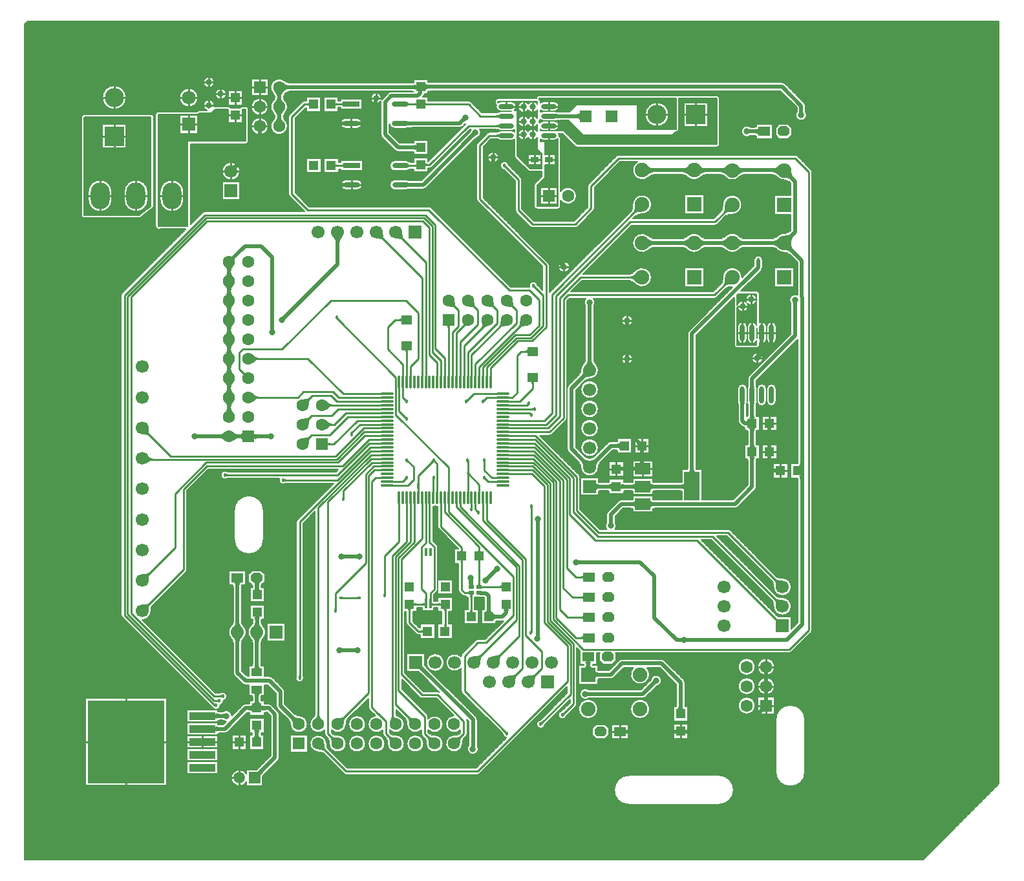
<source format=gtl>
G04*
G04 #@! TF.GenerationSoftware,Altium Limited,Altium Designer,19.0.4 (130)*
G04*
G04 Layer_Physical_Order=1*
G04 Layer_Color=255*
%FSLAX25Y25*%
%MOIN*%
G70*
G01*
G75*
%ADD10C,0.00500*%
%ADD11C,0.01000*%
%ADD15C,0.02000*%
G04:AMPARAMS|DCode=21|XSize=60mil|YSize=50mil|CornerRadius=0mil|HoleSize=0mil|Usage=FLASHONLY|Rotation=0.000|XOffset=0mil|YOffset=0mil|HoleType=Round|Shape=Octagon|*
%AMOCTAGOND21*
4,1,8,0.03000,-0.01250,0.03000,0.01250,0.01750,0.02500,-0.01750,0.02500,-0.03000,0.01250,-0.03000,-0.01250,-0.01750,-0.02500,0.01750,-0.02500,0.03000,-0.01250,0.0*
%
%ADD21OCTAGOND21*%

%ADD22R,0.06000X0.05000*%
%ADD23R,0.05000X0.05000*%
%ADD24R,0.05000X0.05000*%
%ADD25R,0.05500X0.04000*%
%ADD26O,0.02400X0.08800*%
%ADD27R,0.06000X0.06299*%
%ADD28O,0.08661X0.02756*%
%ADD29R,0.08661X0.02756*%
%ADD30R,0.04000X0.03000*%
%ADD31R,0.05512X0.04724*%
%ADD32R,0.01181X0.03937*%
%ADD33O,0.07087X0.01181*%
%ADD34O,0.01181X0.07087*%
%ADD35R,0.02953X0.02362*%
%ADD36R,0.13780X0.03937*%
%ADD37R,0.39370X0.42520*%
%ADD38R,0.07900X0.05900*%
%ADD39R,0.07900X0.15000*%
%ADD40O,0.08000X0.02400*%
%ADD78C,0.06693*%
%ADD79R,0.06693X0.06693*%
%ADD80O,0.09843X0.13780*%
%ADD81R,0.06693X0.06693*%
%ADD82R,0.07480X0.07480*%
%ADD83C,0.07480*%
%ADD84C,0.06299*%
%ADD85R,0.06299X0.06299*%
%ADD86R,0.06299X0.06299*%
%ADD87R,0.09843X0.09843*%
%ADD88C,0.09843*%
%ADD89C,0.07087*%
%ADD90R,0.07087X0.07087*%
%ADD91C,0.05906*%
%ADD92R,0.05906X0.05906*%
%ADD93R,0.09843X0.09843*%
%ADD94C,0.03200*%
%ADD95C,0.01800*%
%ADD96C,0.01600*%
G36*
X186896Y380658D02*
X186956Y380488D01*
X187056Y380338D01*
X187197Y380208D01*
X187378Y380098D01*
X187600Y380008D01*
X187861Y379938D01*
X188163Y379888D01*
X188505Y379858D01*
X188887Y379848D01*
Y377848D01*
X188505Y377838D01*
X188163Y377808D01*
X187861Y377758D01*
X187600Y377688D01*
X187378Y377598D01*
X187197Y377488D01*
X187056Y377358D01*
X186956Y377208D01*
X186896Y377038D01*
X186875Y376848D01*
Y380848D01*
X186896Y380658D01*
D02*
G37*
G36*
X181923Y376674D02*
X181903Y376864D01*
X181843Y377034D01*
X181742Y377184D01*
X181601Y377314D01*
X181420Y377424D01*
X181199Y377514D01*
X180938Y377584D01*
X180636Y377634D01*
X180294Y377664D01*
X179911Y377674D01*
Y379674D01*
X180294Y379684D01*
X180636Y379714D01*
X180938Y379764D01*
X181199Y379834D01*
X181420Y379924D01*
X181601Y380034D01*
X181742Y380164D01*
X181843Y380314D01*
X181903Y380484D01*
X181923Y380674D01*
Y376674D01*
D02*
G37*
G36*
X113778Y380607D02*
X114035Y380411D01*
X114295Y380238D01*
X114559Y380089D01*
X114827Y379962D01*
X115097Y379858D01*
X115371Y379778D01*
X115648Y379720D01*
X115928Y379686D01*
X116212Y379674D01*
X116329Y377674D01*
X116040Y377662D01*
X115758Y377624D01*
X115484Y377561D01*
X115217Y377474D01*
X114957Y377361D01*
X114704Y377224D01*
X114459Y377061D01*
X114221Y376873D01*
X113991Y376661D01*
X113768Y376423D01*
X113524Y380826D01*
X113778Y380607D01*
D02*
G37*
G36*
X113376Y376012D02*
X113171Y375768D01*
X112990Y375518D01*
X112834Y375264D01*
X112701Y375004D01*
X112593Y374738D01*
X112508Y374467D01*
X112448Y374191D01*
X112412Y373910D01*
X112400Y373624D01*
X110400D01*
X110388Y373910D01*
X110352Y374191D01*
X110292Y374467D01*
X110207Y374738D01*
X110099Y375004D01*
X109966Y375264D01*
X109810Y375518D01*
X109629Y375768D01*
X109424Y376012D01*
X109195Y376251D01*
X113605D01*
X113376Y376012D01*
D02*
G37*
G36*
X112412Y373090D02*
X112448Y372809D01*
X112508Y372533D01*
X112593Y372262D01*
X112701Y371996D01*
X112834Y371736D01*
X112990Y371482D01*
X113171Y371232D01*
X113376Y370988D01*
X113605Y370749D01*
X109195D01*
X109424Y370988D01*
X109629Y371232D01*
X109810Y371482D01*
X109966Y371736D01*
X110099Y371996D01*
X110207Y372262D01*
X110292Y372533D01*
X110352Y372809D01*
X110388Y373090D01*
X110400Y373376D01*
X112400D01*
X112412Y373090D01*
D02*
G37*
G36*
X177698Y370719D02*
X177738Y370635D01*
X177805Y370562D01*
X177899Y370498D01*
X178019Y370444D01*
X178166Y370400D01*
X178340Y370365D01*
X178541Y370341D01*
X178768Y370326D01*
X179023Y370321D01*
Y369321D01*
X178768Y369316D01*
X178340Y369277D01*
X178166Y369243D01*
X178019Y369199D01*
X177899Y369145D01*
X177805Y369081D01*
X177738Y369007D01*
X177698Y368924D01*
X177684Y368831D01*
Y370812D01*
X177698Y370719D01*
D02*
G37*
G36*
X186886Y370726D02*
X186916Y370641D01*
X186967Y370566D01*
X187038Y370501D01*
X187129Y370446D01*
X187240Y370401D01*
X187372Y370366D01*
X187524Y370341D01*
X187696Y370326D01*
X187888Y370321D01*
Y369321D01*
X187696Y369316D01*
X187524Y369301D01*
X187372Y369276D01*
X187240Y369241D01*
X187129Y369196D01*
X187038Y369141D01*
X186967Y369076D01*
X186916Y369001D01*
X186886Y368916D01*
X186876Y368821D01*
Y370821D01*
X186886Y370726D01*
D02*
G37*
G36*
X181924Y368821D02*
X181914Y368916D01*
X181884Y369001D01*
X181833Y369076D01*
X181762Y369141D01*
X181671Y369196D01*
X181560Y369241D01*
X181428Y369276D01*
X181276Y369301D01*
X181104Y369316D01*
X180912Y369321D01*
Y370321D01*
X181104Y370326D01*
X181276Y370341D01*
X181428Y370366D01*
X181560Y370401D01*
X181671Y370446D01*
X181762Y370501D01*
X181833Y370566D01*
X181884Y370641D01*
X181914Y370726D01*
X181924Y370821D01*
Y368821D01*
D02*
G37*
G36*
X144295D02*
X144285Y368916D01*
X144254Y369001D01*
X144204Y369076D01*
X144133Y369141D01*
X144042Y369196D01*
X143930Y369241D01*
X143799Y369276D01*
X143647Y369301D01*
X143475Y369316D01*
X143283Y369321D01*
Y370321D01*
X143475Y370326D01*
X143647Y370341D01*
X143799Y370366D01*
X143930Y370401D01*
X144042Y370446D01*
X144133Y370501D01*
X144204Y370566D01*
X144254Y370641D01*
X144285Y370726D01*
X144295Y370821D01*
Y368821D01*
D02*
G37*
G36*
X140701Y370726D02*
X140731Y370641D01*
X140781Y370566D01*
X140851Y370501D01*
X140941Y370446D01*
X141051Y370401D01*
X141181Y370366D01*
X141331Y370341D01*
X141501Y370326D01*
X141691Y370321D01*
Y369321D01*
X141501Y369316D01*
X141331Y369301D01*
X141181Y369276D01*
X141051Y369241D01*
X140941Y369196D01*
X140851Y369141D01*
X140781Y369076D01*
X140731Y369001D01*
X140701Y368916D01*
X140691Y368821D01*
Y370821D01*
X140701Y370726D01*
D02*
G37*
G36*
X126714Y368747D02*
X126704Y368842D01*
X126674Y368927D01*
X126624Y369002D01*
X126554Y369067D01*
X126464Y369122D01*
X126354Y369167D01*
X126224Y369202D01*
X126074Y369227D01*
X125904Y369242D01*
X125714Y369247D01*
Y370247D01*
X125904Y370252D01*
X126074Y370267D01*
X126224Y370292D01*
X126354Y370327D01*
X126464Y370372D01*
X126554Y370427D01*
X126624Y370492D01*
X126674Y370567D01*
X126704Y370652D01*
X126714Y370747D01*
Y368747D01*
D02*
G37*
G36*
X381601Y366228D02*
X381643Y365570D01*
X381659Y365488D01*
X381677Y365423D01*
X381697Y365374D01*
X381720Y365343D01*
X379480D01*
X379503Y365374D01*
X379523Y365423D01*
X379541Y365488D01*
X379557Y365570D01*
X379570Y365668D01*
X379589Y365915D01*
X379600Y366409D01*
X381600D01*
X381601Y366228D01*
D02*
G37*
G36*
X113376Y366012D02*
X113171Y365768D01*
X112990Y365518D01*
X112834Y365264D01*
X112701Y365003D01*
X112593Y364738D01*
X112508Y364468D01*
X112448Y364192D01*
X112412Y363910D01*
X112400Y363624D01*
X110400D01*
X110388Y363910D01*
X110352Y364192D01*
X110292Y364468D01*
X110207Y364738D01*
X110099Y365003D01*
X109966Y365264D01*
X109810Y365518D01*
X109629Y365768D01*
X109424Y366012D01*
X109195Y366251D01*
X113605D01*
X113376Y366012D01*
D02*
G37*
G36*
X225059Y362709D02*
X225045Y362803D01*
X225002Y362886D01*
X224930Y362960D01*
X224829Y363023D01*
X224700Y363077D01*
X224541Y363122D01*
X224355Y363156D01*
X224139Y363180D01*
X223894Y363195D01*
X223621Y363200D01*
Y364200D01*
X223894Y364205D01*
X224355Y364244D01*
X224541Y364279D01*
X224700Y364323D01*
X224829Y364377D01*
X224930Y364440D01*
X225002Y364514D01*
X225045Y364597D01*
X225059Y364690D01*
Y362709D01*
D02*
G37*
G36*
X253702Y364827D02*
X253825Y364801D01*
X253980Y364777D01*
X254385Y364739D01*
X255228Y364706D01*
X255948Y364700D01*
Y362700D01*
X255572Y362698D01*
X253825Y362599D01*
X253702Y362573D01*
X253610Y362543D01*
Y364857D01*
X253702Y364827D01*
D02*
G37*
G36*
X266473Y361700D02*
X266453Y361890D01*
X266393Y362060D01*
X266292Y362210D01*
X266151Y362340D01*
X265970Y362450D01*
X265749Y362540D01*
X265488Y362610D01*
X265186Y362660D01*
X264844Y362690D01*
X264461Y362700D01*
Y364700D01*
X264844Y364710D01*
X265186Y364740D01*
X265488Y364790D01*
X265749Y364860D01*
X265970Y364950D01*
X266151Y365060D01*
X266292Y365190D01*
X266393Y365340D01*
X266453Y365510D01*
X266473Y365700D01*
Y361700D01*
D02*
G37*
G36*
X112412Y363090D02*
X112448Y362808D01*
X112508Y362532D01*
X112593Y362262D01*
X112701Y361997D01*
X112834Y361736D01*
X112990Y361482D01*
X113171Y361232D01*
X113376Y360988D01*
X113605Y360749D01*
X109195D01*
X109424Y360988D01*
X109629Y361232D01*
X109810Y361482D01*
X109966Y361736D01*
X110099Y361997D01*
X110207Y362262D01*
X110292Y362532D01*
X110352Y362808D01*
X110388Y363090D01*
X110400Y363376D01*
X112400D01*
X112412Y363090D01*
D02*
G37*
G36*
X207355Y361219D02*
X207307Y361219D01*
X207251Y361204D01*
X207186Y361176D01*
X207112Y361133D01*
X207028Y361077D01*
X206935Y361006D01*
X206723Y360824D01*
X206474Y360585D01*
X205328Y362267D01*
X206014Y363014D01*
X207355Y361219D01*
D02*
G37*
G36*
X177508Y361135D02*
X177611Y361102D01*
X177748Y361073D01*
X177921Y361048D01*
X178372Y361010D01*
X179309Y360981D01*
X179692Y360979D01*
Y358979D01*
X179309Y358977D01*
X177748Y358884D01*
X177611Y358855D01*
X177508Y358822D01*
X177440Y358786D01*
Y361172D01*
X177508Y361135D01*
D02*
G37*
G36*
X225059Y357710D02*
X225045Y357803D01*
X225002Y357886D01*
X224930Y357960D01*
X224829Y358023D01*
X224700Y358077D01*
X224541Y358121D01*
X224355Y358156D01*
X224139Y358180D01*
X223894Y358195D01*
X223621Y358200D01*
Y359200D01*
X223894Y359205D01*
X224355Y359244D01*
X224541Y359278D01*
X224700Y359323D01*
X224829Y359377D01*
X224930Y359440D01*
X225002Y359514D01*
X225045Y359597D01*
X225059Y359690D01*
Y357710D01*
D02*
G37*
G36*
X353775Y356898D02*
X353824Y356877D01*
X353889Y356859D01*
X353970Y356844D01*
X354069Y356831D01*
X354315Y356811D01*
X354810Y356801D01*
Y354801D01*
X354628Y354799D01*
X353970Y354757D01*
X353889Y354742D01*
X353824Y354724D01*
X353775Y354703D01*
X353743Y354681D01*
Y356921D01*
X353775Y356898D01*
D02*
G37*
G36*
X358623Y353801D02*
X358603Y353991D01*
X358543Y354161D01*
X358442Y354311D01*
X358301Y354441D01*
X358120Y354551D01*
X357899Y354641D01*
X357638Y354711D01*
X357336Y354761D01*
X356994Y354791D01*
X356611Y354801D01*
Y356801D01*
X356994Y356811D01*
X357336Y356841D01*
X357638Y356891D01*
X357899Y356961D01*
X358120Y357051D01*
X358301Y357161D01*
X358442Y357291D01*
X358543Y357441D01*
X358603Y357611D01*
X358623Y357801D01*
Y353801D01*
D02*
G37*
G36*
X212584Y353600D02*
X212545Y353594D01*
X212497Y353574D01*
X212438Y353541D01*
X212369Y353494D01*
X212290Y353434D01*
X212102Y353273D01*
X211745Y352931D01*
X210331Y354345D01*
X210458Y354474D01*
X210894Y354969D01*
X210941Y355038D01*
X210974Y355097D01*
X210994Y355145D01*
X211000Y355184D01*
X212584Y353600D01*
D02*
G37*
G36*
X225059Y352710D02*
X225045Y352803D01*
X225002Y352886D01*
X224930Y352960D01*
X224829Y353023D01*
X224700Y353077D01*
X224541Y353121D01*
X224355Y353156D01*
X224139Y353180D01*
X223894Y353195D01*
X223621Y353200D01*
Y354200D01*
X223894Y354205D01*
X224355Y354244D01*
X224541Y354278D01*
X224700Y354323D01*
X224829Y354377D01*
X224930Y354440D01*
X225002Y354514D01*
X225045Y354597D01*
X225059Y354691D01*
Y352710D01*
D02*
G37*
G36*
X181922Y345601D02*
X181902Y345791D01*
X181841Y345961D01*
X181741Y346111D01*
X181600Y346241D01*
X181419Y346351D01*
X181198Y346441D01*
X180936Y346511D01*
X180634Y346561D01*
X180292Y346591D01*
X179910Y346601D01*
Y348601D01*
X180292Y348611D01*
X180634Y348641D01*
X180936Y348691D01*
X181198Y348761D01*
X181419Y348851D01*
X181600Y348961D01*
X181741Y349091D01*
X181841Y349241D01*
X181902Y349411D01*
X181922Y349601D01*
Y345601D01*
D02*
G37*
G36*
X186885Y339505D02*
X186915Y339420D01*
X186966Y339345D01*
X187036Y339280D01*
X187127Y339225D01*
X187239Y339180D01*
X187370Y339145D01*
X187522Y339120D01*
X187694Y339105D01*
X187887Y339100D01*
Y338100D01*
X187694Y338095D01*
X187522Y338080D01*
X187370Y338055D01*
X187239Y338020D01*
X187127Y337975D01*
X187036Y337920D01*
X186966Y337855D01*
X186915Y337780D01*
X186885Y337695D01*
X186874Y337600D01*
Y339600D01*
X186885Y339505D01*
D02*
G37*
G36*
X177898Y339019D02*
X177938Y338935D01*
X178005Y338862D01*
X178099Y338798D01*
X178219Y338744D01*
X178366Y338700D01*
X178540Y338665D01*
X178741Y338641D01*
X178968Y338626D01*
X179223Y338621D01*
Y337621D01*
X178968Y337616D01*
X178540Y337577D01*
X178366Y337543D01*
X178219Y337499D01*
X178099Y337445D01*
X178005Y337381D01*
X177938Y337307D01*
X177898Y337224D01*
X177884Y337131D01*
Y339112D01*
X177898Y339019D01*
D02*
G37*
G36*
X181922Y337121D02*
X181912Y337216D01*
X181882Y337301D01*
X181831Y337376D01*
X181761Y337441D01*
X181669Y337496D01*
X181558Y337541D01*
X181427Y337576D01*
X181275Y337601D01*
X181103Y337616D01*
X180911Y337621D01*
Y338621D01*
X181103Y338626D01*
X181275Y338641D01*
X181427Y338666D01*
X181558Y338701D01*
X181669Y338746D01*
X181761Y338801D01*
X181831Y338866D01*
X181882Y338941D01*
X181912Y339026D01*
X181922Y339121D01*
Y337121D01*
D02*
G37*
G36*
X144495D02*
X144485Y337216D01*
X144454Y337301D01*
X144404Y337376D01*
X144333Y337441D01*
X144242Y337496D01*
X144131Y337541D01*
X143999Y337576D01*
X143847Y337601D01*
X143675Y337616D01*
X143483Y337621D01*
Y338621D01*
X143675Y338626D01*
X143847Y338641D01*
X143999Y338666D01*
X144131Y338701D01*
X144242Y338746D01*
X144333Y338801D01*
X144404Y338866D01*
X144454Y338941D01*
X144485Y339026D01*
X144495Y339121D01*
Y337121D01*
D02*
G37*
G36*
X140801Y339026D02*
X140831Y338941D01*
X140881Y338866D01*
X140951Y338801D01*
X141041Y338746D01*
X141151Y338701D01*
X141281Y338666D01*
X141431Y338641D01*
X141601Y338626D01*
X141791Y338621D01*
Y337621D01*
X141601Y337616D01*
X141431Y337601D01*
X141281Y337576D01*
X141151Y337541D01*
X141041Y337496D01*
X140951Y337441D01*
X140881Y337376D01*
X140831Y337301D01*
X140801Y337216D01*
X140791Y337121D01*
Y339121D01*
X140801Y339026D01*
D02*
G37*
G36*
X228503Y338153D02*
X228514Y338111D01*
X228532Y338065D01*
X228557Y338016D01*
X228590Y337963D01*
X228630Y337906D01*
X228733Y337782D01*
X228795Y337714D01*
X228865Y337643D01*
X228157Y336935D01*
X228086Y337005D01*
X227894Y337170D01*
X227837Y337210D01*
X227784Y337243D01*
X227735Y337268D01*
X227689Y337286D01*
X227647Y337297D01*
X227609Y337300D01*
X228500Y338191D01*
X228503Y338153D01*
D02*
G37*
G36*
X328361Y338090D02*
X328674Y337813D01*
X328987Y337568D01*
X329302Y337356D01*
X329617Y337176D01*
X329933Y337029D01*
X330250Y336915D01*
X330567Y336833D01*
X330886Y336784D01*
X331205Y336768D01*
X331177Y334768D01*
X330860Y334752D01*
X330542Y334704D01*
X330224Y334624D01*
X329905Y334511D01*
X329586Y334367D01*
X329266Y334191D01*
X328945Y333982D01*
X328624Y333742D01*
X328302Y333469D01*
X327979Y333165D01*
X325343Y335748D01*
X322708Y333165D01*
X322385Y333469D01*
X322063Y333742D01*
X321742Y333982D01*
X321421Y334191D01*
X321101Y334367D01*
X320781Y334511D01*
X320462Y334624D01*
X320144Y334704D01*
X319827Y334752D01*
X319510Y334768D01*
X319482Y336768D01*
X319801Y336784D01*
X320119Y336833D01*
X320437Y336915D01*
X320754Y337029D01*
X321070Y337176D01*
X321385Y337356D01*
X321699Y337568D01*
X322013Y337813D01*
X322326Y338090D01*
X322638Y338400D01*
X325343Y335748D01*
X328049Y338400D01*
X328361Y338090D01*
D02*
G37*
G36*
X301589D02*
X301902Y337813D01*
X302216Y337568D01*
X302530Y337356D01*
X302845Y337176D01*
X303161Y337029D01*
X303478Y336915D01*
X303796Y336833D01*
X304114Y336784D01*
X304433Y336768D01*
X304405Y334768D01*
X304088Y334752D01*
X303771Y334704D01*
X303452Y334624D01*
X303134Y334511D01*
X302814Y334367D01*
X302494Y334191D01*
X302173Y333982D01*
X301852Y333742D01*
X301530Y333469D01*
X301207Y333165D01*
X301277Y338400D01*
X301589Y338090D01*
D02*
G37*
G36*
X369094Y333136D02*
X368782Y333446D01*
X368470Y333723D01*
X368156Y333968D01*
X367842Y334180D01*
X367527Y334360D01*
X367211Y334507D01*
X366894Y334621D01*
X366576Y334703D01*
X366258Y334752D01*
X365938Y334768D01*
X365966Y336768D01*
X366283Y336784D01*
X366601Y336832D01*
X366919Y336912D01*
X367238Y337025D01*
X367558Y337169D01*
X367878Y337345D01*
X368198Y337554D01*
X368520Y337794D01*
X368842Y338067D01*
X369164Y338372D01*
X369094Y333136D01*
D02*
G37*
G36*
X347987Y338067D02*
X348309Y337794D01*
X348630Y337554D01*
X348951Y337345D01*
X349271Y337169D01*
X349590Y337025D01*
X349909Y336912D01*
X350227Y336832D01*
X350545Y336784D01*
X350862Y336768D01*
X350890Y334768D01*
X350571Y334752D01*
X350252Y334703D01*
X349935Y334621D01*
X349618Y334507D01*
X349302Y334360D01*
X348987Y334180D01*
X348672Y333968D01*
X348359Y333723D01*
X348046Y333446D01*
X347734Y333136D01*
X345028Y335788D01*
X347664Y338372D01*
X347987Y338067D01*
D02*
G37*
G36*
X345028Y335788D02*
X342323Y333136D01*
X342011Y333446D01*
X341698Y333723D01*
X341384Y333968D01*
X341070Y334180D01*
X340755Y334360D01*
X340439Y334507D01*
X340122Y334621D01*
X339804Y334703D01*
X339486Y334752D01*
X339167Y334768D01*
X339194Y336768D01*
X339511Y336784D01*
X339829Y336832D01*
X340147Y336912D01*
X340466Y337025D01*
X340786Y337169D01*
X341106Y337345D01*
X341427Y337554D01*
X341748Y337794D01*
X342070Y338067D01*
X342393Y338372D01*
X345028Y335788D01*
D02*
G37*
G36*
X375547Y335239D02*
X375577Y334820D01*
X375630Y334424D01*
X375706Y334051D01*
X375804Y333700D01*
X375926Y333372D01*
X376071Y333068D01*
X376238Y332786D01*
X376429Y332526D01*
X376642Y332290D01*
X375228Y330876D01*
X374992Y331089D01*
X374732Y331280D01*
X374450Y331448D01*
X374146Y331592D01*
X373818Y331714D01*
X373467Y331813D01*
X373094Y331889D01*
X372698Y331941D01*
X372279Y331971D01*
X371837Y331978D01*
X375540Y335681D01*
X375547Y335239D01*
D02*
G37*
G36*
X177708Y329435D02*
X177811Y329402D01*
X177948Y329373D01*
X178121Y329348D01*
X178571Y329310D01*
X179509Y329281D01*
X179892Y329279D01*
Y327279D01*
X179509Y327277D01*
X177948Y327184D01*
X177811Y327155D01*
X177708Y327122D01*
X177640Y327086D01*
Y329472D01*
X177708Y329435D01*
D02*
G37*
G36*
X298534Y314362D02*
X297962Y314359D01*
X296945Y314300D01*
X296500Y314244D01*
X296097Y314171D01*
X295737Y314080D01*
X295418Y313972D01*
X295142Y313845D01*
X294909Y313702D01*
X294717Y313540D01*
X294010Y314247D01*
X294172Y314439D01*
X294316Y314672D01*
X294442Y314948D01*
X294550Y315266D01*
X294641Y315627D01*
X294714Y316030D01*
X294770Y316475D01*
X294829Y317492D01*
X294832Y318064D01*
X298534Y314362D01*
D02*
G37*
G36*
X344991Y314262D02*
X344419Y314259D01*
X343402Y314200D01*
X342957Y314144D01*
X342554Y314071D01*
X342193Y313980D01*
X341875Y313872D01*
X341599Y313745D01*
X341366Y313602D01*
X341174Y313440D01*
X340467Y314147D01*
X340628Y314339D01*
X340772Y314572D01*
X340898Y314848D01*
X341007Y315166D01*
X341098Y315527D01*
X341171Y315930D01*
X341227Y316375D01*
X341285Y317392D01*
X341288Y317964D01*
X344991Y314262D01*
D02*
G37*
G36*
X174949Y303268D02*
X175004Y302379D01*
X175057Y301989D01*
X175125Y301633D01*
X175210Y301314D01*
X175311Y301030D01*
X175429Y300783D01*
X175563Y300570D01*
X175713Y300394D01*
X175006Y299687D01*
X174830Y299837D01*
X174617Y299971D01*
X174370Y300089D01*
X174086Y300190D01*
X173767Y300275D01*
X173411Y300343D01*
X173021Y300395D01*
X172132Y300451D01*
X171634Y300454D01*
X174946Y303766D01*
X174949Y303268D01*
D02*
G37*
G36*
X164949D02*
X165005Y302379D01*
X165057Y301989D01*
X165125Y301633D01*
X165210Y301314D01*
X165311Y301030D01*
X165429Y300783D01*
X165563Y300570D01*
X165713Y300394D01*
X165006Y299687D01*
X164830Y299837D01*
X164617Y299971D01*
X164370Y300089D01*
X164086Y300190D01*
X163767Y300275D01*
X163411Y300343D01*
X163021Y300395D01*
X162132Y300451D01*
X161634Y300454D01*
X164946Y303766D01*
X164949Y303268D01*
D02*
G37*
G36*
X143687Y301145D02*
X143459Y300877D01*
X143258Y300604D01*
X143083Y300329D01*
X142936Y300049D01*
X142815Y299766D01*
X142721Y299480D01*
X142654Y299190D01*
X142613Y298896D01*
X142600Y298599D01*
X140600D01*
X140587Y298896D01*
X140546Y299190D01*
X140479Y299480D01*
X140385Y299766D01*
X140264Y300049D01*
X140117Y300329D01*
X139942Y300604D01*
X139741Y300877D01*
X139513Y301145D01*
X139258Y301410D01*
X143942D01*
X143687Y301145D01*
D02*
G37*
G36*
X376642Y301745D02*
X376429Y301508D01*
X376238Y301249D01*
X376071Y300967D01*
X375926Y300662D01*
X375804Y300335D01*
X375706Y299984D01*
X375630Y299611D01*
X375577Y299215D01*
X375547Y298796D01*
X375540Y298354D01*
X371837Y302057D01*
X372279Y302063D01*
X372698Y302093D01*
X373094Y302146D01*
X373467Y302222D01*
X373818Y302321D01*
X374146Y302443D01*
X374450Y302587D01*
X374732Y302755D01*
X374992Y302945D01*
X375228Y303159D01*
X376642Y301745D01*
D02*
G37*
G36*
X328319Y300601D02*
X328638Y300326D01*
X328957Y300085D01*
X329276Y299875D01*
X329595Y299698D01*
X329913Y299553D01*
X330232Y299440D01*
X330550Y299359D01*
X330868Y299311D01*
X331185Y299295D01*
X331197Y297295D01*
X330879Y297279D01*
X330560Y297230D01*
X330243Y297149D01*
X329925Y297035D01*
X329608Y296889D01*
X329292Y296710D01*
X328976Y296499D01*
X328660Y296255D01*
X328344Y295979D01*
X328029Y295671D01*
X325343Y298304D01*
X322657Y295671D01*
X322342Y295979D01*
X322027Y296255D01*
X321711Y296499D01*
X321395Y296710D01*
X321078Y296889D01*
X320761Y297035D01*
X320444Y297149D01*
X320126Y297230D01*
X319808Y297279D01*
X319489Y297295D01*
X319501Y299295D01*
X319819Y299311D01*
X320137Y299359D01*
X320455Y299440D01*
X320773Y299553D01*
X321092Y299698D01*
X321410Y299875D01*
X321729Y300085D01*
X322049Y300326D01*
X322368Y300601D01*
X322688Y300907D01*
X325343Y298304D01*
X327999Y300907D01*
X328319Y300601D01*
D02*
G37*
G36*
X369144Y295683D02*
X368825Y295989D01*
X368505Y296263D01*
X368186Y296505D01*
X367867Y296715D01*
X367548Y296892D01*
X367230Y297037D01*
X366912Y297150D01*
X366594Y297230D01*
X366276Y297279D01*
X365958Y297295D01*
X365946Y299295D01*
X366265Y299311D01*
X366583Y299360D01*
X366901Y299441D01*
X367218Y299555D01*
X367535Y299701D01*
X367852Y299880D01*
X368168Y300091D01*
X368484Y300334D01*
X368799Y300610D01*
X369114Y300919D01*
X369144Y295683D01*
D02*
G37*
G36*
X348029Y300610D02*
X348345Y300334D01*
X348661Y300091D01*
X348977Y299880D01*
X349293Y299701D01*
X349610Y299555D01*
X349928Y299441D01*
X350245Y299360D01*
X350564Y299311D01*
X350882Y299295D01*
X350870Y297295D01*
X350553Y297279D01*
X350235Y297230D01*
X349917Y297150D01*
X349598Y297037D01*
X349280Y296892D01*
X348961Y296715D01*
X348642Y296505D01*
X348323Y296263D01*
X348004Y295989D01*
X347684Y295683D01*
X345028Y298286D01*
X347714Y300919D01*
X348029Y300610D01*
D02*
G37*
G36*
X345028Y298286D02*
X342372Y295683D01*
X342053Y295989D01*
X341734Y296263D01*
X341414Y296505D01*
X341095Y296715D01*
X340777Y296892D01*
X340458Y297037D01*
X340140Y297150D01*
X339822Y297230D01*
X339504Y297279D01*
X339186Y297295D01*
X339174Y299295D01*
X339493Y299311D01*
X339811Y299360D01*
X340129Y299441D01*
X340446Y299555D01*
X340763Y299701D01*
X341080Y299880D01*
X341396Y300091D01*
X341712Y300334D01*
X342027Y300610D01*
X342342Y300919D01*
X345028Y298286D01*
D02*
G37*
G36*
X301547Y300601D02*
X301866Y300326D01*
X302186Y300085D01*
X302504Y299875D01*
X302823Y299698D01*
X303142Y299553D01*
X303460Y299440D01*
X303778Y299359D01*
X304096Y299311D01*
X304414Y299295D01*
X304426Y297295D01*
X304107Y297279D01*
X303789Y297230D01*
X303471Y297149D01*
X303154Y297035D01*
X302837Y296889D01*
X302520Y296710D01*
X302204Y296499D01*
X301888Y296255D01*
X301573Y295979D01*
X301258Y295671D01*
X301227Y300907D01*
X301547Y300601D01*
D02*
G37*
G36*
X375547Y297837D02*
X375577Y297418D01*
X375630Y297022D01*
X375706Y296649D01*
X375804Y296299D01*
X375926Y295971D01*
X376071Y295666D01*
X376238Y295384D01*
X376429Y295125D01*
X376642Y294888D01*
X375228Y293474D01*
X374992Y293688D01*
X374732Y293878D01*
X374450Y294046D01*
X374146Y294191D01*
X373818Y294312D01*
X373467Y294411D01*
X373094Y294487D01*
X372698Y294540D01*
X372279Y294570D01*
X371837Y294577D01*
X375540Y298279D01*
X375547Y297837D01*
D02*
G37*
G36*
X87576Y286112D02*
X87371Y285868D01*
X87190Y285618D01*
X87034Y285364D01*
X86901Y285104D01*
X86793Y284838D01*
X86708Y284567D01*
X86648Y284292D01*
X86612Y284010D01*
X86600Y283724D01*
X84600D01*
X84588Y284010D01*
X84552Y284292D01*
X84492Y284567D01*
X84407Y284838D01*
X84299Y285104D01*
X84166Y285364D01*
X84010Y285618D01*
X83829Y285868D01*
X83624Y286112D01*
X83395Y286351D01*
X87805D01*
X87576Y286112D01*
D02*
G37*
G36*
X86612Y283190D02*
X86648Y282909D01*
X86708Y282632D01*
X86793Y282362D01*
X86901Y282097D01*
X87034Y281836D01*
X87190Y281582D01*
X87371Y281332D01*
X87576Y281088D01*
X87805Y280849D01*
X83395D01*
X83624Y281088D01*
X83829Y281332D01*
X84010Y281582D01*
X84166Y281836D01*
X84299Y282097D01*
X84407Y282362D01*
X84492Y282632D01*
X84552Y282909D01*
X84588Y283190D01*
X84600Y283476D01*
X86600D01*
X86612Y283190D01*
D02*
G37*
G36*
X295901Y277939D02*
X295494Y278341D01*
X294734Y279019D01*
X294379Y279294D01*
X294043Y279527D01*
X293723Y279718D01*
X293422Y279866D01*
X293137Y279972D01*
X292870Y280035D01*
X292621Y280057D01*
Y281057D01*
X292870Y281078D01*
X293137Y281141D01*
X293422Y281247D01*
X293723Y281396D01*
X294043Y281586D01*
X294379Y281819D01*
X294734Y282095D01*
X295494Y282772D01*
X295901Y283175D01*
Y277939D01*
D02*
G37*
G36*
X344991Y276860D02*
X344419Y276857D01*
X343402Y276799D01*
X342957Y276743D01*
X342554Y276670D01*
X342193Y276579D01*
X341875Y276470D01*
X341599Y276344D01*
X341366Y276200D01*
X341174Y276039D01*
X340467Y276746D01*
X340628Y276937D01*
X340772Y277171D01*
X340898Y277447D01*
X341007Y277765D01*
X341098Y278126D01*
X341171Y278528D01*
X341227Y278974D01*
X341285Y279991D01*
X341288Y280563D01*
X344991Y276860D01*
D02*
G37*
G36*
X243403Y276253D02*
X243414Y276211D01*
X243432Y276165D01*
X243457Y276116D01*
X243490Y276063D01*
X243530Y276006D01*
X243633Y275882D01*
X243695Y275814D01*
X243764Y275743D01*
X243057Y275036D01*
X242986Y275105D01*
X242794Y275270D01*
X242737Y275310D01*
X242684Y275343D01*
X242635Y275368D01*
X242589Y275386D01*
X242547Y275397D01*
X242509Y275400D01*
X243400Y276291D01*
X243403Y276253D01*
D02*
G37*
G36*
X87576Y276112D02*
X87371Y275868D01*
X87190Y275618D01*
X87034Y275364D01*
X86901Y275103D01*
X86793Y274838D01*
X86708Y274568D01*
X86648Y274291D01*
X86612Y274010D01*
X86600Y273724D01*
X84600D01*
X84588Y274010D01*
X84552Y274291D01*
X84492Y274568D01*
X84407Y274838D01*
X84299Y275103D01*
X84166Y275364D01*
X84010Y275618D01*
X83829Y275868D01*
X83624Y276112D01*
X83395Y276351D01*
X87805D01*
X87576Y276112D01*
D02*
G37*
G36*
X86612Y273190D02*
X86648Y272908D01*
X86708Y272633D01*
X86793Y272362D01*
X86901Y272096D01*
X87034Y271836D01*
X87190Y271582D01*
X87371Y271332D01*
X87576Y271088D01*
X87805Y270849D01*
X83395D01*
X83624Y271088D01*
X83829Y271332D01*
X84010Y271582D01*
X84166Y271836D01*
X84299Y272096D01*
X84407Y272362D01*
X84492Y272633D01*
X84552Y272908D01*
X84588Y273190D01*
X84600Y273476D01*
X86600D01*
X86612Y273190D01*
D02*
G37*
G36*
X378497Y267725D02*
X378477Y267677D01*
X378459Y267612D01*
X378443Y267530D01*
X378430Y267432D01*
X378411Y267185D01*
X378400Y266691D01*
X376400D01*
X376399Y266872D01*
X376357Y267530D01*
X376341Y267612D01*
X376323Y267677D01*
X376303Y267725D01*
X376280Y267757D01*
X378520D01*
X378497Y267725D01*
D02*
G37*
G36*
X272597Y266425D02*
X272577Y266377D01*
X272559Y266312D01*
X272543Y266230D01*
X272530Y266132D01*
X272511Y265885D01*
X272500Y265391D01*
X270500D01*
X270499Y265572D01*
X270457Y266230D01*
X270441Y266312D01*
X270423Y266377D01*
X270403Y266425D01*
X270380Y266457D01*
X272620D01*
X272597Y266425D01*
D02*
G37*
G36*
X231953Y268107D02*
X232006Y267283D01*
X232056Y266919D01*
X232122Y266587D01*
X232204Y266289D01*
X232302Y266022D01*
X232415Y265789D01*
X232544Y265587D01*
X232689Y265418D01*
X231982Y264711D01*
X231813Y264856D01*
X231611Y264985D01*
X231378Y265098D01*
X231111Y265196D01*
X230813Y265278D01*
X230481Y265344D01*
X230118Y265394D01*
X229293Y265447D01*
X228832Y265451D01*
X231949Y268568D01*
X231953Y268107D01*
D02*
G37*
G36*
X221953D02*
X222006Y267283D01*
X222056Y266919D01*
X222122Y266587D01*
X222204Y266289D01*
X222302Y266022D01*
X222415Y265789D01*
X222544Y265587D01*
X222689Y265418D01*
X221982Y264711D01*
X221813Y264856D01*
X221611Y264985D01*
X221378Y265098D01*
X221111Y265196D01*
X220813Y265278D01*
X220481Y265344D01*
X220117Y265394D01*
X219293Y265447D01*
X218831Y265451D01*
X221949Y268568D01*
X221953Y268107D01*
D02*
G37*
G36*
X211952D02*
X212006Y267283D01*
X212056Y266919D01*
X212122Y266587D01*
X212204Y266289D01*
X212302Y266022D01*
X212415Y265789D01*
X212544Y265587D01*
X212689Y265418D01*
X211982Y264711D01*
X211813Y264856D01*
X211611Y264985D01*
X211378Y265098D01*
X211111Y265196D01*
X210812Y265278D01*
X210481Y265344D01*
X210118Y265394D01*
X209293Y265447D01*
X208832Y265451D01*
X211949Y268568D01*
X211952Y268107D01*
D02*
G37*
G36*
X201953D02*
X202006Y267283D01*
X202056Y266919D01*
X202122Y266587D01*
X202204Y266289D01*
X202302Y266022D01*
X202415Y265789D01*
X202544Y265587D01*
X202689Y265418D01*
X201982Y264711D01*
X201813Y264856D01*
X201611Y264985D01*
X201378Y265098D01*
X201111Y265196D01*
X200813Y265278D01*
X200481Y265344D01*
X200117Y265394D01*
X199293Y265447D01*
X198831Y265451D01*
X201950Y268568D01*
X201953Y268107D01*
D02*
G37*
G36*
X87576Y266112D02*
X87371Y265868D01*
X87190Y265618D01*
X87034Y265364D01*
X86901Y265104D01*
X86793Y264838D01*
X86708Y264567D01*
X86648Y264292D01*
X86612Y264010D01*
X86600Y263724D01*
X84600D01*
X84588Y264010D01*
X84552Y264292D01*
X84492Y264567D01*
X84407Y264838D01*
X84299Y265104D01*
X84166Y265364D01*
X84010Y265618D01*
X83829Y265868D01*
X83624Y266112D01*
X83395Y266351D01*
X87805D01*
X87576Y266112D01*
D02*
G37*
G36*
X86612Y263190D02*
X86648Y262909D01*
X86708Y262632D01*
X86793Y262362D01*
X86901Y262097D01*
X87034Y261836D01*
X87190Y261582D01*
X87371Y261332D01*
X87576Y261088D01*
X87805Y260849D01*
X83395D01*
X83624Y261088D01*
X83829Y261332D01*
X84010Y261582D01*
X84166Y261836D01*
X84299Y262097D01*
X84407Y262362D01*
X84492Y262632D01*
X84552Y262909D01*
X84588Y263190D01*
X84600Y263476D01*
X86600D01*
X86612Y263190D01*
D02*
G37*
G36*
X141813Y259601D02*
X141811Y259560D01*
X141817Y259515D01*
X141833Y259466D01*
X141858Y259413D01*
X141891Y259357D01*
X141933Y259297D01*
X141984Y259233D01*
X142113Y259094D01*
X141364Y258429D01*
X140655Y259169D01*
X141824Y259638D01*
X141813Y259601D01*
D02*
G37*
G36*
X114969Y259255D02*
X114842Y259126D01*
X114406Y258631D01*
X114359Y258562D01*
X114326Y258503D01*
X114306Y258455D01*
X114300Y258416D01*
X112716Y260000D01*
X112755Y260006D01*
X112803Y260026D01*
X112862Y260059D01*
X112931Y260106D01*
X113010Y260166D01*
X113198Y260327D01*
X113555Y260669D01*
X114969Y259255D01*
D02*
G37*
G36*
X174468Y257593D02*
X174458Y257688D01*
X174428Y257773D01*
X174377Y257848D01*
X174306Y257913D01*
X174215Y257968D01*
X174104Y258013D01*
X173972Y258048D01*
X173820Y258073D01*
X173648Y258088D01*
X173456Y258093D01*
Y259093D01*
X173648Y259098D01*
X173820Y259113D01*
X173972Y259138D01*
X174104Y259173D01*
X174215Y259218D01*
X174306Y259273D01*
X174377Y259338D01*
X174428Y259413D01*
X174458Y259498D01*
X174468Y259593D01*
Y257593D01*
D02*
G37*
G36*
X238769Y255451D02*
X238307Y255448D01*
X237483Y255394D01*
X237119Y255344D01*
X236788Y255278D01*
X236489Y255196D01*
X236222Y255098D01*
X235989Y254985D01*
X235787Y254856D01*
X235618Y254711D01*
X234911Y255418D01*
X235056Y255587D01*
X235185Y255789D01*
X235298Y256022D01*
X235396Y256289D01*
X235478Y256588D01*
X235544Y256919D01*
X235594Y257282D01*
X235648Y258107D01*
X235651Y258569D01*
X238769Y255451D01*
D02*
G37*
G36*
X228768D02*
X228307Y255448D01*
X227483Y255394D01*
X227119Y255344D01*
X226787Y255278D01*
X226489Y255196D01*
X226222Y255098D01*
X225989Y254985D01*
X225787Y254856D01*
X225618Y254711D01*
X224911Y255418D01*
X225056Y255587D01*
X225185Y255789D01*
X225298Y256022D01*
X225396Y256289D01*
X225478Y256588D01*
X225544Y256919D01*
X225594Y257282D01*
X225647Y258107D01*
X225651Y258569D01*
X228768Y255451D01*
D02*
G37*
G36*
X199724Y255452D02*
X199639Y255422D01*
X199565Y255372D01*
X199499Y255302D01*
X199444Y255212D01*
X199399Y255102D01*
X199364Y254972D01*
X199339Y254822D01*
X199325Y254652D01*
X199320Y254462D01*
X198319D01*
X198314Y254652D01*
X198300Y254822D01*
X198275Y254972D01*
X198240Y255102D01*
X198195Y255212D01*
X198140Y255302D01*
X198074Y255372D01*
X198000Y255422D01*
X197915Y255452D01*
X197819Y255462D01*
X199820D01*
X199724Y255452D01*
D02*
G37*
G36*
X219696Y255580D02*
X219178Y255423D01*
X216989Y254602D01*
X216778Y254485D01*
X216610Y254375D01*
X216486Y254270D01*
X215558Y254756D01*
X215719Y254943D01*
X215850Y255153D01*
X215950Y255385D01*
X216019Y255641D01*
X216059Y255918D01*
X216068Y256218D01*
X216046Y256541D01*
X215994Y256886D01*
X215912Y257254D01*
X215799Y257644D01*
X219696Y255580D01*
D02*
G37*
G36*
X87576Y256112D02*
X87371Y255868D01*
X87190Y255618D01*
X87034Y255364D01*
X86901Y255103D01*
X86793Y254838D01*
X86708Y254568D01*
X86648Y254292D01*
X86612Y254010D01*
X86600Y253724D01*
X84600D01*
X84588Y254010D01*
X84552Y254292D01*
X84492Y254568D01*
X84407Y254838D01*
X84299Y255103D01*
X84166Y255364D01*
X84010Y255618D01*
X83829Y255868D01*
X83624Y256112D01*
X83395Y256351D01*
X87805D01*
X87576Y256112D01*
D02*
G37*
G36*
X86612Y253190D02*
X86648Y252908D01*
X86708Y252632D01*
X86793Y252362D01*
X86901Y252097D01*
X87034Y251836D01*
X87190Y251582D01*
X87371Y251332D01*
X87576Y251088D01*
X87805Y250849D01*
X83395D01*
X83624Y251088D01*
X83829Y251332D01*
X84010Y251582D01*
X84166Y251836D01*
X84299Y252097D01*
X84407Y252362D01*
X84492Y252632D01*
X84552Y252908D01*
X84588Y253190D01*
X84600Y253476D01*
X86600D01*
X86612Y253190D01*
D02*
G37*
G36*
X87576Y246112D02*
X87371Y245868D01*
X87190Y245618D01*
X87034Y245364D01*
X86901Y245104D01*
X86793Y244838D01*
X86708Y244567D01*
X86648Y244291D01*
X86612Y244010D01*
X86600Y243724D01*
X84600D01*
X84588Y244010D01*
X84552Y244291D01*
X84492Y244567D01*
X84407Y244838D01*
X84299Y245104D01*
X84166Y245364D01*
X84010Y245618D01*
X83829Y245868D01*
X83624Y246112D01*
X83395Y246351D01*
X87805D01*
X87576Y246112D01*
D02*
G37*
G36*
X178071Y242859D02*
X177986Y242828D01*
X177911Y242778D01*
X177846Y242707D01*
X177791Y242616D01*
X177746Y242505D01*
X177711Y242373D01*
X177686Y242221D01*
X177671Y242049D01*
X177666Y241857D01*
X176666D01*
X176661Y242049D01*
X176646Y242221D01*
X176621Y242373D01*
X176586Y242505D01*
X176541Y242616D01*
X176486Y242707D01*
X176421Y242778D01*
X176346Y242828D01*
X176261Y242859D01*
X176166Y242869D01*
X178166D01*
X178071Y242859D01*
D02*
G37*
G36*
X239368Y241386D02*
X239358Y241481D01*
X239328Y241566D01*
X239277Y241641D01*
X239206Y241706D01*
X239115Y241761D01*
X239004Y241806D01*
X238872Y241841D01*
X238720Y241866D01*
X238548Y241881D01*
X238356Y241886D01*
Y242886D01*
X238548Y242891D01*
X238720Y242906D01*
X238872Y242931D01*
X239004Y242966D01*
X239115Y243011D01*
X239206Y243066D01*
X239277Y243131D01*
X239328Y243206D01*
X239358Y243291D01*
X239368Y243386D01*
Y241386D01*
D02*
G37*
G36*
X86612Y243190D02*
X86648Y242909D01*
X86708Y242633D01*
X86793Y242362D01*
X86901Y242096D01*
X87034Y241836D01*
X87190Y241582D01*
X87371Y241332D01*
X87576Y241088D01*
X87805Y240849D01*
X83395D01*
X83624Y241088D01*
X83829Y241332D01*
X84010Y241582D01*
X84166Y241836D01*
X84299Y242096D01*
X84407Y242362D01*
X84492Y242633D01*
X84552Y242909D01*
X84588Y243190D01*
X84600Y243476D01*
X86600D01*
X86612Y243190D01*
D02*
G37*
G36*
X98177Y240481D02*
X98799Y239935D01*
X99091Y239714D01*
X99372Y239526D01*
X99641Y239373D01*
X99899Y239253D01*
X100144Y239168D01*
X100378Y239117D01*
X100599Y239100D01*
Y238100D01*
X100378Y238083D01*
X100144Y238032D01*
X99899Y237947D01*
X99641Y237827D01*
X99372Y237674D01*
X99091Y237486D01*
X98799Y237265D01*
X98177Y236719D01*
X97849Y236395D01*
Y240805D01*
X98177Y240481D01*
D02*
G37*
G36*
X272513Y237604D02*
X272554Y237310D01*
X272621Y237020D01*
X272715Y236734D01*
X272836Y236451D01*
X272983Y236171D01*
X273158Y235896D01*
X273359Y235623D01*
X273587Y235355D01*
X273843Y235090D01*
X269158D01*
X269413Y235355D01*
X269641Y235623D01*
X269842Y235896D01*
X270017Y236171D01*
X270164Y236451D01*
X270285Y236734D01*
X270379Y237020D01*
X270446Y237310D01*
X270487Y237604D01*
X270500Y237901D01*
X272500D01*
X272513Y237604D01*
D02*
G37*
G36*
X87576Y236112D02*
X87371Y235868D01*
X87190Y235618D01*
X87034Y235364D01*
X86901Y235104D01*
X86793Y234838D01*
X86708Y234567D01*
X86648Y234292D01*
X86612Y234010D01*
X86600Y233724D01*
X84600D01*
X84588Y234010D01*
X84552Y234292D01*
X84492Y234567D01*
X84407Y234838D01*
X84299Y235104D01*
X84166Y235364D01*
X84010Y235618D01*
X83829Y235868D01*
X83624Y236112D01*
X83395Y236351D01*
X87805D01*
X87576Y236112D01*
D02*
G37*
G36*
X86612Y233190D02*
X86648Y232909D01*
X86708Y232632D01*
X86793Y232362D01*
X86901Y232097D01*
X87034Y231836D01*
X87190Y231582D01*
X87371Y231332D01*
X87576Y231088D01*
X87805Y230849D01*
X83395D01*
X83624Y231088D01*
X83829Y231332D01*
X84010Y231582D01*
X84166Y231836D01*
X84299Y232097D01*
X84407Y232362D01*
X84492Y232632D01*
X84552Y232909D01*
X84588Y233190D01*
X84600Y233476D01*
X86600D01*
X86612Y233190D01*
D02*
G37*
G36*
X271466Y229354D02*
X271099Y229347D01*
X270747Y229318D01*
X270413Y229268D01*
X270094Y229197D01*
X269792Y229103D01*
X269507Y228989D01*
X269238Y228853D01*
X268985Y228695D01*
X268749Y228516D01*
X268529Y228315D01*
X267115Y229729D01*
X267316Y229949D01*
X267495Y230185D01*
X267653Y230438D01*
X267789Y230707D01*
X267903Y230992D01*
X267997Y231294D01*
X268068Y231613D01*
X268118Y231947D01*
X268147Y232299D01*
X268154Y232666D01*
X271466Y229354D01*
D02*
G37*
G36*
X243005Y226652D02*
X242920Y226621D01*
X242845Y226571D01*
X242780Y226500D01*
X242725Y226409D01*
X242680Y226297D01*
X242645Y226166D01*
X242620Y226014D01*
X242605Y225842D01*
X242600Y225650D01*
X241600D01*
X241595Y225842D01*
X241580Y226014D01*
X241555Y226166D01*
X241520Y226297D01*
X241475Y226409D01*
X241420Y226500D01*
X241355Y226571D01*
X241280Y226621D01*
X241195Y226652D01*
X241100Y226662D01*
X243100D01*
X243005Y226652D01*
D02*
G37*
G36*
X87576Y226112D02*
X87371Y225868D01*
X87190Y225618D01*
X87034Y225364D01*
X86901Y225103D01*
X86793Y224838D01*
X86708Y224568D01*
X86648Y224291D01*
X86612Y224010D01*
X86600Y223724D01*
X84600D01*
X84588Y224010D01*
X84552Y224291D01*
X84492Y224568D01*
X84407Y224838D01*
X84299Y225103D01*
X84166Y225364D01*
X84010Y225618D01*
X83829Y225868D01*
X83624Y226112D01*
X83395Y226351D01*
X87805D01*
X87576Y226112D01*
D02*
G37*
G36*
X356302Y225372D02*
X356401Y223625D01*
X356428Y223502D01*
X356457Y223410D01*
X354143D01*
X354172Y223502D01*
X354199Y223625D01*
X354223Y223780D01*
X354261Y224185D01*
X354294Y225028D01*
X354300Y225748D01*
X356300D01*
X356302Y225372D01*
D02*
G37*
G36*
X86612Y223190D02*
X86648Y222908D01*
X86708Y222633D01*
X86793Y222362D01*
X86901Y222096D01*
X87034Y221836D01*
X87190Y221582D01*
X87371Y221332D01*
X87576Y221088D01*
X87805Y220849D01*
X83395D01*
X83624Y221088D01*
X83829Y221332D01*
X84010Y221582D01*
X84166Y221836D01*
X84299Y222096D01*
X84407Y222362D01*
X84492Y222633D01*
X84552Y222908D01*
X84588Y223190D01*
X84600Y223476D01*
X86600D01*
X86612Y223190D01*
D02*
G37*
G36*
X176680Y217730D02*
X176872Y217566D01*
X176929Y217526D01*
X176982Y217493D01*
X177031Y217467D01*
X177077Y217449D01*
X177119Y217439D01*
X177157Y217435D01*
X176266Y216544D01*
X176263Y216583D01*
X176252Y216625D01*
X176234Y216670D01*
X176209Y216720D01*
X176176Y216773D01*
X176136Y216829D01*
X176033Y216954D01*
X175971Y217021D01*
X175901Y217093D01*
X176609Y217800D01*
X176680Y217730D01*
D02*
G37*
G36*
X217764Y217057D02*
X217695Y216986D01*
X217530Y216794D01*
X217490Y216737D01*
X217457Y216684D01*
X217432Y216635D01*
X217414Y216589D01*
X217403Y216547D01*
X217400Y216509D01*
X216509Y217400D01*
X216547Y217403D01*
X216589Y217414D01*
X216635Y217432D01*
X216684Y217457D01*
X216737Y217490D01*
X216794Y217530D01*
X216918Y217633D01*
X216986Y217695D01*
X217057Y217764D01*
X217764Y217057D01*
D02*
G37*
G36*
X208964D02*
X208895Y216986D01*
X208730Y216794D01*
X208690Y216737D01*
X208657Y216684D01*
X208632Y216635D01*
X208614Y216589D01*
X208603Y216547D01*
X208600Y216509D01*
X207709Y217400D01*
X207747Y217403D01*
X207789Y217414D01*
X207835Y217432D01*
X207884Y217457D01*
X207937Y217490D01*
X207994Y217530D01*
X208118Y217633D01*
X208186Y217695D01*
X208257Y217764D01*
X208964Y217057D01*
D02*
G37*
G36*
X98177Y220481D02*
X98799Y219935D01*
X99091Y219714D01*
X99372Y219526D01*
X99641Y219373D01*
X99899Y219253D01*
X100144Y219168D01*
X100378Y219117D01*
X100599Y219100D01*
Y218100D01*
X100378Y218083D01*
X100144Y218032D01*
X99899Y217947D01*
X99641Y217827D01*
X99372Y217674D01*
X99091Y217486D01*
X98799Y217265D01*
X98177Y216719D01*
X97849Y216395D01*
Y220805D01*
X98177Y220481D01*
D02*
G37*
G36*
X127489Y217748D02*
X127344Y217580D01*
X127215Y217378D01*
X127102Y217144D01*
X127004Y216878D01*
X126922Y216579D01*
X126856Y216248D01*
X126806Y215884D01*
X126752Y215060D01*
X126750Y214598D01*
X123632Y217716D01*
X124093Y217720D01*
X124917Y217773D01*
X125281Y217823D01*
X125612Y217889D01*
X125911Y217971D01*
X126178Y218069D01*
X126411Y218182D01*
X126613Y218311D01*
X126782Y218456D01*
X127489Y217748D01*
D02*
G37*
G36*
X240257Y214800D02*
X240219Y214797D01*
X240177Y214786D01*
X240131Y214768D01*
X240082Y214743D01*
X240029Y214710D01*
X239972Y214670D01*
X239848Y214567D01*
X239780Y214505D01*
X239709Y214436D01*
X239002Y215143D01*
X239071Y215214D01*
X239236Y215406D01*
X239276Y215463D01*
X239309Y215516D01*
X239334Y215565D01*
X239352Y215611D01*
X239363Y215653D01*
X239366Y215691D01*
X240257Y214800D01*
D02*
G37*
G36*
X356428Y216298D02*
X356401Y216175D01*
X356377Y216020D01*
X356339Y215615D01*
X356306Y214772D01*
X356300Y214052D01*
X354300D01*
X354298Y214428D01*
X354199Y216175D01*
X354172Y216298D01*
X354143Y216390D01*
X356457D01*
X356428Y216298D01*
D02*
G37*
G36*
X351428D02*
X351401Y216175D01*
X351377Y216020D01*
X351339Y215615D01*
X351306Y214772D01*
X351300Y214052D01*
X349300D01*
X349298Y214428D01*
X349199Y216175D01*
X349172Y216298D01*
X349143Y216390D01*
X351457D01*
X351428Y216298D01*
D02*
G37*
G36*
X87576Y216112D02*
X87371Y215868D01*
X87190Y215618D01*
X87034Y215364D01*
X86901Y215104D01*
X86793Y214838D01*
X86708Y214567D01*
X86648Y214292D01*
X86612Y214010D01*
X86600Y213724D01*
X84600D01*
X84588Y214010D01*
X84552Y214292D01*
X84492Y214567D01*
X84407Y214838D01*
X84299Y215104D01*
X84166Y215364D01*
X84010Y215618D01*
X83829Y215868D01*
X83624Y216112D01*
X83395Y216351D01*
X87805D01*
X87576Y216112D01*
D02*
G37*
G36*
X136178Y216448D02*
X136799Y215902D01*
X137091Y215681D01*
X137372Y215493D01*
X137641Y215340D01*
X137899Y215220D01*
X138144Y215135D01*
X138378Y215084D01*
X138599Y215067D01*
Y214067D01*
X138378Y214050D01*
X138144Y213999D01*
X137899Y213913D01*
X137641Y213794D01*
X137372Y213641D01*
X137091Y213453D01*
X136799Y213232D01*
X136178Y212686D01*
X135849Y212362D01*
Y216772D01*
X136178Y216448D01*
D02*
G37*
G36*
X242458Y211969D02*
X242429Y211994D01*
X242392Y212016D01*
X242347Y212035D01*
X242294Y212052D01*
X242233Y212066D01*
X242165Y212078D01*
X242004Y212093D01*
X241913Y212097D01*
X241813Y212098D01*
X241811Y213098D01*
X241910Y213100D01*
X242163Y213119D01*
X242231Y213131D01*
X242292Y213145D01*
X242344Y213162D01*
X242390Y213182D01*
X242427Y213204D01*
X242456Y213229D01*
X242458Y211969D01*
D02*
G37*
G36*
X86612Y213190D02*
X86648Y212909D01*
X86708Y212632D01*
X86793Y212362D01*
X86901Y212097D01*
X87034Y211836D01*
X87190Y211582D01*
X87371Y211332D01*
X87576Y211088D01*
X87805Y210849D01*
X83395D01*
X83624Y211088D01*
X83829Y211332D01*
X84010Y211582D01*
X84166Y211836D01*
X84299Y212097D01*
X84407Y212362D01*
X84492Y212632D01*
X84552Y212909D01*
X84588Y213190D01*
X84600Y213476D01*
X86600D01*
X86612Y213190D01*
D02*
G37*
G36*
X241114Y210695D02*
X241306Y210530D01*
X241363Y210490D01*
X241416Y210457D01*
X241465Y210432D01*
X241511Y210414D01*
X241553Y210403D01*
X241591Y210400D01*
X240700Y209509D01*
X240697Y209547D01*
X240686Y209589D01*
X240668Y209635D01*
X240643Y209684D01*
X240610Y209737D01*
X240570Y209794D01*
X240467Y209918D01*
X240405Y209986D01*
X240335Y210057D01*
X241043Y210765D01*
X241114Y210695D01*
D02*
G37*
G36*
X356310Y209406D02*
X356340Y209064D01*
X356390Y208762D01*
X356460Y208500D01*
X356550Y208279D01*
X356660Y208098D01*
X356790Y207957D01*
X356940Y207856D01*
X357110Y207796D01*
X357300Y207776D01*
X353300D01*
X353490Y207796D01*
X353660Y207856D01*
X353810Y207957D01*
X353940Y208098D01*
X354050Y208279D01*
X354140Y208500D01*
X354210Y208762D01*
X354260Y209064D01*
X354290Y209406D01*
X354300Y209788D01*
X356300D01*
X356310Y209406D01*
D02*
G37*
G36*
X176814Y208595D02*
X177006Y208430D01*
X177063Y208390D01*
X177116Y208357D01*
X177165Y208332D01*
X177211Y208314D01*
X177253Y208303D01*
X177291Y208300D01*
X176400Y207409D01*
X176397Y207447D01*
X176386Y207489D01*
X176368Y207535D01*
X176343Y207584D01*
X176310Y207637D01*
X176270Y207694D01*
X176167Y207818D01*
X176105Y207886D01*
X176035Y207957D01*
X176743Y208664D01*
X176814Y208595D01*
D02*
G37*
G36*
X127489Y207749D02*
X127344Y207580D01*
X127215Y207378D01*
X127102Y207144D01*
X127004Y206878D01*
X126922Y206579D01*
X126856Y206248D01*
X126806Y205885D01*
X126752Y205060D01*
X126750Y204598D01*
X123632Y207716D01*
X124093Y207719D01*
X124917Y207773D01*
X125281Y207823D01*
X125612Y207889D01*
X125911Y207971D01*
X126178Y208069D01*
X126411Y208182D01*
X126613Y208311D01*
X126782Y208456D01*
X127489Y207749D01*
D02*
G37*
G36*
X352812Y203988D02*
X352799Y204053D01*
X352758Y204111D01*
X352691Y204162D01*
X352597Y204206D01*
X352477Y204243D01*
X352329Y204274D01*
X352155Y204298D01*
X351726Y204325D01*
X351472Y204328D01*
Y206328D01*
X351726Y206332D01*
X352329Y206383D01*
X352477Y206414D01*
X352597Y206451D01*
X352691Y206495D01*
X352758Y206546D01*
X352799Y206604D01*
X352812Y206669D01*
Y203988D01*
D02*
G37*
G36*
X136178Y206448D02*
X136799Y205902D01*
X137091Y205681D01*
X137372Y205493D01*
X137641Y205340D01*
X137899Y205220D01*
X138144Y205135D01*
X138378Y205084D01*
X138599Y205067D01*
Y204067D01*
X138378Y204050D01*
X138144Y203999D01*
X137899Y203913D01*
X137641Y203794D01*
X137372Y203641D01*
X137091Y203453D01*
X136799Y203232D01*
X136178Y202686D01*
X135849Y202362D01*
Y206772D01*
X136178Y206448D01*
D02*
G37*
G36*
X357110Y202804D02*
X356940Y202744D01*
X356790Y202643D01*
X356660Y202502D01*
X356550Y202321D01*
X356460Y202100D01*
X356390Y201838D01*
X356340Y201536D01*
X356310Y201194D01*
X356300Y200812D01*
X354300D01*
X354290Y201194D01*
X354260Y201536D01*
X354210Y201838D01*
X354140Y202100D01*
X354050Y202321D01*
X353940Y202502D01*
X353810Y202643D01*
X353660Y202744D01*
X353490Y202804D01*
X353300Y202824D01*
X357300D01*
X357110Y202804D01*
D02*
G37*
G36*
X149714Y200607D02*
X149644Y200535D01*
X149489Y200353D01*
X149456Y200304D01*
X149432Y200260D01*
X149417Y200222D01*
X149412Y200190D01*
X149416Y200163D01*
X149430Y200143D01*
X148268Y200226D01*
X148828Y201135D01*
X149714Y200607D01*
D02*
G37*
G36*
X44049Y202368D02*
X44104Y201479D01*
X44157Y201089D01*
X44225Y200733D01*
X44310Y200414D01*
X44411Y200130D01*
X44529Y199883D01*
X44663Y199670D01*
X44813Y199494D01*
X44106Y198787D01*
X43930Y198937D01*
X43717Y199071D01*
X43470Y199189D01*
X43186Y199290D01*
X42867Y199375D01*
X42511Y199443D01*
X42121Y199495D01*
X41232Y199551D01*
X40734Y199554D01*
X44046Y202867D01*
X44049Y202368D01*
D02*
G37*
G36*
X69074Y199697D02*
X69123Y199677D01*
X69188Y199659D01*
X69270Y199643D01*
X69368Y199630D01*
X69614Y199611D01*
X70109Y199600D01*
Y197600D01*
X69928Y197599D01*
X69270Y197557D01*
X69188Y197541D01*
X69123Y197523D01*
X69074Y197503D01*
X69043Y197480D01*
Y199720D01*
X69074Y199697D01*
D02*
G37*
G36*
X105857Y197380D02*
X105825Y197403D01*
X105777Y197423D01*
X105712Y197441D01*
X105630Y197457D01*
X105532Y197470D01*
X105285Y197489D01*
X104791Y197500D01*
Y199500D01*
X104972Y199501D01*
X105630Y199543D01*
X105712Y199559D01*
X105777Y199577D01*
X105825Y199597D01*
X105857Y199620D01*
Y197380D01*
D02*
G37*
G36*
X88088Y200576D02*
X88332Y200371D01*
X88582Y200190D01*
X88836Y200034D01*
X89096Y199901D01*
X89362Y199793D01*
X89632Y199708D01*
X89908Y199648D01*
X90190Y199612D01*
X90471Y199600D01*
X90845Y199610D01*
X91187Y199640D01*
X91488Y199690D01*
X91750Y199760D01*
X91971Y199850D01*
X92153Y199960D01*
X92293Y200090D01*
X92394Y200240D01*
X92454Y200410D01*
X92474Y200600D01*
Y196600D01*
X92454Y196790D01*
X92394Y196960D01*
X92293Y197110D01*
X92153Y197240D01*
X91971Y197350D01*
X91750Y197440D01*
X91488Y197510D01*
X91187Y197560D01*
X90845Y197590D01*
X90471Y197600D01*
X90190Y197588D01*
X89908Y197552D01*
X89632Y197492D01*
X89362Y197407D01*
X89096Y197299D01*
X88836Y197166D01*
X88582Y197010D01*
X88332Y196829D01*
X88088Y196624D01*
X87849Y196395D01*
Y200805D01*
X88088Y200576D01*
D02*
G37*
G36*
X98746Y200310D02*
X98806Y200140D01*
X98907Y199990D01*
X99047Y199860D01*
X99229Y199750D01*
X99450Y199660D01*
X99712Y199590D01*
X100013Y199540D01*
X100355Y199510D01*
X100738Y199500D01*
Y197500D01*
X100355Y197490D01*
X100013Y197460D01*
X99712Y197410D01*
X99450Y197340D01*
X99229Y197250D01*
X99047Y197140D01*
X98907Y197010D01*
X98806Y196860D01*
X98746Y196690D01*
X98726Y196500D01*
Y200500D01*
X98746Y200310D01*
D02*
G37*
G36*
X83351Y196395D02*
X83112Y196624D01*
X82868Y196829D01*
X82618Y197010D01*
X82364Y197166D01*
X82104Y197299D01*
X81838Y197407D01*
X81568Y197492D01*
X81292Y197552D01*
X81010Y197588D01*
X80724Y197600D01*
Y199600D01*
X81010Y199612D01*
X81292Y199648D01*
X81568Y199708D01*
X81838Y199793D01*
X82104Y199901D01*
X82364Y200034D01*
X82618Y200190D01*
X82868Y200371D01*
X83112Y200576D01*
X83351Y200805D01*
Y196395D01*
D02*
G37*
G36*
X127489Y197748D02*
X127344Y197580D01*
X127215Y197378D01*
X127102Y197144D01*
X127004Y196878D01*
X126922Y196579D01*
X126856Y196248D01*
X126806Y195884D01*
X126752Y195060D01*
X126750Y194598D01*
X123632Y197716D01*
X124093Y197720D01*
X124917Y197773D01*
X125281Y197823D01*
X125612Y197889D01*
X125911Y197971D01*
X126178Y198069D01*
X126411Y198182D01*
X126613Y198311D01*
X126782Y198456D01*
X127489Y197748D01*
D02*
G37*
G36*
X136736Y195472D02*
X136766Y195387D01*
X136817Y195312D01*
X136888Y195247D01*
X136979Y195192D01*
X137090Y195147D01*
X137222Y195112D01*
X137373Y195087D01*
X137545Y195072D01*
X137738Y195067D01*
Y194067D01*
X137545Y194062D01*
X137373Y194047D01*
X137222Y194022D01*
X137090Y193987D01*
X136979Y193942D01*
X136888Y193887D01*
X136817Y193822D01*
X136766Y193747D01*
X136736Y193662D01*
X136726Y193567D01*
Y195567D01*
X136736Y195472D01*
D02*
G37*
G36*
X356310Y194606D02*
X356340Y194264D01*
X356390Y193962D01*
X356460Y193700D01*
X356550Y193479D01*
X356660Y193298D01*
X356790Y193157D01*
X356940Y193056D01*
X357110Y192996D01*
X357300Y192976D01*
X353300D01*
X353490Y192996D01*
X353660Y193056D01*
X353810Y193157D01*
X353940Y193298D01*
X354050Y193479D01*
X354140Y193700D01*
X354210Y193962D01*
X354260Y194264D01*
X354290Y194606D01*
X354300Y194988D01*
X356300D01*
X356310Y194606D01*
D02*
G37*
G36*
X287012Y191700D02*
X286992Y191890D01*
X286932Y192060D01*
X286832Y192210D01*
X286692Y192340D01*
X286512Y192450D01*
X286292Y192540D01*
X286032Y192610D01*
X285732Y192660D01*
X285392Y192690D01*
X285012Y192700D01*
Y194700D01*
X285392Y194710D01*
X285732Y194740D01*
X286032Y194790D01*
X286292Y194860D01*
X286512Y194950D01*
X286692Y195060D01*
X286832Y195190D01*
X286932Y195340D01*
X286992Y195510D01*
X287012Y195700D01*
Y191700D01*
D02*
G37*
G36*
X357110Y188004D02*
X356940Y187943D01*
X356790Y187843D01*
X356660Y187702D01*
X356550Y187521D01*
X356460Y187300D01*
X356390Y187038D01*
X356340Y186736D01*
X356310Y186394D01*
X356300Y186012D01*
X354300D01*
X354290Y186394D01*
X354260Y186736D01*
X354210Y187038D01*
X354140Y187300D01*
X354050Y187521D01*
X353940Y187702D01*
X353810Y187843D01*
X353660Y187943D01*
X353490Y188004D01*
X353300Y188024D01*
X357300D01*
X357110Y188004D01*
D02*
G37*
G36*
X191903Y186253D02*
X191914Y186211D01*
X191932Y186165D01*
X191957Y186116D01*
X191990Y186063D01*
X192030Y186006D01*
X192133Y185882D01*
X192195Y185814D01*
X192264Y185743D01*
X191557Y185036D01*
X191486Y185105D01*
X191294Y185270D01*
X191237Y185310D01*
X191184Y185343D01*
X191135Y185368D01*
X191089Y185386D01*
X191047Y185397D01*
X191009Y185400D01*
X191900Y186291D01*
X191903Y186253D01*
D02*
G37*
G36*
X190991Y185400D02*
X190953Y185397D01*
X190911Y185386D01*
X190865Y185368D01*
X190816Y185343D01*
X190763Y185310D01*
X190706Y185270D01*
X190582Y185167D01*
X190514Y185105D01*
X190443Y185036D01*
X189735Y185743D01*
X189805Y185814D01*
X189970Y186006D01*
X190010Y186063D01*
X190043Y186116D01*
X190068Y186165D01*
X190086Y186211D01*
X190097Y186253D01*
X190100Y186291D01*
X190991Y185400D01*
D02*
G37*
G36*
X217809Y185628D02*
X217787Y185591D01*
X217768Y185546D01*
X217751Y185493D01*
X217736Y185432D01*
X217725Y185364D01*
X217709Y185203D01*
X217705Y185111D01*
X217704Y185012D01*
X216704D01*
X216703Y185111D01*
X216683Y185364D01*
X216671Y185432D01*
X216657Y185493D01*
X216640Y185546D01*
X216621Y185591D01*
X216599Y185628D01*
X216574Y185657D01*
X217834D01*
X217809Y185628D01*
D02*
G37*
G36*
X209252Y185673D02*
X209233Y185636D01*
X209216Y185592D01*
X209202Y185539D01*
X209190Y185479D01*
X209180Y185410D01*
X209167Y185249D01*
X209162Y185057D01*
X208162Y184974D01*
X208161Y185073D01*
X208139Y185325D01*
X208125Y185393D01*
X208109Y185453D01*
X208090Y185505D01*
X208068Y185550D01*
X208044Y185587D01*
X208016Y185615D01*
X209273Y185702D01*
X209252Y185673D01*
D02*
G37*
G36*
X178203Y186153D02*
X178214Y186111D01*
X178232Y186065D01*
X178257Y186016D01*
X178290Y185963D01*
X178330Y185906D01*
X178433Y185782D01*
X178495Y185714D01*
X178565Y185643D01*
X177857Y184935D01*
X177786Y185005D01*
X177594Y185170D01*
X177537Y185210D01*
X177484Y185243D01*
X177435Y185268D01*
X177389Y185286D01*
X177347Y185297D01*
X177309Y185300D01*
X178200Y186191D01*
X178203Y186153D01*
D02*
G37*
G36*
X43717Y188694D02*
X44256Y188064D01*
X44521Y187809D01*
X44783Y187592D01*
X45043Y187415D01*
X45300Y187277D01*
X45554Y187179D01*
X45805Y187120D01*
X46054Y187100D01*
X45885Y186100D01*
X45682Y186083D01*
X45453Y186034D01*
X45198Y185951D01*
X44916Y185836D01*
X44608Y185687D01*
X43913Y185290D01*
X43111Y184761D01*
X42671Y184447D01*
X43444Y189068D01*
X43717Y188694D01*
D02*
G37*
G36*
X381388Y183288D02*
X379000Y183276D01*
X379190Y183297D01*
X379360Y183358D01*
X379510Y183459D01*
X379640Y183600D01*
X379750Y183782D01*
X379840Y184003D01*
X379910Y184264D01*
X379960Y184565D01*
X379990Y184907D01*
X380000Y185288D01*
X382000D01*
X381388Y183288D01*
D02*
G37*
G36*
X275885Y185671D02*
X275684Y185451D01*
X275505Y185215D01*
X275347Y184962D01*
X275211Y184693D01*
X275097Y184408D01*
X275004Y184106D01*
X274932Y183787D01*
X274882Y183452D01*
X274853Y183101D01*
X274846Y182734D01*
X271533Y186046D01*
X271901Y186053D01*
X272252Y186082D01*
X272587Y186132D01*
X272906Y186204D01*
X273208Y186297D01*
X273493Y186411D01*
X273762Y186547D01*
X274015Y186705D01*
X274251Y186884D01*
X274471Y187085D01*
X275885Y185671D01*
D02*
G37*
G36*
X268749Y186884D02*
X268985Y186705D01*
X269238Y186547D01*
X269507Y186411D01*
X269792Y186297D01*
X270094Y186204D01*
X270413Y186132D01*
X270747Y186082D01*
X271099Y186053D01*
X271466Y186046D01*
X268154Y182734D01*
X268147Y183101D01*
X268118Y183452D01*
X268068Y183787D01*
X267997Y184106D01*
X267903Y184408D01*
X267789Y184693D01*
X267653Y184962D01*
X267495Y185215D01*
X267316Y185451D01*
X267115Y185671D01*
X268529Y187085D01*
X268749Y186884D01*
D02*
G37*
G36*
X325264Y181873D02*
X325294Y181531D01*
X325344Y181229D01*
X325414Y180967D01*
X325504Y180746D01*
X325614Y180565D01*
X325744Y180424D01*
X325894Y180323D01*
X326064Y180263D01*
X326254Y180243D01*
X322254D01*
X322444Y180263D01*
X322614Y180323D01*
X322764Y180424D01*
X322894Y180565D01*
X323004Y180746D01*
X323094Y180967D01*
X323164Y181229D01*
X323214Y181531D01*
X323244Y181873D01*
X323254Y182255D01*
X325254D01*
X325264Y181873D01*
D02*
G37*
G36*
X84172Y179205D02*
X84209Y179183D01*
X84254Y179164D01*
X84307Y179147D01*
X84368Y179132D01*
X84436Y179121D01*
X84597Y179105D01*
X84689Y179101D01*
X84788Y179100D01*
Y178100D01*
X84689Y178099D01*
X84436Y178079D01*
X84368Y178068D01*
X84307Y178053D01*
X84254Y178036D01*
X84209Y178017D01*
X84172Y177995D01*
X84143Y177970D01*
Y179230D01*
X84172Y179205D01*
D02*
G37*
G36*
X209169Y180548D02*
X209190Y180357D01*
X209226Y180171D01*
X209275Y179992D01*
X209339Y179818D01*
X209417Y179650D01*
X209508Y179489D01*
X209615Y179332D01*
X209735Y179182D01*
X209869Y179038D01*
Y177624D01*
X209735Y177748D01*
X209615Y177838D01*
X209508Y177894D01*
X209417Y177916D01*
X209339Y177904D01*
X209275Y177858D01*
X209226Y177777D01*
X209190Y177663D01*
X209169Y177514D01*
X209162Y177331D01*
X208162Y179538D01*
X209162Y180745D01*
X209169Y180548D01*
D02*
G37*
G36*
X381388Y178312D02*
X382000Y176312D01*
X380000D01*
X379990Y176693D01*
X379960Y177035D01*
X379910Y177336D01*
X379840Y177597D01*
X379750Y177819D01*
X379640Y178000D01*
X379510Y178141D01*
X379360Y178242D01*
X379190Y178303D01*
X379000Y178324D01*
X381388Y178312D01*
D02*
G37*
G36*
X177291Y176400D02*
X177253Y176397D01*
X177211Y176386D01*
X177165Y176368D01*
X177116Y176343D01*
X177063Y176310D01*
X177006Y176270D01*
X176882Y176167D01*
X176814Y176105D01*
X176743Y176035D01*
X176035Y176743D01*
X176105Y176814D01*
X176270Y177006D01*
X176310Y177063D01*
X176343Y177116D01*
X176368Y177165D01*
X176386Y177211D01*
X176397Y177253D01*
X176400Y177291D01*
X177291Y176400D01*
D02*
G37*
G36*
X218203Y177153D02*
X218214Y177111D01*
X218232Y177065D01*
X218257Y177016D01*
X218290Y176963D01*
X218330Y176906D01*
X218433Y176782D01*
X218495Y176714D01*
X218565Y176643D01*
X217857Y175935D01*
X217786Y176005D01*
X217594Y176170D01*
X217537Y176210D01*
X217484Y176243D01*
X217435Y176268D01*
X217389Y176286D01*
X217347Y176297D01*
X217309Y176300D01*
X218200Y177191D01*
X218203Y177153D01*
D02*
G37*
G36*
X114084Y176591D02*
X114122Y176568D01*
X114167Y176548D01*
X114219Y176531D01*
X114280Y176516D01*
X114348Y176504D01*
X114425Y176494D01*
X114600Y176483D01*
X114700Y176482D01*
X114676Y175482D01*
X114576Y175481D01*
X114324Y175462D01*
X114255Y175451D01*
X114194Y175437D01*
X114142Y175421D01*
X114096Y175402D01*
X114059Y175381D01*
X114030Y175357D01*
X114055Y176617D01*
X114084Y176591D01*
D02*
G37*
G36*
X183573Y174189D02*
X183592Y173936D01*
X183604Y173868D01*
X183618Y173807D01*
X183635Y173754D01*
X183655Y173709D01*
X183677Y173672D01*
X183702Y173643D01*
X182441D01*
X182466Y173672D01*
X182488Y173709D01*
X182508Y173754D01*
X182525Y173807D01*
X182539Y173868D01*
X182551Y173936D01*
X182566Y174097D01*
X182570Y174189D01*
X182571Y174288D01*
X183572D01*
X183573Y174189D01*
D02*
G37*
G36*
X183677Y172328D02*
X183655Y172291D01*
X183635Y172246D01*
X183618Y172193D01*
X183604Y172132D01*
X183592Y172064D01*
X183577Y171903D01*
X183573Y171811D01*
X183572Y171712D01*
X182571D01*
X182570Y171811D01*
X182551Y172064D01*
X182539Y172132D01*
X182525Y172193D01*
X182508Y172246D01*
X182488Y172291D01*
X182466Y172328D01*
X182441Y172357D01*
X183702D01*
X183677Y172328D01*
D02*
G37*
G36*
X320328Y170700D02*
X320308Y170890D01*
X320248Y171060D01*
X320147Y171210D01*
X320006Y171340D01*
X319825Y171450D01*
X319604Y171540D01*
X319342Y171610D01*
X319041Y171660D01*
X318699Y171690D01*
X318316Y171700D01*
Y173700D01*
X318699Y173710D01*
X319041Y173740D01*
X319342Y173790D01*
X319604Y173860D01*
X319825Y173950D01*
X320006Y174060D01*
X320147Y174190D01*
X320248Y174340D01*
X320308Y174510D01*
X320328Y174700D01*
Y170700D01*
D02*
G37*
G36*
X302846Y174510D02*
X302906Y174340D01*
X303007Y174190D01*
X303148Y174060D01*
X303329Y173950D01*
X303550Y173860D01*
X303812Y173790D01*
X304114Y173740D01*
X304456Y173710D01*
X304838Y173700D01*
Y171700D01*
X304456Y171690D01*
X304114Y171660D01*
X303812Y171610D01*
X303550Y171540D01*
X303329Y171450D01*
X303148Y171340D01*
X303007Y171210D01*
X302906Y171060D01*
X302846Y170890D01*
X302826Y170700D01*
Y174700D01*
X302846Y174510D01*
D02*
G37*
G36*
X294962Y170700D02*
X294942Y170890D01*
X294882Y171060D01*
X294782Y171210D01*
X294642Y171340D01*
X294462Y171450D01*
X294242Y171540D01*
X293982Y171610D01*
X293682Y171660D01*
X293342Y171690D01*
X292962Y171700D01*
Y173700D01*
X293342Y173710D01*
X293682Y173740D01*
X293982Y173790D01*
X294242Y173860D01*
X294462Y173950D01*
X294642Y174060D01*
X294782Y174190D01*
X294882Y174340D01*
X294942Y174510D01*
X294962Y174700D01*
Y170700D01*
D02*
G37*
G36*
X287796Y174510D02*
X287857Y174340D01*
X287957Y174190D01*
X288098Y174060D01*
X288279Y173950D01*
X288500Y173860D01*
X288762Y173790D01*
X289064Y173740D01*
X289406Y173710D01*
X289788Y173700D01*
Y171700D01*
X289406Y171690D01*
X289064Y171660D01*
X288762Y171610D01*
X288500Y171540D01*
X288279Y171450D01*
X288098Y171340D01*
X287957Y171210D01*
X287857Y171060D01*
X287796Y170890D01*
X287776Y170700D01*
Y174700D01*
X287796Y174510D01*
D02*
G37*
G36*
X282824Y170700D02*
X282804Y170890D01*
X282744Y171060D01*
X282643Y171210D01*
X282502Y171340D01*
X282321Y171450D01*
X282100Y171540D01*
X281838Y171610D01*
X281536Y171660D01*
X281194Y171690D01*
X280812Y171700D01*
Y173700D01*
X281194Y173710D01*
X281536Y173740D01*
X281838Y173790D01*
X282100Y173860D01*
X282321Y173950D01*
X282502Y174060D01*
X282643Y174190D01*
X282744Y174340D01*
X282804Y174510D01*
X282824Y174700D01*
Y170700D01*
D02*
G37*
G36*
X274843Y174510D02*
X274903Y174340D01*
X275004Y174190D01*
X275144Y174060D01*
X275325Y173950D01*
X275547Y173860D01*
X275808Y173790D01*
X276110Y173740D01*
X276452Y173710D01*
X276835Y173700D01*
Y171700D01*
X276452Y171690D01*
X276110Y171660D01*
X275808Y171610D01*
X275547Y171540D01*
X275325Y171450D01*
X275144Y171340D01*
X275004Y171210D01*
X274903Y171060D01*
X274843Y170890D01*
X274822Y170700D01*
Y174700D01*
X274843Y174510D01*
D02*
G37*
G36*
X145101Y167289D02*
X145121Y167036D01*
X145133Y166968D01*
X145147Y166907D01*
X145164Y166854D01*
X145183Y166809D01*
X145205Y166772D01*
X145230Y166743D01*
X143970D01*
X143995Y166772D01*
X144017Y166809D01*
X144036Y166854D01*
X144053Y166907D01*
X144068Y166968D01*
X144079Y167036D01*
X144095Y167197D01*
X144099Y167289D01*
X144100Y167388D01*
X145100D01*
X145101Y167289D01*
D02*
G37*
G36*
X302846Y165455D02*
X302906Y165285D01*
X303007Y165135D01*
X303148Y165005D01*
X303329Y164895D01*
X303550Y164805D01*
X303812Y164735D01*
X304114Y164685D01*
X304456Y164655D01*
X304838Y164645D01*
Y162645D01*
X304456Y162635D01*
X304114Y162605D01*
X303812Y162555D01*
X303550Y162485D01*
X303329Y162395D01*
X303148Y162285D01*
X303007Y162155D01*
X302906Y162005D01*
X302846Y161835D01*
X302826Y161645D01*
Y165645D01*
X302846Y165455D01*
D02*
G37*
G36*
X294962Y161645D02*
X294942Y161835D01*
X294882Y162005D01*
X294782Y162155D01*
X294642Y162285D01*
X294462Y162395D01*
X294242Y162485D01*
X293982Y162555D01*
X293682Y162605D01*
X293342Y162635D01*
X292962Y162645D01*
Y164645D01*
X293342Y164655D01*
X293682Y164685D01*
X293982Y164735D01*
X294242Y164805D01*
X294462Y164895D01*
X294642Y165005D01*
X294782Y165135D01*
X294882Y165285D01*
X294942Y165455D01*
X294962Y165645D01*
Y161645D01*
D02*
G37*
G36*
X242079Y162003D02*
X242062Y161967D01*
X242048Y161923D01*
X242035Y161871D01*
X242024Y161811D01*
X242009Y161666D01*
X242001Y161490D01*
X242000Y161389D01*
X241000Y161254D01*
X240999Y161353D01*
X240986Y161528D01*
X240975Y161604D01*
X240961Y161671D01*
X240944Y161731D01*
X240924Y161783D01*
X240901Y161827D01*
X240875Y161863D01*
X240845Y161891D01*
X242097Y162031D01*
X242079Y162003D01*
D02*
G37*
G36*
X213714Y160411D02*
X214001Y160161D01*
X214044Y160133D01*
X214083Y160111D01*
X214116Y160096D01*
X214144Y160088D01*
X213115Y159362D01*
X213118Y159403D01*
X213113Y159447D01*
X213100Y159495D01*
X213079Y159546D01*
X213050Y159601D01*
X213014Y159659D01*
X212969Y159720D01*
X212916Y159784D01*
X212786Y159924D01*
X213642Y160482D01*
X213714Y160411D01*
D02*
G37*
G36*
X245935Y154863D02*
X245917Y154815D01*
X245901Y154751D01*
X245888Y154671D01*
X245867Y154459D01*
X245854Y154179D01*
X245850Y153833D01*
X243850Y153753D01*
X243849Y153934D01*
X243802Y154593D01*
X243784Y154675D01*
X243764Y154741D01*
X243742Y154790D01*
X243716Y154823D01*
X245955Y154893D01*
X245935Y154863D01*
D02*
G37*
G36*
X283401Y154428D02*
X283443Y153770D01*
X283459Y153688D01*
X283477Y153623D01*
X283497Y153575D01*
X283520Y153543D01*
X281280D01*
X281303Y153575D01*
X281323Y153623D01*
X281341Y153688D01*
X281357Y153770D01*
X281370Y153868D01*
X281389Y154115D01*
X281400Y154609D01*
X283400D01*
X283401Y154428D01*
D02*
G37*
G36*
X215105Y140096D02*
X215120Y139924D01*
X215145Y139772D01*
X215180Y139640D01*
X215225Y139529D01*
X215280Y139438D01*
X215345Y139367D01*
X215420Y139316D01*
X215505Y139286D01*
X215600Y139276D01*
X213600D01*
X213695Y139286D01*
X213780Y139316D01*
X213855Y139367D01*
X213920Y139438D01*
X213975Y139529D01*
X214020Y139640D01*
X214055Y139772D01*
X214080Y139924D01*
X214095Y140096D01*
X214100Y140288D01*
X215100D01*
X215105Y140096D01*
D02*
G37*
G36*
X206104Y140095D02*
X206119Y139923D01*
X206144Y139771D01*
X206179Y139640D01*
X206224Y139528D01*
X206279Y139437D01*
X206344Y139366D01*
X206419Y139316D01*
X206504Y139286D01*
X206599Y139275D01*
X204599D01*
X204694Y139286D01*
X204779Y139316D01*
X204854Y139366D01*
X204919Y139437D01*
X204974Y139528D01*
X205019Y139640D01*
X205054Y139771D01*
X205079Y139923D01*
X205094Y140095D01*
X205099Y140287D01*
X206099D01*
X206104Y140095D01*
D02*
G37*
G36*
X151757Y135380D02*
X151725Y135403D01*
X151677Y135423D01*
X151612Y135441D01*
X151530Y135457D01*
X151432Y135470D01*
X151185Y135489D01*
X150691Y135500D01*
Y137500D01*
X150872Y137501D01*
X151530Y137543D01*
X151612Y137559D01*
X151677Y137577D01*
X151725Y137597D01*
X151757Y137620D01*
Y135380D01*
D02*
G37*
G36*
X144675Y137597D02*
X144723Y137577D01*
X144788Y137559D01*
X144870Y137543D01*
X144968Y137530D01*
X145215Y137511D01*
X145709Y137500D01*
Y135500D01*
X145528Y135499D01*
X144870Y135457D01*
X144788Y135441D01*
X144723Y135423D01*
X144675Y135403D01*
X144643Y135380D01*
Y137620D01*
X144675Y137597D01*
D02*
G37*
G36*
X215473Y134314D02*
X215388Y134283D01*
X215313Y134233D01*
X215248Y134162D01*
X215193Y134071D01*
X215148Y133960D01*
X215113Y133828D01*
X215088Y133676D01*
X215073Y133504D01*
X215068Y133312D01*
X214068D01*
X214063Y133504D01*
X214048Y133676D01*
X214023Y133828D01*
X213988Y133960D01*
X213943Y134071D01*
X213888Y134162D01*
X213823Y134233D01*
X213748Y134283D01*
X213663Y134314D01*
X213568Y134324D01*
X215568D01*
X215473Y134314D01*
D02*
G37*
G36*
X206504Y134313D02*
X206419Y134283D01*
X206344Y134232D01*
X206279Y134161D01*
X206224Y134070D01*
X206179Y133959D01*
X206144Y133827D01*
X206119Y133676D01*
X206104Y133504D01*
X206099Y133311D01*
X205099D01*
X205094Y133504D01*
X205079Y133676D01*
X205054Y133827D01*
X205019Y133959D01*
X204974Y134070D01*
X204919Y134161D01*
X204854Y134232D01*
X204779Y134283D01*
X204694Y134313D01*
X204599Y134323D01*
X206599D01*
X206504Y134313D01*
D02*
G37*
G36*
X265774Y134797D02*
X265823Y134777D01*
X265888Y134759D01*
X265970Y134743D01*
X266068Y134730D01*
X266315Y134711D01*
X266809Y134700D01*
Y132700D01*
X266628Y132699D01*
X265970Y132657D01*
X265888Y132641D01*
X265823Y132623D01*
X265774Y132603D01*
X265743Y132580D01*
Y134820D01*
X265774Y134797D01*
D02*
G37*
G36*
X223784Y128500D02*
X223745Y128494D01*
X223697Y128474D01*
X223638Y128441D01*
X223569Y128394D01*
X223490Y128334D01*
X223302Y128173D01*
X222945Y127831D01*
X221531Y129245D01*
X221658Y129374D01*
X222094Y129869D01*
X222141Y129938D01*
X222174Y129997D01*
X222194Y130045D01*
X222200Y130084D01*
X223784Y128500D01*
D02*
G37*
G36*
X268030Y124894D02*
X268020Y124989D01*
X267990Y125074D01*
X267939Y125149D01*
X267868Y125214D01*
X267777Y125269D01*
X267666Y125314D01*
X267534Y125349D01*
X267383Y125374D01*
X267211Y125389D01*
X267018Y125394D01*
Y126394D01*
X267211Y126399D01*
X267383Y126414D01*
X267534Y126439D01*
X267666Y126474D01*
X267777Y126519D01*
X267868Y126574D01*
X267939Y126639D01*
X267990Y126714D01*
X268020Y126799D01*
X268030Y126894D01*
Y124894D01*
D02*
G37*
G36*
X220169Y125055D02*
X220042Y124926D01*
X219606Y124431D01*
X219559Y124362D01*
X219526Y124303D01*
X219506Y124255D01*
X219500Y124216D01*
X217916Y125800D01*
X217955Y125806D01*
X218003Y125826D01*
X218062Y125859D01*
X218131Y125906D01*
X218210Y125966D01*
X218398Y126127D01*
X218755Y126469D01*
X220169Y125055D01*
D02*
G37*
G36*
X44813Y127566D02*
X44663Y127389D01*
X44529Y127177D01*
X44411Y126929D01*
X44310Y126646D01*
X44225Y126326D01*
X44157Y125971D01*
X44104Y125580D01*
X44049Y124691D01*
X44046Y124193D01*
X40734Y127506D01*
X41232Y127509D01*
X42121Y127564D01*
X42511Y127616D01*
X42867Y127685D01*
X43186Y127770D01*
X43470Y127871D01*
X43717Y127989D01*
X43930Y128123D01*
X44106Y128273D01*
X44813Y127566D01*
D02*
G37*
G36*
X211385Y124515D02*
X211370Y124470D01*
X211358Y124408D01*
X211347Y124329D01*
X211330Y124119D01*
X211323Y123784D01*
X211369Y123149D01*
X211410Y122889D01*
X211462Y122669D01*
X211526Y122489D01*
X211602Y122349D01*
X211689Y122249D01*
X211788Y122189D01*
X211898Y122169D01*
X208969D01*
X209035Y122189D01*
X209094Y122249D01*
X209147Y122349D01*
X209192Y122489D01*
X209230Y122669D01*
X209261Y122889D01*
X209303Y123449D01*
X209306Y123626D01*
X209279Y124047D01*
X209263Y124146D01*
X209243Y124229D01*
X209221Y124295D01*
X209195Y124345D01*
X209166Y124379D01*
X211401Y124542D01*
X211385Y124515D01*
D02*
G37*
G36*
X215073Y122977D02*
X215088Y122805D01*
X215113Y122653D01*
X215148Y122521D01*
X215193Y122410D01*
X215248Y122319D01*
X215313Y122248D01*
X215388Y122198D01*
X215473Y122167D01*
X215568Y122157D01*
X213568D01*
X213663Y122167D01*
X213748Y122198D01*
X213823Y122248D01*
X213888Y122319D01*
X213943Y122410D01*
X213988Y122521D01*
X214023Y122653D01*
X214048Y122805D01*
X214063Y122977D01*
X214068Y123169D01*
X215068D01*
X215073Y122977D01*
D02*
G37*
G36*
X91710Y123092D02*
X91540Y123032D01*
X91390Y122932D01*
X91260Y122792D01*
X91150Y122612D01*
X91060Y122392D01*
X90990Y122132D01*
X90940Y121832D01*
X90910Y121492D01*
X90900Y121112D01*
X88900D01*
X88890Y121492D01*
X88860Y121832D01*
X88810Y122132D01*
X88740Y122392D01*
X88650Y122612D01*
X88540Y122792D01*
X88410Y122932D01*
X88260Y123032D01*
X88090Y123092D01*
X87900Y123112D01*
X91900D01*
X91710Y123092D01*
D02*
G37*
G36*
X367670Y124863D02*
X367883Y124729D01*
X368130Y124611D01*
X368414Y124510D01*
X368733Y124425D01*
X369089Y124357D01*
X369479Y124304D01*
X370368Y124249D01*
X370866Y124246D01*
X367554Y120933D01*
X367551Y121432D01*
X367495Y122321D01*
X367443Y122711D01*
X367375Y123067D01*
X367290Y123386D01*
X367189Y123670D01*
X367071Y123917D01*
X366937Y124130D01*
X366787Y124306D01*
X367494Y125013D01*
X367670Y124863D01*
D02*
G37*
G36*
X226024Y120000D02*
X226014Y120095D01*
X225984Y120180D01*
X225933Y120255D01*
X225862Y120320D01*
X225771Y120375D01*
X225660Y120420D01*
X225528Y120455D01*
X225376Y120480D01*
X225204Y120495D01*
X225012Y120500D01*
Y121500D01*
X225204Y121505D01*
X225376Y121520D01*
X225528Y121545D01*
X225660Y121580D01*
X225771Y121625D01*
X225862Y121680D01*
X225933Y121745D01*
X225984Y121820D01*
X226014Y121905D01*
X226024Y122000D01*
Y120000D01*
D02*
G37*
G36*
X101778Y123466D02*
X101609Y123386D01*
X101461Y123260D01*
X101332Y123089D01*
X101223Y122873D01*
X101134Y122611D01*
X101064Y122304D01*
X101014Y121952D01*
X100985Y121555D01*
X100978Y121231D01*
X100985Y120952D01*
X101015Y120612D01*
X101065Y120312D01*
X101135Y120052D01*
X101225Y119832D01*
X101335Y119652D01*
X101465Y119512D01*
X101615Y119412D01*
X101785Y119352D01*
X101975Y119332D01*
X97975D01*
X98165Y119352D01*
X98335Y119412D01*
X98485Y119512D01*
X98615Y119652D01*
X98725Y119832D01*
X98815Y120052D01*
X98885Y120312D01*
X98935Y120612D01*
X98965Y120952D01*
X98972Y121228D01*
X98965Y121530D01*
X98935Y121902D01*
X98886Y122229D01*
X98816Y122511D01*
X98727Y122748D01*
X98618Y122939D01*
X98489Y123085D01*
X98340Y123186D01*
X98172Y123242D01*
X97983Y123252D01*
X101966Y123501D01*
X101778Y123466D01*
D02*
G37*
G36*
X166400Y117811D02*
X166401Y117710D01*
X166424Y117389D01*
X166435Y117329D01*
X166448Y117277D01*
X166462Y117233D01*
X166479Y117197D01*
X166498Y117169D01*
X165245Y117309D01*
X165275Y117337D01*
X165301Y117373D01*
X165324Y117417D01*
X165344Y117469D01*
X165361Y117529D01*
X165375Y117596D01*
X165386Y117672D01*
X165399Y117847D01*
X165400Y117946D01*
X166400Y117811D01*
D02*
G37*
G36*
X211339Y116683D02*
X211254Y116653D01*
X211179Y116602D01*
X211114Y116531D01*
X211059Y116440D01*
X211014Y116329D01*
X210979Y116197D01*
X210954Y116046D01*
X210939Y115874D01*
X210934Y115681D01*
X209934D01*
X209929Y115874D01*
X209914Y116046D01*
X209889Y116197D01*
X209854Y116329D01*
X209809Y116440D01*
X209754Y116531D01*
X209689Y116602D01*
X209614Y116653D01*
X209529Y116683D01*
X209434Y116693D01*
X211434D01*
X211339Y116683D01*
D02*
G37*
G36*
X152329Y114740D02*
X152313Y114751D01*
X152288Y114762D01*
X152256Y114771D01*
X152215Y114778D01*
X152166Y114785D01*
X152043Y114795D01*
X151795Y114800D01*
Y115800D01*
X151886Y115801D01*
X152215Y115822D01*
X152256Y115829D01*
X152288Y115838D01*
X152313Y115849D01*
X152329Y115860D01*
Y114740D01*
D02*
G37*
G36*
X143787Y115849D02*
X143812Y115838D01*
X143844Y115829D01*
X143885Y115822D01*
X143934Y115815D01*
X144057Y115805D01*
X144305Y115800D01*
Y114800D01*
X144214Y114799D01*
X143885Y114778D01*
X143844Y114771D01*
X143812Y114762D01*
X143787Y114751D01*
X143771Y114740D01*
Y115860D01*
X143787Y115849D01*
D02*
G37*
G36*
X268030Y114496D02*
X268020Y114591D01*
X267990Y114676D01*
X267939Y114751D01*
X267868Y114816D01*
X267777Y114871D01*
X267666Y114916D01*
X267534Y114951D01*
X267383Y114976D01*
X267211Y114991D01*
X267018Y114996D01*
Y115996D01*
X267211Y116001D01*
X267383Y116016D01*
X267534Y116041D01*
X267666Y116076D01*
X267777Y116121D01*
X267868Y116176D01*
X267939Y116241D01*
X267990Y116316D01*
X268020Y116401D01*
X268030Y116496D01*
Y114496D01*
D02*
G37*
G36*
X189881Y114684D02*
X189931Y113914D01*
X189944Y113884D01*
X189959Y113874D01*
X188802D01*
X188817Y113884D01*
X188830Y113914D01*
X188842Y113964D01*
X188852Y114034D01*
X188868Y114234D01*
X188881Y114874D01*
X189881D01*
X189881Y114684D01*
D02*
G37*
G36*
X187519D02*
X187568Y113914D01*
X187582Y113884D01*
X187597Y113874D01*
X186440D01*
X186455Y113884D01*
X186468Y113914D01*
X186480Y113964D01*
X186490Y114034D01*
X186506Y114234D01*
X186518Y114874D01*
X187518D01*
X187519Y114684D01*
D02*
G37*
G36*
X367670Y114863D02*
X367883Y114729D01*
X368130Y114611D01*
X368414Y114510D01*
X368733Y114425D01*
X369089Y114357D01*
X369479Y114304D01*
X370368Y114249D01*
X370866Y114246D01*
X367554Y110933D01*
X367551Y111432D01*
X367495Y112321D01*
X367443Y112711D01*
X367375Y113067D01*
X367290Y113386D01*
X367189Y113670D01*
X367071Y113917D01*
X366937Y114130D01*
X366787Y114306D01*
X367494Y115013D01*
X367670Y114863D01*
D02*
G37*
G36*
X194524Y110918D02*
X194514Y111013D01*
X194483Y111098D01*
X194433Y111173D01*
X194362Y111238D01*
X194271Y111293D01*
X194160Y111338D01*
X194028Y111373D01*
X193876Y111398D01*
X193704Y111413D01*
X193512Y111418D01*
Y112418D01*
X193704Y112423D01*
X193876Y112438D01*
X194028Y112463D01*
X194160Y112498D01*
X194271Y112543D01*
X194362Y112598D01*
X194433Y112663D01*
X194483Y112738D01*
X194514Y112823D01*
X194524Y112918D01*
Y110918D01*
D02*
G37*
G36*
X189969Y112823D02*
X189999Y112738D01*
X190049Y112663D01*
X190119Y112598D01*
X190209Y112543D01*
X190319Y112498D01*
X190449Y112463D01*
X190599Y112438D01*
X190769Y112423D01*
X190959Y112418D01*
Y111418D01*
X190769Y111413D01*
X190599Y111398D01*
X190449Y111373D01*
X190319Y111338D01*
X190209Y111293D01*
X190119Y111238D01*
X190049Y111173D01*
X189999Y111098D01*
X189969Y111013D01*
X189959Y110918D01*
Y112918D01*
X189969Y112823D01*
D02*
G37*
G36*
X186452Y110900D02*
X186442Y110995D01*
X186411Y111080D01*
X186361Y111155D01*
X186290Y111220D01*
X186199Y111275D01*
X186087Y111320D01*
X185956Y111355D01*
X185804Y111380D01*
X185632Y111395D01*
X185440Y111400D01*
Y112400D01*
X185632Y112405D01*
X185804Y112420D01*
X185956Y112445D01*
X186087Y112480D01*
X186199Y112525D01*
X186290Y112580D01*
X186361Y112645D01*
X186411Y112720D01*
X186442Y112805D01*
X186452Y112900D01*
Y110900D01*
D02*
G37*
G36*
X181086Y112805D02*
X181116Y112720D01*
X181167Y112645D01*
X181238Y112580D01*
X181329Y112525D01*
X181440Y112480D01*
X181572Y112445D01*
X181724Y112420D01*
X181896Y112405D01*
X182088Y112400D01*
Y111400D01*
X181896Y111395D01*
X181724Y111380D01*
X181572Y111355D01*
X181440Y111320D01*
X181329Y111275D01*
X181238Y111220D01*
X181167Y111155D01*
X181116Y111080D01*
X181086Y110995D01*
X181076Y110900D01*
Y112900D01*
X181086Y112805D01*
D02*
G37*
G36*
X140901Y109600D02*
X140921Y109348D01*
X140933Y109280D01*
X140947Y109219D01*
X140964Y109166D01*
X140983Y109121D01*
X141005Y109084D01*
X141030Y109055D01*
X139770D01*
X139795Y109084D01*
X139817Y109121D01*
X139836Y109166D01*
X139853Y109219D01*
X139867Y109280D01*
X139879Y109348D01*
X139895Y109509D01*
X139899Y109600D01*
X139900Y109700D01*
X140900D01*
X140901Y109600D01*
D02*
G37*
G36*
X44813Y111818D02*
X44663Y111641D01*
X44529Y111429D01*
X44411Y111181D01*
X44310Y110898D01*
X44225Y110578D01*
X44157Y110223D01*
X44104Y109832D01*
X44049Y108943D01*
X44046Y108445D01*
X40734Y111758D01*
X41232Y111761D01*
X42121Y111816D01*
X42511Y111868D01*
X42867Y111937D01*
X43186Y112022D01*
X43470Y112123D01*
X43717Y112241D01*
X43930Y112375D01*
X44106Y112525D01*
X44813Y111818D01*
D02*
G37*
G36*
X197905Y109402D02*
X197820Y109372D01*
X197745Y109322D01*
X197680Y109252D01*
X197625Y109162D01*
X197580Y109052D01*
X197545Y108922D01*
X197520Y108772D01*
X197505Y108602D01*
X197500Y108412D01*
X196500D01*
X196495Y108602D01*
X196480Y108772D01*
X196455Y108922D01*
X196420Y109052D01*
X196375Y109162D01*
X196320Y109252D01*
X196255Y109322D01*
X196180Y109372D01*
X196095Y109402D01*
X196000Y109412D01*
X198000D01*
X197905Y109402D01*
D02*
G37*
G36*
X179505D02*
X179420Y109372D01*
X179345Y109322D01*
X179280Y109252D01*
X179225Y109162D01*
X179180Y109052D01*
X179145Y108922D01*
X179120Y108772D01*
X179105Y108602D01*
X179100Y108412D01*
X178100D01*
X178095Y108602D01*
X178080Y108772D01*
X178055Y108922D01*
X178020Y109052D01*
X177975Y109162D01*
X177920Y109252D01*
X177855Y109322D01*
X177780Y109372D01*
X177695Y109402D01*
X177600Y109412D01*
X179600D01*
X179505Y109402D01*
D02*
G37*
G36*
X220411Y109606D02*
X220441Y109264D01*
X220491Y108963D01*
X220561Y108701D01*
X220651Y108480D01*
X220761Y108299D01*
X220891Y108158D01*
X221041Y108057D01*
X221211Y107997D01*
X221401Y107977D01*
X217401D01*
X217591Y107997D01*
X217761Y108057D01*
X217911Y108158D01*
X218041Y108299D01*
X218151Y108480D01*
X218241Y108701D01*
X218311Y108963D01*
X218361Y109264D01*
X218391Y109606D01*
X218401Y109989D01*
X220401D01*
X220411Y109606D01*
D02*
G37*
G36*
X210939Y108796D02*
X210954Y108624D01*
X210979Y108472D01*
X211014Y108340D01*
X211059Y108229D01*
X211114Y108138D01*
X211179Y108067D01*
X211254Y108017D01*
X211339Y107986D01*
X211434Y107976D01*
X209434D01*
X209529Y107986D01*
X209614Y108017D01*
X209689Y108067D01*
X209754Y108138D01*
X209809Y108229D01*
X209854Y108340D01*
X209889Y108472D01*
X209914Y108624D01*
X209929Y108796D01*
X209934Y108988D01*
X210934D01*
X210939Y108796D01*
D02*
G37*
G36*
X230157Y109293D02*
X230019Y109239D01*
X229898Y109148D01*
X229792Y109022D01*
X229703Y108859D01*
X229630Y108660D01*
X229574Y108424D01*
X229533Y108152D01*
X229509Y107845D01*
X229501Y107501D01*
X227501D01*
X227492Y107845D01*
X227468Y108152D01*
X227428Y108424D01*
X227371Y108660D01*
X227298Y108859D01*
X227209Y109022D01*
X227103Y109148D01*
X226982Y109239D01*
X226844Y109293D01*
X226690Y109311D01*
X230311D01*
X230157Y109293D01*
D02*
G37*
G36*
X220402Y107528D02*
X220444Y106870D01*
X220459Y106789D01*
X220477Y106724D01*
X220498Y106675D01*
X220521Y106643D01*
X218281D01*
X218303Y106675D01*
X218324Y106724D01*
X218342Y106789D01*
X218357Y106870D01*
X218371Y106969D01*
X218390Y107215D01*
X218401Y107710D01*
X220401D01*
X220402Y107528D01*
D02*
G37*
G36*
X220575Y106598D02*
X220624Y106577D01*
X220689Y106559D01*
X220770Y106544D01*
X220869Y106531D01*
X221115Y106511D01*
X221610Y106501D01*
Y104501D01*
X221428Y104499D01*
X220770Y104457D01*
X220689Y104442D01*
X220624Y104424D01*
X220575Y104403D01*
X220543Y104381D01*
Y106621D01*
X220575Y106598D01*
D02*
G37*
G36*
X268030Y104098D02*
X268020Y104193D01*
X267990Y104278D01*
X267939Y104353D01*
X267868Y104418D01*
X267777Y104473D01*
X267666Y104518D01*
X267534Y104553D01*
X267383Y104578D01*
X267211Y104593D01*
X267018Y104598D01*
Y105598D01*
X267211Y105603D01*
X267383Y105618D01*
X267534Y105643D01*
X267666Y105678D01*
X267777Y105723D01*
X267868Y105778D01*
X267939Y105843D01*
X267990Y105918D01*
X268020Y106003D01*
X268030Y106098D01*
Y104098D01*
D02*
G37*
G36*
X221909Y107311D02*
X221969Y107141D01*
X222069Y106991D01*
X222209Y106861D01*
X222389Y106751D01*
X222609Y106661D01*
X222869Y106591D01*
X223169Y106541D01*
X223509Y106511D01*
X223889Y106501D01*
Y104501D01*
X223509Y104491D01*
X223169Y104461D01*
X222869Y104411D01*
X222609Y104341D01*
X222389Y104251D01*
X222209Y104141D01*
X222069Y104011D01*
X221969Y103861D01*
X221909Y103691D01*
X221889Y103501D01*
Y107501D01*
X221909Y107311D01*
D02*
G37*
G36*
X101810Y105336D02*
X101640Y105276D01*
X101490Y105176D01*
X101360Y105036D01*
X101250Y104856D01*
X101160Y104636D01*
X101090Y104376D01*
X101040Y104076D01*
X101010Y103736D01*
X101000Y103356D01*
X99000D01*
X98990Y103736D01*
X98960Y104076D01*
X98910Y104376D01*
X98840Y104636D01*
X98750Y104856D01*
X98640Y105036D01*
X98510Y105176D01*
X98360Y105276D01*
X98190Y105336D01*
X98000Y105356D01*
X102000D01*
X101810Y105336D01*
D02*
G37*
G36*
X367772Y104742D02*
X368141Y104429D01*
X368304Y104314D01*
X368452Y104228D01*
X368587Y104171D01*
X368706Y104141D01*
X368812Y104140D01*
X368903Y104167D01*
X368980Y104223D01*
X367578Y102820D01*
X367633Y102897D01*
X367660Y102988D01*
X367659Y103094D01*
X367629Y103213D01*
X367571Y103348D01*
X367485Y103496D01*
X367371Y103659D01*
X367229Y103837D01*
X366858Y104234D01*
X367565Y104942D01*
X367772Y104742D01*
D02*
G37*
G36*
X197505Y101296D02*
X197520Y101124D01*
X197545Y100972D01*
X197580Y100840D01*
X197625Y100729D01*
X197680Y100638D01*
X197745Y100567D01*
X197820Y100516D01*
X197905Y100486D01*
X198000Y100476D01*
X196000D01*
X196095Y100486D01*
X196180Y100516D01*
X196255Y100567D01*
X196320Y100638D01*
X196375Y100729D01*
X196420Y100840D01*
X196455Y100972D01*
X196480Y101124D01*
X196495Y101296D01*
X196500Y101488D01*
X197500D01*
X197505Y101296D01*
D02*
G37*
G36*
X90913Y102504D02*
X90954Y102210D01*
X91021Y101920D01*
X91115Y101634D01*
X91236Y101351D01*
X91383Y101071D01*
X91558Y100796D01*
X91759Y100523D01*
X91987Y100255D01*
X92242Y99990D01*
X87558D01*
X87813Y100255D01*
X88041Y100523D01*
X88242Y100796D01*
X88417Y101071D01*
X88564Y101351D01*
X88685Y101634D01*
X88779Y101920D01*
X88846Y102210D01*
X88887Y102504D01*
X88900Y102801D01*
X90900D01*
X90913Y102504D01*
D02*
G37*
G36*
X101000Y102768D02*
X101013Y102473D01*
X101052Y102180D01*
X101118Y101889D01*
X101210Y101600D01*
X101328Y101314D01*
X101473Y101031D01*
X101643Y100749D01*
X101840Y100470D01*
X102063Y100193D01*
X102313Y99919D01*
X97630Y100059D01*
X97890Y100314D01*
X98123Y100574D01*
X98329Y100839D01*
X98507Y101110D01*
X98658Y101384D01*
X98781Y101664D01*
X98877Y101948D01*
X98945Y102238D01*
X98986Y102532D01*
X99000Y102831D01*
X101000Y102768D01*
D02*
G37*
G36*
X242000Y98406D02*
X242001Y98304D01*
X242028Y97880D01*
X242037Y97840D01*
X242046Y97809D01*
X242057Y97787D01*
X240829Y98067D01*
X240861Y98092D01*
X240890Y98125D01*
X240916Y98167D01*
X240938Y98217D01*
X240957Y98275D01*
X240973Y98341D01*
X240985Y98416D01*
X240993Y98498D01*
X241000Y98689D01*
X242000Y98406D01*
D02*
G37*
G36*
X185411Y96999D02*
X185401Y97094D01*
X185371Y97179D01*
X185321Y97254D01*
X185251Y97319D01*
X185161Y97374D01*
X185051Y97419D01*
X184921Y97454D01*
X184771Y97479D01*
X184601Y97494D01*
X184411Y97499D01*
Y98499D01*
X184601Y98504D01*
X184771Y98519D01*
X184921Y98544D01*
X185051Y98579D01*
X185161Y98624D01*
X185251Y98679D01*
X185321Y98744D01*
X185371Y98819D01*
X185401Y98904D01*
X185411Y98999D01*
Y96999D01*
D02*
G37*
G36*
X268030Y93700D02*
X268020Y93795D01*
X267990Y93880D01*
X267939Y93955D01*
X267868Y94020D01*
X267777Y94075D01*
X267666Y94120D01*
X267534Y94155D01*
X267383Y94180D01*
X267211Y94195D01*
X267018Y94200D01*
Y95200D01*
X267211Y95205D01*
X267383Y95220D01*
X267534Y95245D01*
X267666Y95280D01*
X267777Y95325D01*
X267868Y95380D01*
X267939Y95445D01*
X267990Y95520D01*
X268020Y95605D01*
X268030Y95700D01*
Y93700D01*
D02*
G37*
G36*
X321344Y94619D02*
X321394Y94594D01*
X321460Y94572D01*
X321543Y94553D01*
X321642Y94537D01*
X321889Y94513D01*
X322202Y94502D01*
X322383Y94500D01*
X322222Y92500D01*
X322040Y92499D01*
X321307Y92456D01*
X321244Y92443D01*
X321199Y92428D01*
X321170Y92411D01*
X321310Y94646D01*
X321344Y94619D01*
D02*
G37*
G36*
X319030Y92411D02*
X319001Y92428D01*
X318956Y92443D01*
X318893Y92456D01*
X318814Y92468D01*
X318603Y92486D01*
X318160Y92499D01*
X317978Y92500D01*
X317817Y94500D01*
X317998Y94502D01*
X318558Y94537D01*
X318657Y94553D01*
X318740Y94572D01*
X318806Y94594D01*
X318856Y94619D01*
X318890Y94646D01*
X319030Y92411D01*
D02*
G37*
G36*
X91987Y94945D02*
X91759Y94677D01*
X91558Y94404D01*
X91383Y94129D01*
X91236Y93849D01*
X91115Y93566D01*
X91021Y93280D01*
X90954Y92990D01*
X90913Y92696D01*
X90900Y92399D01*
X88900D01*
X88887Y92696D01*
X88846Y92990D01*
X88779Y93280D01*
X88685Y93566D01*
X88564Y93849D01*
X88417Y94129D01*
X88242Y94404D01*
X88041Y94677D01*
X87813Y94945D01*
X87558Y95210D01*
X92242D01*
X91987Y94945D01*
D02*
G37*
G36*
X102006Y94960D02*
X101779Y94690D01*
X101579Y94416D01*
X101406Y94138D01*
X101259Y93858D01*
X101138Y93574D01*
X101045Y93287D01*
X100978Y92997D01*
X100938Y92703D01*
X100925Y92406D01*
X98925Y92391D01*
X98911Y92689D01*
X98871Y92983D01*
X98803Y93273D01*
X98709Y93559D01*
X98588Y93841D01*
X98439Y94119D01*
X98264Y94393D01*
X98061Y94664D01*
X97832Y94930D01*
X97575Y95193D01*
X102260Y95228D01*
X102006Y94960D01*
D02*
G37*
G36*
X150757Y87180D02*
X150725Y87203D01*
X150677Y87223D01*
X150612Y87241D01*
X150530Y87257D01*
X150432Y87270D01*
X150185Y87289D01*
X149691Y87300D01*
Y89300D01*
X149872Y89301D01*
X150530Y89343D01*
X150612Y89359D01*
X150677Y89377D01*
X150725Y89397D01*
X150757Y89420D01*
Y87180D01*
D02*
G37*
G36*
X143675Y89397D02*
X143723Y89377D01*
X143788Y89359D01*
X143870Y89343D01*
X143968Y89330D01*
X144215Y89311D01*
X144709Y89300D01*
Y87300D01*
X144528Y87299D01*
X143870Y87257D01*
X143788Y87241D01*
X143723Y87223D01*
X143675Y87203D01*
X143643Y87180D01*
Y89420D01*
X143675Y89397D01*
D02*
G37*
G36*
X225835Y85527D02*
X225678Y85344D01*
X225542Y85127D01*
X225428Y84878D01*
X225336Y84596D01*
X225265Y84281D01*
X225215Y83933D01*
X225187Y83553D01*
X225181Y83140D01*
X225232Y82216D01*
X221651Y85237D01*
X222167Y85283D01*
X223483Y85483D01*
X223845Y85571D01*
X224167Y85671D01*
X224450Y85780D01*
X224694Y85901D01*
X224900Y86032D01*
X225067Y86174D01*
X225835Y85527D01*
D02*
G37*
G36*
X216013Y85306D02*
X215863Y85130D01*
X215729Y84917D01*
X215611Y84670D01*
X215510Y84386D01*
X215425Y84066D01*
X215357Y83711D01*
X215304Y83321D01*
X215249Y82432D01*
X215246Y81933D01*
X211933Y85246D01*
X212432Y85249D01*
X213321Y85304D01*
X213711Y85357D01*
X214067Y85425D01*
X214386Y85510D01*
X214669Y85611D01*
X214917Y85729D01*
X215130Y85863D01*
X215306Y86013D01*
X216013Y85306D01*
D02*
G37*
G36*
X272610Y82292D02*
X272440Y82232D01*
X272290Y82132D01*
X272160Y81992D01*
X272050Y81812D01*
X271960Y81592D01*
X271890Y81332D01*
X271840Y81032D01*
X271824Y80848D01*
X271840Y80662D01*
X271890Y80360D01*
X271960Y80099D01*
X272050Y79877D01*
X272160Y79696D01*
X272290Y79555D01*
X272440Y79455D01*
X272610Y79395D01*
X272800Y79374D01*
X268800D01*
X268990Y79395D01*
X269160Y79455D01*
X269310Y79555D01*
X269440Y79696D01*
X269550Y79877D01*
X269640Y80099D01*
X269710Y80360D01*
X269760Y80662D01*
X269776Y80848D01*
X269760Y81032D01*
X269710Y81332D01*
X269640Y81592D01*
X269550Y81812D01*
X269440Y81992D01*
X269310Y82132D01*
X269160Y82232D01*
X268990Y82292D01*
X268800Y82312D01*
X272800D01*
X272610Y82292D01*
D02*
G37*
G36*
X100935Y80606D02*
X100965Y80264D01*
X101015Y79962D01*
X101085Y79700D01*
X101175Y79479D01*
X101285Y79298D01*
X101415Y79157D01*
X101565Y79057D01*
X101735Y78996D01*
X101925Y78976D01*
X97925D01*
X98115Y78996D01*
X98285Y79057D01*
X98435Y79157D01*
X98565Y79298D01*
X98675Y79479D01*
X98765Y79700D01*
X98835Y79962D01*
X98885Y80264D01*
X98915Y80606D01*
X98925Y80988D01*
X100925D01*
X100935Y80606D01*
D02*
G37*
G36*
X185121Y81238D02*
X185065Y81055D01*
Y80842D01*
X185121Y80602D01*
X185234Y80333D01*
X185404Y80036D01*
X185630Y79711D01*
X185913Y79357D01*
X186649Y78566D01*
X185234Y77151D01*
X184824Y77547D01*
X184089Y78170D01*
X183764Y78396D01*
X183467Y78566D01*
X183198Y78679D01*
X182958Y78735D01*
X182745D01*
X182562Y78679D01*
X182406Y78566D01*
X185234Y81394D01*
X185121Y81238D01*
D02*
G37*
G36*
X122501Y75089D02*
X122521Y74836D01*
X122532Y74768D01*
X122547Y74707D01*
X122564Y74654D01*
X122583Y74609D01*
X122605Y74572D01*
X122630Y74543D01*
X121370D01*
X121395Y74572D01*
X121417Y74609D01*
X121436Y74654D01*
X121453Y74707D01*
X121467Y74768D01*
X121479Y74836D01*
X121495Y74997D01*
X121499Y75089D01*
X121500Y75188D01*
X122500D01*
X122501Y75089D01*
D02*
G37*
G36*
X274483Y77522D02*
X274543Y77352D01*
X274644Y77202D01*
X274784Y77072D01*
X274966Y76962D01*
X275187Y76872D01*
X275448Y76802D01*
X275750Y76752D01*
X276092Y76722D01*
X276475Y76712D01*
Y74712D01*
X276092Y74702D01*
X275750Y74672D01*
X275448Y74622D01*
X275187Y74552D01*
X274966Y74462D01*
X274784Y74352D01*
X274644Y74222D01*
X274543Y74072D01*
X274483Y73902D01*
X274463Y73712D01*
Y77712D01*
X274483Y77522D01*
D02*
G37*
G36*
X243913Y75206D02*
X243763Y75030D01*
X243629Y74817D01*
X243511Y74570D01*
X243410Y74286D01*
X243325Y73966D01*
X243257Y73611D01*
X243204Y73221D01*
X243149Y72332D01*
X243146Y71833D01*
X239833Y75146D01*
X240332Y75149D01*
X241221Y75204D01*
X241611Y75257D01*
X241967Y75325D01*
X242286Y75410D01*
X242569Y75511D01*
X242817Y75629D01*
X243030Y75763D01*
X243206Y75913D01*
X243913Y75206D01*
D02*
G37*
G36*
X233913D02*
X233763Y75030D01*
X233629Y74817D01*
X233511Y74570D01*
X233410Y74286D01*
X233325Y73966D01*
X233257Y73611D01*
X233205Y73221D01*
X233149Y72332D01*
X233146Y71833D01*
X229834Y75146D01*
X230332Y75149D01*
X231221Y75204D01*
X231611Y75257D01*
X231967Y75325D01*
X232286Y75410D01*
X232570Y75511D01*
X232817Y75629D01*
X233030Y75763D01*
X233206Y75913D01*
X233913Y75206D01*
D02*
G37*
G36*
X305784Y71000D02*
X305745Y70994D01*
X305697Y70974D01*
X305638Y70941D01*
X305569Y70894D01*
X305490Y70834D01*
X305302Y70673D01*
X304945Y70331D01*
X303531Y71745D01*
X303658Y71874D01*
X304094Y72369D01*
X304141Y72438D01*
X304174Y72497D01*
X304194Y72545D01*
X304200Y72584D01*
X305784Y71000D01*
D02*
G37*
G36*
X270475Y66797D02*
X270523Y66777D01*
X270588Y66759D01*
X270670Y66743D01*
X270768Y66730D01*
X271015Y66711D01*
X271509Y66700D01*
Y64700D01*
X271328Y64699D01*
X270670Y64657D01*
X270588Y64641D01*
X270523Y64623D01*
X270475Y64603D01*
X270443Y64580D01*
Y66820D01*
X270475Y66797D01*
D02*
G37*
G36*
X101734Y66004D02*
X101565Y65943D01*
X101415Y65843D01*
X101285Y65702D01*
X101174Y65521D01*
X101084Y65300D01*
X101014Y65038D01*
X100964Y64736D01*
X100935Y64394D01*
X100925Y64012D01*
X98924D01*
X98914Y64394D01*
X98884Y64736D01*
X98835Y65038D01*
X98764Y65300D01*
X98674Y65521D01*
X98564Y65702D01*
X98435Y65843D01*
X98285Y65943D01*
X98115Y66004D01*
X97925Y66024D01*
X101925D01*
X101734Y66004D01*
D02*
G37*
G36*
X81633Y63929D02*
X81608Y63961D01*
X81575Y63990D01*
X81533Y64016D01*
X81483Y64038D01*
X81425Y64057D01*
X81359Y64073D01*
X81284Y64085D01*
X81202Y64093D01*
X81011Y64100D01*
X81294Y65100D01*
X81396Y65101D01*
X81820Y65128D01*
X81860Y65136D01*
X81891Y65146D01*
X81913Y65157D01*
X81633Y63929D01*
D02*
G37*
G36*
X79957Y61570D02*
X79928Y61595D01*
X79891Y61617D01*
X79846Y61636D01*
X79793Y61653D01*
X79732Y61668D01*
X79664Y61679D01*
X79503Y61695D01*
X79411Y61699D01*
X79312Y61700D01*
Y62700D01*
X79411Y62701D01*
X79664Y62721D01*
X79732Y62732D01*
X79793Y62747D01*
X79846Y62764D01*
X79891Y62783D01*
X79928Y62805D01*
X79957Y62830D01*
Y61570D01*
D02*
G37*
G36*
X100935Y62509D02*
X100964Y62169D01*
X101014Y61869D01*
X101084Y61609D01*
X101174Y61389D01*
X101285Y61209D01*
X101415Y61069D01*
X101565Y60969D01*
X101734Y60909D01*
X101925Y60889D01*
X97925D01*
X98115Y60909D01*
X98285Y60969D01*
X98435Y61069D01*
X98564Y61209D01*
X98674Y61389D01*
X98764Y61609D01*
X98835Y61869D01*
X98884Y62169D01*
X98914Y62509D01*
X98924Y62889D01*
X100925D01*
X100935Y62509D01*
D02*
G37*
G36*
X319409Y59509D02*
X319439Y59169D01*
X319489Y58869D01*
X319559Y58609D01*
X319649Y58389D01*
X319759Y58209D01*
X319889Y58069D01*
X320039Y57969D01*
X320209Y57909D01*
X320399Y57889D01*
X316399D01*
X316589Y57909D01*
X316759Y57969D01*
X316909Y58069D01*
X317039Y58209D01*
X317149Y58389D01*
X317239Y58609D01*
X317309Y58869D01*
X317359Y59169D01*
X317389Y59509D01*
X317399Y59889D01*
X319399D01*
X319409Y59509D01*
D02*
G37*
G36*
X102395Y60211D02*
X102456Y60041D01*
X102556Y59891D01*
X102697Y59761D01*
X102878Y59651D01*
X103100Y59561D01*
X103361Y59491D01*
X103663Y59441D01*
X104005Y59411D01*
X104387Y59401D01*
Y57401D01*
X104005Y57391D01*
X103663Y57361D01*
X103361Y57311D01*
X103100Y57241D01*
X102878Y57151D01*
X102697Y57041D01*
X102556Y56911D01*
X102456Y56761D01*
X102395Y56591D01*
X102375Y56401D01*
Y60401D01*
X102395Y60211D01*
D02*
G37*
G36*
X97423Y56401D02*
X97403Y56591D01*
X97343Y56761D01*
X97242Y56911D01*
X97101Y57041D01*
X96920Y57151D01*
X96699Y57241D01*
X96438Y57311D01*
X96136Y57361D01*
X95794Y57391D01*
X95411Y57401D01*
Y59401D01*
X95794Y59411D01*
X96136Y59441D01*
X96438Y59491D01*
X96699Y59561D01*
X96920Y59651D01*
X97101Y59761D01*
X97242Y59891D01*
X97343Y60041D01*
X97403Y60211D01*
X97423Y60401D01*
Y56401D01*
D02*
G37*
G36*
X258765Y55457D02*
X258695Y55386D01*
X258530Y55194D01*
X258490Y55137D01*
X258457Y55084D01*
X258432Y55035D01*
X258414Y54989D01*
X258403Y54947D01*
X258400Y54909D01*
X257509Y55800D01*
X257547Y55803D01*
X257589Y55814D01*
X257635Y55832D01*
X257684Y55857D01*
X257737Y55890D01*
X257794Y55930D01*
X257918Y56033D01*
X257986Y56095D01*
X258057Y56164D01*
X258765Y55457D01*
D02*
G37*
G36*
X83043Y53266D02*
X83011Y53289D01*
X82963Y53309D01*
X82898Y53327D01*
X82816Y53343D01*
X82718Y53356D01*
X82471Y53375D01*
X81977Y53386D01*
Y55386D01*
X82158Y55387D01*
X82816Y55429D01*
X82898Y55445D01*
X82963Y55463D01*
X83011Y55483D01*
X83043Y55506D01*
Y53266D01*
D02*
G37*
G36*
X78704Y56161D02*
X78764Y55998D01*
X78864Y55854D01*
X79004Y55730D01*
X79184Y55625D01*
X79404Y55539D01*
X79664Y55472D01*
X79964Y55424D01*
X80304Y55395D01*
X80684Y55386D01*
Y53386D01*
X80304Y53376D01*
X79964Y53348D01*
X79664Y53300D01*
X79404Y53233D01*
X79184Y53147D01*
X79004Y53041D01*
X78864Y52917D01*
X78764Y52774D01*
X78704Y52611D01*
X78684Y52429D01*
Y56342D01*
X78704Y56161D01*
D02*
G37*
G36*
X132117Y54878D02*
X132168Y54644D01*
X132253Y54399D01*
X132373Y54141D01*
X132526Y53872D01*
X132714Y53591D01*
X132935Y53299D01*
X133481Y52678D01*
X133805Y52349D01*
X129395D01*
X129719Y52678D01*
X130265Y53299D01*
X130486Y53591D01*
X130674Y53872D01*
X130827Y54141D01*
X130947Y54399D01*
X131032Y54644D01*
X131083Y54878D01*
X131100Y55099D01*
X132100D01*
X132117Y54878D01*
D02*
G37*
G36*
X170418Y54644D02*
X170474Y54406D01*
X170566Y54186D01*
X170695Y53986D01*
X170861Y53805D01*
X171063Y53642D01*
X171303Y53499D01*
X171579Y53375D01*
X171892Y53270D01*
X172242Y53184D01*
X168580Y50994D01*
X169400Y54244D01*
X170400Y54902D01*
X170418Y54644D01*
D02*
G37*
G36*
X178587Y53844D02*
X178789Y53715D01*
X179022Y53602D01*
X179289Y53504D01*
X179587Y53422D01*
X179919Y53356D01*
X180282Y53306D01*
X181107Y53253D01*
X181569Y53250D01*
X178451Y50131D01*
X178447Y50593D01*
X178394Y51417D01*
X178344Y51781D01*
X178278Y52113D01*
X178196Y52411D01*
X178098Y52678D01*
X177985Y52911D01*
X177856Y53113D01*
X177711Y53282D01*
X178418Y53989D01*
X178587Y53844D01*
D02*
G37*
G36*
X145489Y53282D02*
X145344Y53113D01*
X145215Y52911D01*
X145102Y52678D01*
X145004Y52411D01*
X144922Y52113D01*
X144856Y51781D01*
X144806Y51417D01*
X144753Y50593D01*
X144749Y50131D01*
X141631Y53250D01*
X142093Y53253D01*
X142918Y53306D01*
X143281Y53356D01*
X143613Y53422D01*
X143911Y53504D01*
X144178Y53602D01*
X144411Y53715D01*
X144613Y53844D01*
X144782Y53989D01*
X145489Y53282D01*
D02*
G37*
G36*
X119070Y54061D02*
X119295Y53888D01*
X119532Y53735D01*
X119783Y53603D01*
X120048Y53492D01*
X120325Y53402D01*
X120616Y53333D01*
X120920Y53284D01*
X121238Y53256D01*
X121569Y53250D01*
X118450Y50131D01*
X118444Y50462D01*
X118416Y50780D01*
X118367Y51084D01*
X118298Y51375D01*
X118208Y51652D01*
X118097Y51917D01*
X117965Y52168D01*
X117812Y52405D01*
X117639Y52630D01*
X117445Y52841D01*
X118859Y54255D01*
X119070Y54061D01*
D02*
G37*
G36*
X247565Y50657D02*
X247495Y50586D01*
X247330Y50394D01*
X247290Y50337D01*
X247257Y50284D01*
X247232Y50235D01*
X247214Y50189D01*
X247203Y50147D01*
X247200Y50109D01*
X246309Y51000D01*
X246347Y51003D01*
X246389Y51014D01*
X246435Y51032D01*
X246484Y51057D01*
X246537Y51090D01*
X246594Y51130D01*
X246718Y51233D01*
X246786Y51295D01*
X246857Y51364D01*
X247565Y50657D01*
D02*
G37*
G36*
X100947Y48176D02*
X100927Y48127D01*
X100909Y48062D01*
X100893Y47981D01*
X100880Y47882D01*
X100861Y47636D01*
X100850Y47141D01*
X98850D01*
X98849Y47323D01*
X98807Y47981D01*
X98791Y48062D01*
X98773Y48127D01*
X98753Y48176D01*
X98730Y48208D01*
X100970D01*
X100947Y48176D01*
D02*
G37*
G36*
X78704Y49468D02*
X78764Y49305D01*
X78864Y49162D01*
X79004Y49037D01*
X79184Y48932D01*
X79404Y48846D01*
X79664Y48779D01*
X79964Y48731D01*
X80304Y48702D01*
X80684Y48693D01*
Y46693D01*
X80304Y46683D01*
X79964Y46655D01*
X79664Y46607D01*
X79404Y46540D01*
X79184Y46454D01*
X79004Y46349D01*
X78864Y46224D01*
X78764Y46081D01*
X78704Y45918D01*
X78684Y45736D01*
Y49649D01*
X78704Y49468D01*
D02*
G37*
G36*
X228414Y46495D02*
X228606Y46330D01*
X228663Y46290D01*
X228716Y46257D01*
X228765Y46232D01*
X228811Y46214D01*
X228853Y46203D01*
X228891Y46200D01*
X228000Y45309D01*
X227997Y45347D01*
X227986Y45389D01*
X227968Y45435D01*
X227943Y45484D01*
X227910Y45537D01*
X227870Y45594D01*
X227767Y45718D01*
X227705Y45786D01*
X227636Y45857D01*
X228343Y46564D01*
X228414Y46495D01*
D02*
G37*
G36*
X101660Y46892D02*
X101490Y46832D01*
X101340Y46732D01*
X101210Y46592D01*
X101100Y46412D01*
X101010Y46192D01*
X100940Y45932D01*
X100890Y45632D01*
X100860Y45292D01*
X100855Y45100D01*
X100860Y44906D01*
X100890Y44564D01*
X100940Y44262D01*
X101010Y44001D01*
X101100Y43780D01*
X101210Y43599D01*
X101340Y43458D01*
X101490Y43357D01*
X101660Y43297D01*
X101850Y43277D01*
X97850D01*
X98040Y43297D01*
X98210Y43357D01*
X98360Y43458D01*
X98490Y43599D01*
X98600Y43780D01*
X98690Y44001D01*
X98760Y44262D01*
X98810Y44564D01*
X98840Y44906D01*
X98845Y45100D01*
X98840Y45292D01*
X98810Y45632D01*
X98760Y45932D01*
X98690Y46192D01*
X98600Y46412D01*
X98490Y46592D01*
X98360Y46732D01*
X98210Y46832D01*
X98040Y46892D01*
X97850Y46912D01*
X101850D01*
X101660Y46892D01*
D02*
G37*
G36*
X205489Y43282D02*
X205344Y43113D01*
X205215Y42911D01*
X205102Y42678D01*
X205004Y42411D01*
X204922Y42112D01*
X204856Y41781D01*
X204806Y41418D01*
X204752Y40593D01*
X204749Y40132D01*
X201631Y43249D01*
X202093Y43253D01*
X202918Y43306D01*
X203281Y43356D01*
X203612Y43422D01*
X203911Y43504D01*
X204178Y43602D01*
X204411Y43715D01*
X204613Y43844D01*
X204782Y43989D01*
X205489Y43282D01*
D02*
G37*
G36*
X188587Y43844D02*
X188789Y43715D01*
X189022Y43602D01*
X189289Y43504D01*
X189587Y43422D01*
X189919Y43356D01*
X190282Y43306D01*
X191107Y43253D01*
X191569Y43249D01*
X188451Y40132D01*
X188447Y40593D01*
X188394Y41418D01*
X188344Y41781D01*
X188278Y42112D01*
X188196Y42411D01*
X188098Y42678D01*
X187985Y42911D01*
X187856Y43113D01*
X187711Y43282D01*
X188418Y43989D01*
X188587Y43844D01*
D02*
G37*
G36*
X168587D02*
X168789Y43715D01*
X169022Y43602D01*
X169289Y43504D01*
X169588Y43422D01*
X169919Y43356D01*
X170282Y43306D01*
X171107Y43253D01*
X171569Y43249D01*
X168450Y40132D01*
X168447Y40593D01*
X168394Y41418D01*
X168344Y41781D01*
X168278Y42112D01*
X168196Y42411D01*
X168098Y42678D01*
X167985Y42911D01*
X167856Y43113D01*
X167711Y43282D01*
X168418Y43989D01*
X168587Y43844D01*
D02*
G37*
G36*
X138587D02*
X138789Y43715D01*
X139022Y43602D01*
X139289Y43504D01*
X139587Y43422D01*
X139919Y43356D01*
X140282Y43306D01*
X141107Y43253D01*
X141569Y43249D01*
X138451Y40132D01*
X138447Y40593D01*
X138394Y41418D01*
X138344Y41781D01*
X138278Y42112D01*
X138196Y42411D01*
X138098Y42678D01*
X137985Y42911D01*
X137856Y43113D01*
X137711Y43282D01*
X138418Y43989D01*
X138587Y43844D01*
D02*
G37*
G36*
X212400Y39422D02*
X212401Y39240D01*
X212444Y38507D01*
X212457Y38444D01*
X212472Y38399D01*
X212489Y38370D01*
X210254Y38510D01*
X210281Y38544D01*
X210306Y38594D01*
X210328Y38660D01*
X210347Y38743D01*
X210363Y38842D01*
X210387Y39089D01*
X210399Y39402D01*
X210400Y39583D01*
X212400Y39422D01*
D02*
G37*
G36*
X134753Y39607D02*
X134806Y38783D01*
X134856Y38419D01*
X134922Y38087D01*
X135004Y37789D01*
X135102Y37522D01*
X135215Y37289D01*
X135344Y37087D01*
X135489Y36918D01*
X134782Y36211D01*
X134613Y36356D01*
X134411Y36485D01*
X134178Y36598D01*
X133911Y36696D01*
X133613Y36778D01*
X133281Y36844D01*
X132917Y36894D01*
X132093Y36948D01*
X131632Y36950D01*
X134749Y40069D01*
X134753Y39607D01*
D02*
G37*
G36*
X103104Y25341D02*
X102707Y24930D01*
X102082Y24193D01*
X101854Y23867D01*
X101683Y23570D01*
X101569Y23301D01*
X101511Y23061D01*
X101510Y22850D01*
X101566Y22667D01*
X101678Y22512D01*
X98861Y25329D01*
X99015Y25217D01*
X99199Y25161D01*
X99410Y25163D01*
X99650Y25220D01*
X99919Y25335D01*
X100216Y25506D01*
X100541Y25733D01*
X100896Y26017D01*
X101690Y26755D01*
X103104Y25341D01*
D02*
G37*
D10*
X383450Y364200D02*
G03*
X382900Y365883I-2850J0D01*
G01*
X382850Y369000D02*
G03*
X382192Y370590I-2250J0D01*
G01*
X382850Y369000D02*
G03*
X382191Y370591I-2250J0D01*
G01*
X378309Y365896D02*
G03*
X383450Y364200I2291J-1696D01*
G01*
X372342Y380440D02*
G03*
X370752Y381098I-1590J-1592D01*
G01*
X372343Y380439D02*
G03*
X370752Y381098I-1591J-1591D01*
G01*
X378752Y343137D02*
G03*
X377514Y343650I-1237J-1237D01*
G01*
X378752Y343137D02*
G03*
X377514Y343650I-1237J-1237D01*
G01*
X386150Y335014D02*
G03*
X385637Y336252I-1750J0D01*
G01*
X386150Y335014D02*
G03*
X385637Y336252I-1750J0D01*
G01*
X368295Y332166D02*
G03*
X371701Y330729I3505J3552D01*
G01*
X371701Y303306D02*
G03*
X368322Y301895I99J-4989D01*
G01*
X368363Y294699D02*
G03*
X371701Y293327I3437J3618D01*
G01*
X354296Y358091D02*
G03*
X354283Y353500I-1696J-2291D01*
G01*
X350019Y318002D02*
G03*
X340039Y318094I-4990J0D01*
G01*
X341523Y332166D02*
G03*
X348534Y332166I3505J3552D01*
G01*
X345120Y313012D02*
G03*
X350019Y318002I-92J4989D01*
G01*
X360651Y289601D02*
G03*
X356519Y290435I-2150J0D01*
G01*
D02*
G03*
X356150Y289200I1881J-1235D01*
G01*
X348507Y301895D02*
G03*
X341550Y301895I-3478J-3578D01*
G01*
X341592Y294699D02*
G03*
X348465Y294699I3437J3618D01*
G01*
X359992Y284010D02*
G03*
X360650Y285600I-1592J1590D01*
G01*
X359991Y284009D02*
G03*
X360650Y285600I-1591J1591D01*
G01*
X350019Y280600D02*
G03*
X340039Y280692I-4990J0D01*
G01*
X378650Y271461D02*
G03*
X375100Y267217I-1250J-2561D01*
G01*
X367750Y255100D02*
G03*
X362850Y255100I-2450J0D01*
G01*
Y248700D02*
G03*
X367750Y248700I2450J0D01*
G01*
X359100Y246564D02*
G03*
X362750Y248700I1200J2136D01*
G01*
X367750Y223100D02*
G03*
X362850Y223100I-2450J0D01*
G01*
Y216700D02*
G03*
X367750Y216700I2450J0D01*
G01*
X359003Y269100D02*
G03*
X359100Y269632I-1403J532D01*
G01*
X359003Y269100D02*
G03*
X359100Y269632I-1403J532D01*
G01*
Y272000D02*
G03*
X357600Y273500I-1500J0D01*
G01*
X359100Y268568D02*
G03*
X359003Y269100I-1500J0D01*
G01*
X359100Y272000D02*
G03*
X357600Y273500I-1500J0D01*
G01*
X359100Y268568D02*
G03*
X359003Y269100I-1500J0D01*
G01*
X346100Y266131D02*
G03*
X346197Y265600I1500J0D01*
G01*
D02*
G03*
X346100Y265069I1403J-532D01*
G01*
Y266131D02*
G03*
X346197Y265600I1500J0D01*
G01*
X362750Y255100D02*
G03*
X359100Y257236I-2450J0D01*
G01*
X357600Y244100D02*
G03*
X359100Y245600I0J1500D01*
G01*
X357600Y244100D02*
G03*
X359100Y245600I0J1500D01*
G01*
X346100D02*
G03*
X347600Y244100I1500J0D01*
G01*
X346100Y245600D02*
G03*
X347600Y244100I1500J0D01*
G01*
X346197Y265600D02*
G03*
X346100Y265069I1403J-532D01*
G01*
X360817Y238833D02*
G03*
X360817Y238833I-2850J0D01*
G01*
X353708Y229890D02*
G03*
X353050Y228300I1592J-1590D01*
G01*
X353709Y229891D02*
G03*
X353050Y228300I1591J-1591D01*
G01*
X362750Y223100D02*
G03*
X357850Y223100I-2450J0D01*
G01*
X357750D02*
G03*
X357731Y223405I-2450J0D01*
G01*
X357850Y216700D02*
G03*
X362750Y216700I2450J0D01*
G01*
X357731Y216395D02*
G03*
X357750Y216700I-2431J305D01*
G01*
X352869Y223405D02*
G03*
X352850Y223100I2431J-305D01*
G01*
X352750D02*
G03*
X347850Y223100I-2450J0D01*
G01*
X352731Y216395D02*
G03*
X352750Y216700I-2431J305D01*
G01*
X352850D02*
G03*
X352869Y216395I2450J0D01*
G01*
X347850Y216700D02*
G03*
X347869Y216395I2450J0D01*
G01*
X338500Y372818D02*
G03*
X337000Y374319I-1500J0D01*
G01*
X338500Y372818D02*
G03*
X337000Y374319I-1500J0D01*
G01*
Y347600D02*
G03*
X338500Y349100I0J1500D01*
G01*
X337000Y347600D02*
G03*
X338500Y349100I0J1500D01*
G01*
X317500Y374319D02*
G03*
X316734Y374108I0J-1500D01*
G01*
D02*
G03*
X316000Y374300I-734J-1308D01*
G01*
X316734Y374108D02*
G03*
X316000Y374300I-734J-1308D01*
G01*
X286500Y343650D02*
G03*
X285263Y343138I0J-1750D01*
G01*
X296094Y340150D02*
G03*
X301981Y332174I2477J-4332D01*
G01*
X286500Y343650D02*
G03*
X285263Y343138I0J-1750D01*
G01*
X321934Y332174D02*
G03*
X328753Y332174I3410J3644D01*
G01*
X264139Y348039D02*
G03*
X265200Y347600I1061J1061D01*
G01*
X264140Y348039D02*
G03*
X265200Y347600I1060J1061D01*
G01*
X256600Y352038D02*
G03*
X255731Y353398I-1500J0D01*
G01*
X256600Y352038D02*
G03*
X255731Y353398I-1500J0D01*
G01*
X271063Y328938D02*
G03*
X270550Y327700I1237J-1237D01*
G01*
X271063Y328938D02*
G03*
X270550Y327700I1237J-1237D01*
G01*
X264742Y322600D02*
G03*
X256600Y324913I-4400J0D01*
G01*
X303562Y318102D02*
G03*
X293582Y318194I-4990J0D01*
G01*
X298664Y313112D02*
G03*
X303562Y318102I-92J4989D01*
G01*
X336127Y307350D02*
G03*
X337364Y307863I0J1750D01*
G01*
X336127Y307350D02*
G03*
X337364Y307863I0J1750D01*
G01*
X328780Y301891D02*
G03*
X321906Y301891I-3437J-3618D01*
G01*
X273537Y314863D02*
G03*
X274050Y316100I-1237J1237D01*
G01*
X273537Y314863D02*
G03*
X274050Y316100I-1237J1237D01*
G01*
X256600Y320287D02*
G03*
X264742Y322600I3743J2313D01*
G01*
X302009Y301891D02*
G03*
X302050Y294695I-3437J-3618D01*
G01*
X264100Y306150D02*
G03*
X265337Y306663I0J1750D01*
G01*
X264100Y306150D02*
G03*
X265337Y306663I0J1750D01*
G01*
X245500Y374300D02*
G03*
X244000Y372800I0J-1500D01*
G01*
X245500Y374300D02*
G03*
X244000Y372800I0J-1500D01*
G01*
X231300Y356250D02*
G03*
X232800Y356763I0J2450D01*
G01*
X255750Y353700D02*
G03*
X255537Y354700I-2450J0D01*
G01*
X255731Y353398D02*
G03*
X255750Y353700I-2431J301D01*
G01*
X232800Y355637D02*
G03*
X231300Y356150I-1500J-1937D01*
G01*
Y351250D02*
G03*
X232800Y351763I0J2450D01*
G01*
X239739Y335539D02*
G03*
X240800Y335100I1061J1061D01*
G01*
X232800Y343100D02*
G03*
X233239Y342040I1500J0D01*
G01*
X232800Y343100D02*
G03*
X233239Y342039I1500J0D01*
G01*
X239740Y335539D02*
G03*
X240800Y335100I1060J1061D01*
G01*
X224300Y372800D02*
G03*
X222800Y371300I0J-1500D01*
G01*
X223391Y369518D02*
G03*
X225700Y366250I2310J-818D01*
G01*
X224300Y372800D02*
G03*
X222800Y371300I0J-1500D01*
G01*
X225700Y366150D02*
G03*
X224324Y365727I0J-2450D01*
G01*
Y356673D02*
G03*
X225700Y356250I1376J2027D01*
G01*
X224296Y365708D02*
G03*
X224033Y365496I1404J-2008D01*
G01*
X222800Y370711D02*
G03*
X223391Y369518I1500J0D01*
G01*
X222800Y370711D02*
G03*
X223391Y369518I1500J0D01*
G01*
X224027Y356910D02*
G03*
X224296Y356692I1673J1790D01*
G01*
X225700Y356150D02*
G03*
X224324Y355727I0J-2450D01*
G01*
X224296Y355708D02*
G03*
X224033Y355496I1404J-2008D01*
G01*
X224027Y351910D02*
G03*
X224296Y351692I1673J1790D01*
G01*
X224324Y351673D02*
G03*
X225700Y351250I1376J2027D01*
G01*
X219900Y355450D02*
G03*
X218663Y354937I0J-1750D01*
G01*
X219900Y355450D02*
G03*
X218663Y354937I0J-1750D01*
G01*
X215450Y355200D02*
G03*
X214849Y356950I-2850J0D01*
G01*
X229713Y338599D02*
G03*
X227198Y336088I-2113J-399D01*
G01*
X224550Y342400D02*
G03*
X224550Y342400I-2850J0D01*
G01*
X243339Y329060D02*
G03*
X242900Y328000I1061J-1060D01*
G01*
X243339Y329061D02*
G03*
X242900Y328000I1061J-1061D01*
G01*
X255100Y315700D02*
G03*
X256600Y317200I0J1500D01*
G01*
X242900D02*
G03*
X244400Y315700I1500J0D01*
G01*
X255100D02*
G03*
X256600Y317200I0J1500D01*
G01*
X242900D02*
G03*
X244400Y315700I1500J0D01*
G01*
X236614Y330936D02*
G03*
X236101Y332174I-1750J0D01*
G01*
X236614Y330936D02*
G03*
X236101Y332174I-1750J0D01*
G01*
X233114Y315236D02*
G03*
X233626Y313999I1750J0D01*
G01*
X233114Y315236D02*
G03*
X233626Y313999I1750J0D01*
G01*
X240963Y306663D02*
G03*
X242200Y306150I1237J1237D01*
G01*
X240963Y306663D02*
G03*
X242200Y306150I1237J1237D01*
G01*
X321865Y294695D02*
G03*
X328822Y294695I3478J3578D01*
G01*
X335828Y269650D02*
G03*
X337066Y270163I0J1750D01*
G01*
X335828Y269650D02*
G03*
X337066Y270163I0J1750D01*
G01*
X303562Y280557D02*
G03*
X295109Y284150I-4990J0D01*
G01*
Y276964D02*
G03*
X303562Y280557I3463J3593D01*
G01*
X269520Y269650D02*
G03*
X269200Y265917I1980J-2050D01*
G01*
X273791Y265904D02*
G03*
X274350Y267600I-2291J1696D01*
G01*
D02*
G03*
X273480Y269650I-2850J0D01*
G01*
X322662Y253045D02*
G03*
X322004Y251454I1592J-1590D01*
G01*
X322663Y253045D02*
G03*
X322004Y251454I1591J-1591D01*
G01*
X293650Y258300D02*
G03*
X293650Y258300I-2850J0D01*
G01*
Y238500D02*
G03*
X293650Y238500I-2850J0D01*
G01*
X276097Y232700D02*
G03*
X274825Y235874I-4597J0D01*
G01*
X271607Y228105D02*
G03*
X276097Y232700I-106J4595D01*
G01*
X261150Y285900D02*
G03*
X261150Y285900I-2850J0D01*
G01*
X250750Y286800D02*
G03*
X250237Y288037I-1750J0D01*
G01*
X250750Y286800D02*
G03*
X250237Y288037I-1750J0D01*
G01*
X244613Y276699D02*
G03*
X240485Y275550I-2113J-399D01*
G01*
X276097Y222700D02*
G03*
X276097Y222700I-4597J0D01*
G01*
X268175Y235874D02*
G03*
X266905Y232807I3325J-3174D01*
G01*
X260509Y224891D02*
G03*
X259850Y223300I1591J-1591D01*
G01*
X260508Y224890D02*
G03*
X259850Y223300I1592J-1590D01*
G01*
X356891Y171009D02*
G03*
X357550Y172600I-1591J1591D01*
G01*
X356892Y171010D02*
G03*
X357550Y172600I-1592J1590D01*
G01*
X385637Y97263D02*
G03*
X386150Y98500I-1237J1237D01*
G01*
X385637Y97263D02*
G03*
X386150Y98500I-1237J1237D01*
G01*
X375497Y120900D02*
G03*
X370998Y125495I-4597J0D01*
G01*
X375497Y110900D02*
G03*
X370998Y115495I-4597J0D01*
G01*
X374600Y86950D02*
G03*
X375837Y87463I0J1750D01*
G01*
X374600Y86950D02*
G03*
X375837Y87463I0J1750D01*
G01*
X382549Y52386D02*
G03*
X367451Y52386I-7549J0D01*
G01*
Y25614D02*
G03*
X382549Y25614I7549J0D01*
G01*
X366305Y120802D02*
G03*
X375497Y120900I4595J98D01*
G01*
X366305Y110802D02*
G03*
X375497Y110900I4595J98D01*
G01*
X366900Y79700D02*
G03*
X366900Y79700I-4400J0D01*
G01*
X356900D02*
G03*
X356900Y79700I-4400J0D01*
G01*
X366900Y69700D02*
G03*
X366900Y69700I-4400J0D01*
G01*
X356900D02*
G03*
X356900Y69700I-4400J0D01*
G01*
Y59700D02*
G03*
X356900Y59700I-4400J0D01*
G01*
X349881Y203737D02*
G03*
X351314Y203084I1591J1591D01*
G01*
X349882Y203736D02*
G03*
X351314Y203084I1590J1592D01*
G01*
X348050Y206500D02*
G03*
X348708Y204910I2250J0D01*
G01*
X348050Y206500D02*
G03*
X348709Y204909I2250J0D01*
G01*
X282500Y195950D02*
G03*
X280910Y195292I0J-2250D01*
G01*
X282500Y195950D02*
G03*
X280909Y195291I0J-2250D01*
G01*
X346345Y161395D02*
G03*
X347936Y162054I0J2250D01*
G01*
X346345Y161395D02*
G03*
X347935Y162053I0J2250D01*
G01*
X344137Y150137D02*
G03*
X342900Y150650I-1237J-1237D01*
G01*
X344137Y150137D02*
G03*
X342900Y150650I-1237J-1237D01*
G01*
X287945Y165895D02*
G03*
X286355Y165237I0J-2250D01*
G01*
X287945Y165895D02*
G03*
X286354Y165236I0J-2250D01*
G01*
X285250Y152400D02*
G03*
X284700Y154083I-2850J0D01*
G01*
X284649Y150650D02*
G03*
X285250Y152400I-2249J1750D01*
G01*
X280808Y159690D02*
G03*
X280150Y158100I1592J-1590D01*
G01*
X280809Y159691D02*
G03*
X280150Y158100I1591J-1591D01*
G01*
X280109Y154096D02*
G03*
X280151Y150650I2291J-1696D01*
G01*
X276097Y212700D02*
G03*
X276097Y212700I-4597J0D01*
G01*
Y202700D02*
G03*
X276097Y202700I-4597J0D01*
G01*
X259337Y206777D02*
G03*
X259850Y208015I-1237J1237D01*
G01*
X259337Y206777D02*
G03*
X259850Y208015I-1237J1237D01*
G01*
X250873Y199037D02*
G03*
X252110Y199550I0J1750D01*
G01*
X250873Y199037D02*
G03*
X252110Y199550I0J1750D01*
G01*
X259850Y192100D02*
G03*
X260508Y190510I2250J0D01*
G01*
X259850Y192100D02*
G03*
X260509Y190509I2250J0D01*
G01*
X276097Y192700D02*
G03*
X276097Y192700I-4597J0D01*
G01*
X266905Y182594D02*
G03*
X276095Y182594I4595J106D01*
G01*
X266550Y177500D02*
G03*
X266037Y178737I-1750J0D01*
G01*
X266550Y177500D02*
G03*
X266037Y178737I-1750J0D01*
G01*
X310192Y82990D02*
G03*
X308602Y83648I-1590J-1592D01*
G01*
X310193Y82989D02*
G03*
X308602Y83648I-1591J-1591D01*
G01*
X320649Y71601D02*
G03*
X319991Y73191I-2250J0D01*
G01*
X320649Y71601D02*
G03*
X319990Y73192I-2250J0D01*
G01*
X308650Y72600D02*
G03*
X302984Y73037I-2850J0D01*
G01*
X306221Y69781D02*
G03*
X308650Y72600I-421J2819D01*
G01*
X288191Y83648D02*
G03*
X286601Y82990I0J-2250D01*
G01*
X288191Y83648D02*
G03*
X286600Y82989I0J-2250D01*
G01*
X302508Y75658D02*
G03*
X301085Y79148I-4990J0D01*
G01*
X293952D02*
G03*
X302508Y75658I3567J-3490D01*
G01*
X282505Y73462D02*
G03*
X284096Y74121I0J2250D01*
G01*
X282505Y73462D02*
G03*
X284095Y74120I0J2250D01*
G01*
X338228Y8651D02*
G03*
X345778Y16200I0J7549D01*
G01*
D02*
G03*
X338228Y23749I-7549J0D01*
G01*
X298900Y63450D02*
G03*
X300491Y64109I0J2250D01*
G01*
X298900Y63450D02*
G03*
X300490Y64108I0J2250D01*
G01*
X302508Y57942D02*
G03*
X302508Y57942I-4990J0D01*
G01*
X291772Y23749D02*
G03*
X291772Y8651I0J-7549D01*
G01*
X270996Y67991D02*
G03*
X270983Y63400I-1696J-2291D01*
G01*
X226501Y103251D02*
G03*
X227042Y103317I0J2250D01*
G01*
X226501Y103251D02*
G03*
X227042Y103317I0J2250D01*
G01*
X264437Y59363D02*
G03*
X264950Y60600I-1237J1237D01*
G01*
X264437Y59363D02*
G03*
X264950Y60600I-1237J1237D01*
G01*
X275737Y57942D02*
G03*
X275737Y57942I-4990J0D01*
G01*
X257101Y57013D02*
G03*
X259612Y54497I399J-2113D01*
G01*
X245901Y52213D02*
G03*
X248412Y49698I399J-2113D01*
G01*
X226787Y44901D02*
G03*
X228597Y43172I2113J399D01*
G01*
X214150Y37300D02*
G03*
X213701Y38835I-2850J0D01*
G01*
X213700Y24050D02*
G03*
X214937Y24563I0J1750D01*
G01*
X213700Y24050D02*
G03*
X214937Y24563I0J1750D01*
G01*
X210416Y371059D02*
G03*
X209179Y371571I-1237J-1237D01*
G01*
X210416Y371059D02*
G03*
X209179Y371571I-1237J-1237D01*
G01*
X169274Y376324D02*
G03*
X167683Y375665I0J-2250D01*
G01*
X185817Y373835D02*
G03*
X186451Y375098I-1592J1590D01*
G01*
X185816Y373834D02*
G03*
X186451Y375098I-1591J1591D01*
G01*
X210351Y356950D02*
G03*
X209784Y355637I2249J-1750D01*
G01*
X204454Y357729D02*
G03*
X206044Y358387I0J2250D01*
G01*
X204454Y357729D02*
G03*
X206045Y358388I0J2250D01*
G01*
X176751Y357351D02*
G03*
X177854Y357593I0J2628D01*
G01*
X168250Y359568D02*
G03*
X170846Y357351I2596J411D01*
G01*
X169274Y376324D02*
G03*
X167684Y375666I0J-2250D01*
G01*
X164409Y372391D02*
G03*
X164112Y372024I1591J-1591D01*
G01*
X164112D02*
G03*
X164250Y372900I-2712J876D01*
G01*
X164408Y372390D02*
G03*
X164112Y372024I1592J-1590D01*
G01*
X163839Y371425D02*
G03*
X163750Y370800I2162J-625D01*
G01*
X163839Y371425D02*
G03*
X163750Y370800I2162J-625D01*
G01*
X164250Y372900D02*
G03*
X163839Y371425I-2850J0D01*
G01*
X154182Y359979D02*
G03*
X151554Y362607I-2628J0D01*
G01*
Y357351D02*
G03*
X154182Y359979I0J2628D01*
G01*
X145649Y362607D02*
G03*
X145649Y357351I0J-2628D01*
G01*
X213021Y352381D02*
G03*
X215450Y355200I-421J2819D01*
G01*
X213663Y349937D02*
G03*
X213150Y348700I1237J-1237D01*
G01*
X213663Y349937D02*
G03*
X213150Y348700I1237J-1237D01*
G01*
X163750Y354300D02*
G03*
X164408Y352710I2250J0D01*
G01*
X163750Y354300D02*
G03*
X164409Y352709I2250J0D01*
G01*
X171108Y346010D02*
G03*
X172699Y345351I1591J1591D01*
G01*
X171109Y346009D02*
G03*
X172699Y345351I1590J1592D01*
G01*
X178637Y340138D02*
G03*
X176951Y340749I-1685J-2016D01*
G01*
X171046D02*
G03*
X171046Y335493I0J-2628D01*
G01*
X124447Y371497D02*
G03*
X123210Y370984I0J-1750D01*
G01*
X124447Y371497D02*
G03*
X123210Y370984I0J-1750D01*
G01*
X115800Y368500D02*
G03*
X114588Y371532I-4400J0D01*
G01*
X114252Y381850D02*
G03*
X108212Y375468I-2852J-3350D01*
G01*
X114588Y365468D02*
G03*
X115800Y368500I-3188J3032D01*
G01*
X116663Y364437D02*
G03*
X116150Y363200I1237J-1237D01*
G01*
X116663Y364437D02*
G03*
X116150Y363200I1237J-1237D01*
G01*
X115800Y358500D02*
G03*
X114588Y361532I-4400J0D01*
G01*
X108212D02*
G03*
X115800Y358500I3188J-3032D01*
G01*
X213150Y320900D02*
G03*
X213663Y319663I1750J0D01*
G01*
X213150Y320900D02*
G03*
X213663Y319663I1750J0D01*
G01*
X188900Y336850D02*
G03*
X190137Y337363I0J1750D01*
G01*
X188900Y336850D02*
G03*
X190137Y337363I0J1750D01*
G01*
X176951Y335493D02*
G03*
X178637Y336105I0J2628D01*
G01*
X178054Y330664D02*
G03*
X176951Y330907I-1103J-2385D01*
G01*
X185679Y326029D02*
G03*
X187269Y326687I0J2250D01*
G01*
X185679Y326029D02*
G03*
X187270Y326688I0J2250D01*
G01*
X189837Y316537D02*
G03*
X188600Y317050I-1237J-1237D01*
G01*
X189837Y316537D02*
G03*
X188600Y317050I-1237J-1237D01*
G01*
X171046Y330907D02*
G03*
X171046Y325651I0J-2628D01*
G01*
X176951D02*
G03*
X178054Y325893I0J2628D01*
G01*
X154382Y328279D02*
G03*
X151754Y330907I-2628J0D01*
G01*
Y325651D02*
G03*
X154382Y328279I0J2628D01*
G01*
X145849Y330907D02*
G03*
X145849Y325651I0J-2628D01*
G01*
X191930Y162518D02*
G03*
X193132Y162246I984J1555D01*
G01*
X190727D02*
G03*
X191930Y162518I219J1828D01*
G01*
X193132Y152017D02*
G03*
X193645Y150780I1750J0D01*
G01*
X193132Y152017D02*
G03*
X193645Y150780I1750J0D01*
G01*
X193222Y141476D02*
G03*
X192709Y142713I-1750J0D01*
G01*
X193222Y141476D02*
G03*
X192709Y142713I-1750J0D01*
G01*
X116150Y323600D02*
G03*
X116663Y322363I1750J0D01*
G01*
X116150Y323600D02*
G03*
X116663Y322363I1750J0D01*
G01*
X111425Y176850D02*
G03*
X114581Y174203I1975J-850D01*
G01*
X120763Y155680D02*
G03*
X120250Y154443I1237J-1237D01*
G01*
X120763Y155680D02*
G03*
X120250Y154443I1237J-1237D01*
G01*
X95600Y367230D02*
G03*
X93800Y368700I-1500J0D01*
G01*
X95600Y367230D02*
G03*
X93800Y368700I-1500J0D01*
G01*
X95600Y367230D02*
G03*
X93800Y368700I-1500J0D01*
G01*
X92551D02*
G03*
X91198Y367849I0J-1500D01*
G01*
X92551Y368700D02*
G03*
X91198Y367849I0J-1500D01*
G01*
X84150Y375100D02*
G03*
X84150Y375100I-2850J0D01*
G01*
X78050Y381100D02*
G03*
X78050Y381100I-2850J0D01*
G01*
X69593Y373200D02*
G03*
X69593Y373200I-4793J0D01*
G01*
X86403Y367849D02*
G03*
X85051Y368700I-1352J-649D01*
G01*
X86403Y367849D02*
G03*
X85051Y368700I-1352J-649D01*
G01*
X78500D02*
G03*
X77963Y368601I0J-1500D01*
G01*
X78500Y368700D02*
G03*
X77963Y368601I0J-1500D01*
G01*
D02*
G03*
X78050Y369300I-2763J699D01*
G01*
X108212Y371532D02*
G03*
X108212Y365468I3188J-3032D01*
G01*
X105800Y368500D02*
G03*
X105800Y368500I-4400J0D01*
G01*
Y358500D02*
G03*
X105800Y358500I-4400J0D01*
G01*
X94100Y349300D02*
G03*
X95600Y350800I0J1500D01*
G01*
X94100Y349300D02*
G03*
X95600Y350800I0J1500D01*
G01*
X91197Y335300D02*
G03*
X91197Y335300I-4597J0D01*
G01*
X78050Y369300D02*
G03*
X74033Y366700I-2850J0D01*
G01*
X70269D02*
G03*
X69000Y366000I0J-1500D01*
G01*
X70269Y366700D02*
G03*
X69000Y366000I0J-1500D01*
G01*
X70269Y366700D02*
G03*
X69000Y366000I0J-1500D01*
G01*
X49100D02*
G03*
X47600Y364500I0J-1500D01*
G01*
X49100Y366000D02*
G03*
X47600Y364500I0J-1500D01*
G01*
X73057Y314450D02*
G03*
X71820Y313937I0J-1750D01*
G01*
X73057Y314450D02*
G03*
X71820Y313937I0J-1750D01*
G01*
X46800Y363200D02*
G03*
X45300Y364700I-1500J0D01*
G01*
X46800Y363200D02*
G03*
X45300Y364700I-1500J0D01*
G01*
X32571Y373300D02*
G03*
X32571Y373300I-6171J0D01*
G01*
X11200Y364700D02*
G03*
X10140Y364261I0J-1500D01*
G01*
X11200Y364700D02*
G03*
X10139Y364261I0J-1500D01*
G01*
X9839Y363961D02*
G03*
X9400Y362900I1061J-1061D01*
G01*
X9839Y363960D02*
G03*
X9400Y362900I1061J-1060D01*
G01*
X46225Y316119D02*
G03*
X46800Y317300I-925J1181D01*
G01*
X46222Y316117D02*
G03*
X46800Y317300I-922J1183D01*
G01*
X47600Y307000D02*
G03*
X48039Y305939I1500J0D01*
G01*
X47600Y307000D02*
G03*
X48039Y305940I1500J0D01*
G01*
X48339Y305639D02*
G03*
X50148Y305400I1061J1061D01*
G01*
X39300Y311100D02*
G03*
X40225Y311419I0J1500D01*
G01*
X39300Y311100D02*
G03*
X40227Y311421I0J1500D01*
G01*
X30463Y272580D02*
G03*
X29950Y271343I1237J-1237D01*
G01*
X30463Y272580D02*
G03*
X29950Y271343I1237J-1237D01*
G01*
X9400Y312600D02*
G03*
X10900Y311100I1500J0D01*
G01*
X9400Y312600D02*
G03*
X10900Y311100I1500J0D01*
G01*
X103349Y160380D02*
G03*
X88251Y160380I-7549J0D01*
G01*
Y145420D02*
G03*
X103349Y145420I7549J0D01*
G01*
X84712Y180376D02*
G03*
X84709Y176822I-1212J-1776D01*
G01*
X63337Y128574D02*
G03*
X63850Y129812I-1237J1237D01*
G01*
X63337Y128574D02*
G03*
X63850Y129812I-1237J1237D01*
G01*
X205793Y116613D02*
G03*
X207030Y116100I1237J1237D01*
G01*
X205793Y116613D02*
G03*
X207030Y116100I1237J1237D01*
G01*
X203849Y119281D02*
G03*
X204362Y118044I1750J0D01*
G01*
X203849Y119281D02*
G03*
X204362Y118044I1750J0D01*
G01*
X192709Y118534D02*
G03*
X193222Y119772I-1237J1237D01*
G01*
X192709Y118534D02*
G03*
X193222Y119772I-1237J1237D01*
G01*
X213786Y93850D02*
G03*
X212548Y93337I0J-1750D01*
G01*
X213786Y93850D02*
G03*
X212548Y93337I0J-1750D01*
G01*
X205816Y86605D02*
G03*
X205304Y85368I1237J-1237D01*
G01*
X205816Y86605D02*
G03*
X205304Y85368I1237J-1237D01*
G01*
Y84989D02*
G03*
X205304Y78811I-3404J-3089D01*
G01*
Y67146D02*
G03*
X205816Y65909I1750J0D01*
G01*
X205304Y67146D02*
G03*
X205816Y65909I1750J0D01*
G01*
X196496Y81900D02*
G03*
X196496Y81900I-4597J0D01*
G01*
X193894Y66724D02*
G03*
X193122Y66904I-772J-1571D01*
G01*
X193894Y66724D02*
G03*
X193122Y66904I-772J-1571D01*
G01*
X183809Y63916D02*
G03*
X185046Y63404I1237J1237D01*
G01*
X183809Y63916D02*
G03*
X185046Y63404I1237J1237D01*
G01*
X176850Y102400D02*
G03*
X177363Y101163I1750J0D01*
G01*
X176850Y102400D02*
G03*
X177363Y101163I1750J0D01*
G01*
X181763Y96762D02*
G03*
X183001Y96249I1237J1237D01*
G01*
X181763Y96762D02*
G03*
X183001Y96249I1237J1237D01*
G01*
X213650Y52400D02*
G03*
X212991Y53991I-2250J0D01*
G01*
X213650Y52400D02*
G03*
X212992Y53990I-2250J0D01*
G01*
X208350Y51675D02*
G03*
X208171Y52447I-1750J0D01*
G01*
X208350Y51675D02*
G03*
X208171Y52447I-1750J0D01*
G01*
X201311Y54490D02*
G03*
X204850Y47135I289J-4390D01*
G01*
X188250Y54054D02*
G03*
X187737Y55291I-1750J0D01*
G01*
X188250Y54054D02*
G03*
X187737Y55291I-1750J0D01*
G01*
X196000Y50100D02*
G03*
X188250Y52952I-4400J0D01*
G01*
X176000Y50100D02*
G03*
X172654Y54372I-4400J0D01*
G01*
X157350Y58927D02*
G03*
X157863Y57689I1750J0D01*
G01*
X157350Y58927D02*
G03*
X157863Y57689I1750J0D01*
G01*
X161083Y54469D02*
G03*
X164850Y47135I517J-4369D01*
G01*
X188250Y47248D02*
G03*
X196000Y50100I3350J2852D01*
G01*
X177201Y49999D02*
G03*
X184750Y47028I4399J101D01*
G01*
X168350Y47135D02*
G03*
X176000Y50100I3250J2966D01*
G01*
X207837Y43863D02*
G03*
X208350Y45100I-1237J1237D01*
G01*
X207837Y43863D02*
G03*
X208350Y45100I-1237J1237D01*
G01*
X201499Y44499D02*
G03*
X205998Y39999I101J-4399D01*
G01*
X196000Y40100D02*
G03*
X191701Y44499I-4400J0D01*
G01*
X209110Y39124D02*
G03*
X214150Y37300I2190J-1824D01*
G01*
X187201Y39999D02*
G03*
X196000Y40100I4399J101D01*
G01*
X184750Y45200D02*
G03*
X185263Y43963I1750J0D01*
G01*
X184750Y45200D02*
G03*
X185263Y43963I1750J0D01*
G01*
X186000Y40100D02*
G03*
X186000Y40100I-4400J0D01*
G01*
X176000D02*
G03*
X171701Y44499I-4400J0D01*
G01*
X164850Y45100D02*
G03*
X165363Y43863I1750J0D01*
G01*
X164850Y45100D02*
G03*
X165363Y43863I1750J0D01*
G01*
X166000Y40100D02*
G03*
X166000Y40100I-4400J0D01*
G01*
X167201Y39999D02*
G03*
X176000Y40100I4399J101D01*
G01*
X156000Y50100D02*
G03*
X156000Y50100I-4400J0D01*
G01*
Y40100D02*
G03*
X156000Y40100I-4400J0D01*
G01*
X138350Y47135D02*
G03*
X145999Y49999I3250J2966D01*
G01*
X134850Y45100D02*
G03*
X135363Y43863I1750J0D01*
G01*
X128419Y53139D02*
G03*
X134850Y47135I3181J-3039D01*
G01*
Y45100D02*
G03*
X135363Y43863I1750J0D01*
G01*
X135998Y40201D02*
G03*
X131499Y35702I-4399J-101D01*
G01*
X146000Y40100D02*
G03*
X141701Y44499I-4400J0D01*
G01*
X137201Y39999D02*
G03*
X146000Y40100I4399J101D01*
G01*
X144663Y24563D02*
G03*
X145900Y24050I1237J1237D01*
G01*
X144663Y24563D02*
G03*
X145900Y24050I1237J1237D01*
G01*
X104497Y97600D02*
G03*
X103317Y100674I-4597J0D01*
G01*
X94497Y97600D02*
G03*
X93225Y100774I-4597J0D01*
G01*
X124150Y73900D02*
G03*
X123778Y75109I-2150J0D01*
G01*
X108090Y74092D02*
G03*
X106500Y74750I-1590J-1592D01*
G01*
X108091Y74091D02*
G03*
X106500Y74750I-1591J-1591D01*
G01*
X120224Y75112D02*
G03*
X124150Y73900I1776J-1212D01*
G01*
X114299Y66951D02*
G03*
X113641Y68541I-2250J0D01*
G01*
X114299Y66951D02*
G03*
X113640Y68542I-2250J0D01*
G01*
X103248Y94451D02*
G03*
X104497Y97600I-3348J3149D01*
G01*
X96671Y100871D02*
G03*
X96599Y94402I3229J-3271D01*
G01*
X93225Y94426D02*
G03*
X94497Y97600I-3325J3174D01*
G01*
X92511Y70908D02*
G03*
X94102Y70250I1590J1592D01*
G01*
X92510Y70909D02*
G03*
X94102Y70250I1591J1591D01*
G01*
X86575Y100774D02*
G03*
X86575Y94426I3325J-3174D01*
G01*
X40913Y103820D02*
G03*
X45295Y108314I-213J4592D01*
G01*
X29950Y106315D02*
G03*
X30463Y105078I1750J0D01*
G01*
X29950Y106315D02*
G03*
X30463Y105078I1750J0D01*
G01*
X87650Y76701D02*
G03*
X88308Y75111I2250J0D01*
G01*
X87650Y76701D02*
G03*
X88309Y75111I2250J0D01*
G01*
X84550Y64400D02*
G03*
X81586Y66390I-2150J0D01*
G01*
X109799Y59651D02*
G03*
X110457Y58061I2250J0D01*
G01*
X109799Y59651D02*
G03*
X110458Y58060I2250J0D01*
G01*
X126000Y50100D02*
G03*
X121711Y54498I-4400J0D01*
G01*
X111550Y55100D02*
G03*
X110892Y56690I-2250J0D01*
G01*
X111550Y55100D02*
G03*
X110891Y56691I-2250J0D01*
G01*
X107590Y59992D02*
G03*
X105999Y60651I-1591J-1591D01*
G01*
X107589Y59992D02*
G03*
X105999Y60651I-1590J-1592D01*
G01*
X94201D02*
G03*
X92611Y59992I0J-2250D01*
G01*
X94201Y60651D02*
G03*
X92610Y59992I0J-2250D01*
G01*
X82749Y62278D02*
G03*
X84550Y64400I-349J2122D01*
G01*
X81030Y60093D02*
G03*
X82750Y62200I-430J2107D01*
G01*
X87036Y54418D02*
G03*
X82503Y56686I-2850J-32D01*
G01*
X82490Y52095D02*
G03*
X84154Y51536I1696J2291D01*
G01*
X117202Y49989D02*
G03*
X126000Y50100I4398J111D01*
G01*
X110892Y31361D02*
G03*
X111550Y32951I-1592J1590D01*
G01*
X110891Y31360D02*
G03*
X111550Y32951I-1591J1591D01*
G01*
X83493Y45443D02*
G03*
X85083Y46101I0J2250D01*
G01*
X83493Y45443D02*
G03*
X85084Y46102I0J2250D01*
G01*
X94546Y24446D02*
G03*
X94546Y20354I-3671J-2046D01*
G01*
X77419Y58242D02*
G03*
X81050Y59800I1481J1558D01*
G01*
X76978Y58563D02*
G03*
X77419Y58242I1237J1237D01*
G01*
X76978Y58563D02*
G03*
X77419Y58242I1237J1237D01*
G01*
X93800Y367200D02*
G03*
X94100Y367230I0J1500D01*
G01*
X93800Y367200D02*
G03*
X94100Y367230I0J1500D01*
G01*
X69000Y364500D02*
G03*
X70269Y365200I0J1500D01*
G01*
X69000Y364500D02*
G03*
X70269Y365200I0J1500D01*
G01*
X62275Y324569D02*
G03*
X49933Y324569I-6171J0D01*
G01*
Y320632D02*
G03*
X62275Y320632I6171J0D01*
G01*
X43771Y324569D02*
G03*
X31429Y324569I-6171J0D01*
G01*
Y320632D02*
G03*
X43771Y320632I6171J0D01*
G01*
X25267Y324569D02*
G03*
X12925Y324569I-6171J0D01*
G01*
Y320632D02*
G03*
X25267Y320632I6171J0D01*
G01*
X78050Y381100D02*
G03*
X76532Y383620I-2850J0D01*
G01*
X84150Y375100D02*
G03*
X84150Y375100I-2850J0D01*
G01*
X73875Y383623D02*
G03*
X78050Y381100I1325J-2523D01*
G01*
X69593Y373200D02*
G03*
X69593Y373200I-4793J0D01*
G01*
X78050Y369300D02*
G03*
X72414Y368700I-2850J0D01*
G01*
X77986D02*
G03*
X78050Y369300I-2786J600D01*
G01*
X32571Y373300D02*
G03*
X32571Y373300I-6171J0D01*
G01*
X94546Y24446D02*
G03*
X94546Y20354I-3671J-2046D01*
G01*
X255750Y358700D02*
G03*
X253300Y361150I-2450J0D01*
G01*
Y361250D02*
G03*
X253605Y361269I0J2450D01*
G01*
X245600Y361319D02*
G03*
X246010Y361926I-1000J1118D01*
G01*
X245600Y361319D02*
G03*
X246010Y361926I-1000J1118D01*
G01*
X246010D02*
G03*
X247700Y361250I1690J1774D01*
G01*
Y361150D02*
G03*
X245806Y360255I0J-2450D01*
G01*
X245806D02*
G03*
X245600Y360481I-1206J-891D01*
G01*
X245806Y360255D02*
G03*
X245600Y360481I-1206J-891D01*
G01*
X316000Y355500D02*
G03*
X317500Y357000I0J1500D01*
G01*
X316000Y355500D02*
G03*
X317500Y357000I0J1500D01*
G01*
X253300Y356250D02*
G03*
X255750Y358700I0J2450D01*
G01*
X246100Y356845D02*
G03*
X247700Y356250I1600J1855D01*
G01*
X312371Y364500D02*
G03*
X312371Y364500I-6171J0D01*
G01*
X255750Y368700D02*
G03*
X253300Y371150I-2450J0D01*
G01*
X246100Y371200D02*
G03*
X245609Y372309I-1500J0D01*
G01*
X247700Y371150D02*
G03*
X246100Y370555I0J-2450D01*
G01*
X253300Y366250D02*
G03*
X255750Y368700I0J2450D01*
G01*
X253605Y366131D02*
G03*
X253300Y366150I-305J-2431D01*
G01*
X246100Y366845D02*
G03*
X247700Y366250I1600J1855D01*
G01*
Y366150D02*
G03*
X246438Y365800I0J-2450D01*
G01*
X253300Y351250D02*
G03*
X255100Y352038I0J2450D01*
G01*
X246100Y351845D02*
G03*
X247700Y351250I1600J1855D01*
G01*
X244600Y369937D02*
G03*
X239800Y369937I-2400J-1537D01*
G01*
Y366863D02*
G03*
X244600Y366863I2400J1537D01*
G01*
Y362437D02*
G03*
X239832Y362486I-2400J-1537D01*
G01*
X244600Y355737D02*
G03*
X239800Y355737I-2400J-1537D01*
G01*
X239768Y359414D02*
G03*
X244600Y359363I2432J1486D01*
G01*
X239800Y369937D02*
G03*
X239800Y366863I-2400J-1537D01*
G01*
Y352663D02*
G03*
X244600Y352663I2400J1537D01*
G01*
X239800Y355737D02*
G03*
X239800Y352663I-2400J-1537D01*
G01*
X233750Y368700D02*
G03*
X231300Y371150I-2450J0D01*
G01*
X225700D02*
G03*
X224300Y370711I0J-2450D01*
G01*
X232715Y366700D02*
G03*
X233750Y368700I-1415J2000D01*
G01*
X239832Y362486D02*
G03*
X239768Y359414I-2432J-1486D01*
G01*
X357600Y269632D02*
G03*
X352308Y267717I-2800J-532D01*
G01*
X352892Y266983D02*
G03*
X357600Y268568I1908J2117D01*
G01*
X353250Y265600D02*
G03*
X352892Y266983I-2850J0D01*
G01*
X357600Y255944D02*
G03*
X352850Y255100I-2300J-844D01*
G01*
Y248700D02*
G03*
X357600Y247856I2450J0D01*
G01*
X347600Y265069D02*
G03*
X353250Y265600I2800J532D01*
G01*
X352308Y267717D02*
G03*
X347600Y266131I-1908J-2117D01*
G01*
X352750Y255100D02*
G03*
X347850Y255100I-2450J0D01*
G01*
Y248700D02*
G03*
X352750Y248700I2450J0D01*
G01*
X382436Y370300D02*
X482600D01*
X382662Y369900D02*
X482600D01*
X382082Y370700D02*
X482600D01*
X382848Y369100D02*
X482600D01*
X382850Y368700D02*
X482600D01*
X382794Y369500D02*
X482600D01*
X380482Y372300D02*
X482600D01*
X380882Y371900D02*
X482600D01*
X380082Y372700D02*
X482600D01*
X381682Y371100D02*
X482600D01*
X381282Y371500D02*
X482600D01*
X382899Y365900D02*
X482600D01*
X383136Y365500D02*
X482600D01*
X382875Y366300D02*
X482600D01*
X383406Y364700D02*
X482600D01*
X383304Y365100D02*
X482600D01*
X382850Y367900D02*
X482600D01*
X382850Y367500D02*
X482600D01*
X382850Y368300D02*
X482600D01*
X382850Y366700D02*
X482600D01*
X382850Y367100D02*
X482600D01*
X374482Y378300D02*
X482600D01*
X374882Y377900D02*
X482600D01*
X374082Y378700D02*
X482600D01*
X375682Y377100D02*
X482600D01*
X375282Y377500D02*
X482600D01*
X372482Y380300D02*
X482600D01*
X372882Y379900D02*
X482600D01*
X372030Y380700D02*
X482600D01*
X373682Y379100D02*
X482600D01*
X373282Y379500D02*
X482600D01*
X378482Y374300D02*
X482600D01*
X378882Y373900D02*
X482600D01*
X378082Y374700D02*
X482600D01*
X379682Y373100D02*
X482600D01*
X379282Y373500D02*
X482600D01*
X376482Y376300D02*
X482600D01*
X376882Y375900D02*
X482600D01*
X376082Y376700D02*
X482600D01*
X377682Y375100D02*
X482600D01*
X377282Y375500D02*
X482600D01*
X382724Y362300D02*
X482600D01*
X382283Y361900D02*
X482600D01*
X381512Y361500D02*
X482600D01*
X386148Y335100D02*
X482600D01*
X386150Y334700D02*
X482600D01*
X386081Y335500D02*
X482600D01*
X383448Y364300D02*
X482600D01*
X383434Y363900D02*
X482600D01*
X383363Y363500D02*
X482600D01*
X383229Y363100D02*
X482600D01*
X383023Y362700D02*
X482600D01*
X386150Y330700D02*
X482600D01*
X386150Y330300D02*
X482600D01*
X386150Y331100D02*
X482600D01*
X386150Y329500D02*
X482600D01*
X386150Y329900D02*
X482600D01*
X386150Y332700D02*
X482600D01*
X386150Y332300D02*
X482600D01*
X386150Y334300D02*
X482600D01*
X386150Y331500D02*
X482600D01*
X386150Y331900D02*
X482600D01*
X375849Y357100D02*
X482600D01*
X375849Y356700D02*
X482600D01*
X375849Y357500D02*
X482600D01*
X375849Y355900D02*
X482600D01*
X375849Y356300D02*
X482600D01*
X374425Y359100D02*
X482600D01*
X374825Y358700D02*
X482600D01*
X374025Y359500D02*
X482600D01*
X375625Y357900D02*
X482600D01*
X375225Y358300D02*
X482600D01*
X375424Y353500D02*
X482600D01*
X375024Y353100D02*
X482600D01*
X374624Y352700D02*
X482600D01*
X378223Y343500D02*
X482600D01*
X374224Y352300D02*
X482600D01*
X375849Y355100D02*
X482600D01*
X375849Y354700D02*
X482600D01*
X375849Y355500D02*
X482600D01*
X375849Y354300D02*
X482600D01*
X375824Y353900D02*
X482600D01*
X382875Y366272D02*
X382900Y365883D01*
X378789Y343100D02*
X482600D01*
X379589Y342300D02*
X482600D01*
X379989Y341900D02*
X482600D01*
X379189Y342700D02*
X482600D01*
X382850Y366536D02*
Y369000D01*
X378350Y366546D02*
Y368068D01*
X378316Y365978D02*
X378326Y366437D01*
X380789Y341100D02*
X482600D01*
X381189Y340700D02*
X482600D01*
X380389Y341500D02*
X482600D01*
X381989Y339900D02*
X482600D01*
X381589Y340300D02*
X482600D01*
X382389Y339500D02*
X482600D01*
X382789Y339100D02*
X482600D01*
X378752Y343137D02*
X385637Y336252D01*
X383589Y338300D02*
X482600D01*
X383189Y338700D02*
X482600D01*
X372344Y380438D02*
X382190Y370592D01*
X369820Y376598D02*
X378350Y368068D01*
X373974Y359551D02*
X375849Y357676D01*
X369224Y359551D02*
X373974D01*
X367349Y357676D02*
X369224Y359551D01*
X365849Y356700D02*
X367349D01*
X365849Y358700D02*
X368374D01*
X375849Y353926D02*
Y357676D01*
X373974Y352051D02*
X375849Y353926D01*
X369224Y352051D02*
X373974D01*
X367349Y353926D02*
Y357676D01*
Y353926D02*
X369224Y352051D01*
X365849D02*
Y359551D01*
Y352700D02*
X368575D01*
X365849Y353100D02*
X368175D01*
X386150Y327900D02*
X482600D01*
X386150Y327500D02*
X482600D01*
X386150Y328300D02*
X482600D01*
X386150Y326700D02*
X482600D01*
X386150Y327100D02*
X482600D01*
X386150Y333500D02*
X482600D01*
X386150Y333100D02*
X482600D01*
X386150Y333900D02*
X482600D01*
X386150Y328700D02*
X482600D01*
X386150Y329100D02*
X482600D01*
X386150Y323100D02*
X482600D01*
X386150Y322700D02*
X482600D01*
X386150Y323500D02*
X482600D01*
X386150Y321900D02*
X482600D01*
X386150Y322300D02*
X482600D01*
X386150Y325900D02*
X482600D01*
X386150Y325500D02*
X482600D01*
X386150Y326300D02*
X482600D01*
X386150Y324700D02*
X482600D01*
X386150Y325100D02*
X482600D01*
X384389Y337500D02*
X482600D01*
X384789Y337100D02*
X482600D01*
X383989Y337900D02*
X482600D01*
X385589Y336300D02*
X482600D01*
X385189Y336700D02*
X482600D01*
X385909Y335900D02*
X482600D01*
X367654Y332744D02*
X367909Y332517D01*
X367406Y332937D02*
X367654Y332744D01*
X386150Y324300D02*
X482600D01*
X375290Y322992D02*
Y329046D01*
X374454Y329882D02*
X375290Y329046D01*
X386150Y323900D02*
X482600D01*
X366810Y322992D02*
X375290D01*
X371817Y330704D02*
X372224Y330697D01*
X367909Y332517D02*
X368196Y332232D01*
X372568Y330673D02*
X372883Y330631D01*
X372224Y330697D02*
X372568Y330673D01*
X386150Y311100D02*
X482600D01*
X386150Y310700D02*
X482600D01*
X386150Y311500D02*
X482600D01*
X386150Y309900D02*
X482600D01*
X386150Y309500D02*
X482600D01*
X386150Y310300D02*
X482600D01*
X386150Y313100D02*
X482600D01*
X386150Y312700D02*
X482600D01*
X386150Y313500D02*
X482600D01*
X386150Y311900D02*
X482600D01*
X386150Y312300D02*
X482600D01*
X386150Y306700D02*
X482600D01*
X386150Y306300D02*
X482600D01*
X386150Y307100D02*
X482600D01*
X386150Y305500D02*
X482600D01*
X386150Y305900D02*
X482600D01*
X386150Y308700D02*
X482600D01*
X386150Y308300D02*
X482600D01*
X386150Y309100D02*
X482600D01*
X386150Y307500D02*
X482600D01*
X386150Y307900D02*
X482600D01*
X386150Y319100D02*
X482600D01*
X386150Y318700D02*
X482600D01*
X386150Y319500D02*
X482600D01*
X386150Y317900D02*
X482600D01*
X386150Y318300D02*
X482600D01*
X386150Y321100D02*
X482600D01*
X386150Y320700D02*
X482600D01*
X386150Y321500D02*
X482600D01*
X386150Y319900D02*
X482600D01*
X386150Y320300D02*
X482600D01*
X386150Y315100D02*
X482600D01*
X386150Y314700D02*
X482600D01*
X386150Y315500D02*
X482600D01*
X386150Y313900D02*
X482600D01*
X386150Y314300D02*
X482600D01*
X386150Y317100D02*
X482600D01*
X386150Y316700D02*
X482600D01*
X386150Y317500D02*
X482600D01*
X386150Y315900D02*
X482600D01*
X386150Y316300D02*
X482600D01*
X386150Y294700D02*
X482600D01*
X386150Y294300D02*
X482600D01*
X386150Y295100D02*
X482600D01*
X386150Y293500D02*
X482600D01*
X386150Y293100D02*
X482600D01*
X386150Y293900D02*
X482600D01*
X386150Y296700D02*
X482600D01*
X386150Y296300D02*
X482600D01*
X386150Y297100D02*
X482600D01*
X386150Y295500D02*
X482600D01*
X386150Y295900D02*
X482600D01*
X386150Y283500D02*
X482600D01*
X386150Y278300D02*
X482600D01*
X386150Y283900D02*
X482600D01*
X386150Y276700D02*
X482600D01*
X386150Y277900D02*
X482600D01*
X386150Y285900D02*
X482600D01*
X386150Y285500D02*
X482600D01*
X386150Y292700D02*
X482600D01*
X386150Y284300D02*
X482600D01*
X386150Y284700D02*
X482600D01*
X386150Y302700D02*
X482600D01*
X386150Y302300D02*
X482600D01*
X386150Y303100D02*
X482600D01*
X386150Y301500D02*
X482600D01*
X386150Y301900D02*
X482600D01*
X386150Y304700D02*
X482600D01*
X386150Y304300D02*
X482600D01*
X386150Y305100D02*
X482600D01*
X386150Y303500D02*
X482600D01*
X386150Y303900D02*
X482600D01*
X386150Y298700D02*
X482600D01*
X386150Y298300D02*
X482600D01*
X386150Y299100D02*
X482600D01*
X386150Y297500D02*
X482600D01*
X386150Y297900D02*
X482600D01*
X386150Y300700D02*
X482600D01*
X386150Y300300D02*
X482600D01*
X386150Y301100D02*
X482600D01*
X386150Y299500D02*
X482600D01*
X386150Y299900D02*
X482600D01*
X386150Y290300D02*
X482600D01*
X386150Y289900D02*
X482600D01*
X386150Y290700D02*
X482600D01*
X386150Y289100D02*
X482600D01*
X386150Y288700D02*
X482600D01*
X386150Y289500D02*
X482600D01*
X386150Y292300D02*
X482600D01*
X386150Y291900D02*
X482600D01*
X375290Y304989D02*
Y313011D01*
X386150Y291100D02*
X482600D01*
X386150Y291500D02*
X482600D01*
X386150Y287900D02*
X482600D01*
X386150Y287500D02*
X482600D01*
X386150Y288300D02*
X482600D01*
X386150Y286700D02*
X482600D01*
X386150Y287100D02*
X482600D01*
X386150Y286300D02*
X482600D01*
X378650Y271461D02*
Y288285D01*
X376790Y275610D02*
Y285590D01*
Y285100D02*
X378650D01*
X376790Y285500D02*
X378650D01*
X374454Y304153D02*
X375290Y304989D01*
X372568Y303362D02*
X372883Y303404D01*
X366810Y313011D02*
X375290D01*
X372224Y303337D02*
X372568Y303362D01*
X371817Y303331D02*
X372224Y303337D01*
X367932Y301546D02*
X368222Y301830D01*
X366810Y313011D02*
Y322992D01*
X367674Y301319D02*
X367932Y301546D01*
X367424Y301126D02*
X367674Y301319D01*
X372224Y293296D02*
X372568Y293271D01*
X372883Y293229D01*
X371817Y293302D02*
X372224Y293296D01*
X374454Y292480D02*
X378650Y288285D01*
X366810Y285590D02*
X376790D01*
X367705Y295271D02*
X367968Y295045D01*
X368262Y294763D01*
X367451Y295463D02*
X367705Y295271D01*
X366810Y275610D02*
Y285590D01*
X386150Y283100D02*
X482600D01*
X386150Y282700D02*
X482600D01*
X386150Y285100D02*
X482600D01*
X386150Y281500D02*
X482600D01*
X386150Y282300D02*
X482600D01*
X376790Y284300D02*
X378650D01*
X386150Y281900D02*
X482600D01*
X376790Y284700D02*
X378650D01*
X386150Y281100D02*
X482600D01*
X376790Y281900D02*
X378650D01*
X386150Y277500D02*
X482600D01*
X386150Y277100D02*
X482600D01*
X386150Y278700D02*
X482600D01*
X386150Y275900D02*
X482600D01*
X386150Y276300D02*
X482600D01*
X386150Y280300D02*
X482600D01*
X386150Y279900D02*
X482600D01*
X386150Y280700D02*
X482600D01*
X386150Y279100D02*
X482600D01*
X386150Y279500D02*
X482600D01*
X376790Y281100D02*
X378650D01*
X376790Y280700D02*
X378650D01*
X376790Y281500D02*
X378650D01*
X376790Y279900D02*
X378650D01*
X376790Y280300D02*
X378650D01*
X376790Y283500D02*
X378650D01*
X376790Y283100D02*
X378650D01*
X376790Y283900D02*
X378650D01*
X376790Y282300D02*
X378650D01*
X376790Y282700D02*
X378650D01*
X376790Y277100D02*
X378650D01*
X376790Y276700D02*
X378650D01*
X376790Y277500D02*
X378650D01*
X376790Y275900D02*
X378650D01*
X376790Y276300D02*
X378650D01*
X376790Y279100D02*
X378650D01*
X376790Y278700D02*
X378650D01*
X376790Y279500D02*
X378650D01*
X376790Y277900D02*
X378650D01*
X376790Y278300D02*
X378650D01*
X338500Y370300D02*
X376118D01*
X338500Y369900D02*
X376518D01*
X338500Y370700D02*
X375718D01*
X338500Y369100D02*
X377318D01*
X338500Y368700D02*
X377718D01*
X338500Y369500D02*
X376918D01*
X338500Y372300D02*
X374118D01*
X338500Y371900D02*
X374518D01*
X338500Y372700D02*
X373718D01*
X338500Y371100D02*
X375318D01*
X338500Y371500D02*
X374918D01*
X338500Y367500D02*
X378350D01*
X338500Y367100D02*
X378350D01*
X338500Y367900D02*
X378350D01*
X338500Y360700D02*
X482600D01*
X338500Y361100D02*
X482600D01*
X338500Y366700D02*
X378350D01*
X338500Y366300D02*
X378323D01*
X338500Y368300D02*
X378118D01*
X365849Y359500D02*
X369174D01*
X338500Y365900D02*
X378310D01*
X338500Y365100D02*
X377896D01*
X338500Y364700D02*
X377794D01*
X338500Y365500D02*
X378064D01*
X338500Y363500D02*
X377837D01*
X338500Y363900D02*
X377766D01*
X338039Y373900D02*
X372518D01*
X338336Y373500D02*
X372918D01*
X337235Y374300D02*
X372118D01*
X338500Y364300D02*
X377752D01*
X338473Y373100D02*
X373318D01*
X338500Y359900D02*
X482600D01*
X338500Y351900D02*
X482600D01*
X338500Y360300D02*
X482600D01*
X338500Y351100D02*
X482600D01*
X338500Y351500D02*
X482600D01*
X338500Y362700D02*
X378177D01*
X338500Y362300D02*
X378476D01*
X338500Y363100D02*
X377971D01*
X338500Y361500D02*
X379688D01*
X338500Y361900D02*
X378917D01*
X338500Y350300D02*
X482600D01*
X338500Y349900D02*
X482600D01*
X338500Y350700D02*
X482600D01*
X338500Y349500D02*
X482600D01*
X338500Y349100D02*
X482600D01*
X338446Y348700D02*
X482600D01*
X338269Y348300D02*
X482600D01*
X337900Y347900D02*
X482600D01*
X286500Y343650D02*
X377514Y343650D01*
X347695Y331500D02*
X369134D01*
X346919Y331100D02*
X369909D01*
X275775Y328700D02*
X375290D01*
X275375Y328300D02*
X375290D01*
X274975Y327900D02*
X375290D01*
X274575Y327500D02*
X375290D01*
X274175Y327100D02*
X375290D01*
X277775Y330700D02*
X372061D01*
X277375Y330300D02*
X373887D01*
X276975Y329900D02*
X374424D01*
X276575Y329500D02*
X374836D01*
X276175Y329100D02*
X375236D01*
X256600Y345100D02*
X482600D01*
X256600Y344700D02*
X482600D01*
X256600Y345500D02*
X482600D01*
X256600Y343900D02*
X482600D01*
X256600Y344300D02*
X482600D01*
X256600Y347100D02*
X482600D01*
X256600Y346700D02*
X482600D01*
X256600Y347500D02*
X482600D01*
X256600Y345900D02*
X482600D01*
X256600Y346300D02*
X482600D01*
X274050Y324300D02*
X375290D01*
X274050Y323900D02*
X375290D01*
X274050Y324700D02*
X375290D01*
X274050Y323100D02*
X375290D01*
X274050Y323500D02*
X375290D01*
X274050Y326300D02*
X375290D01*
X274050Y325900D02*
X375290D01*
X274050Y326700D02*
X375290D01*
X274050Y325100D02*
X375290D01*
X274050Y325500D02*
X375290D01*
X365849Y358300D02*
X367974D01*
X365849Y357900D02*
X367574D01*
X365849Y359100D02*
X368774D01*
X365849Y357100D02*
X367349D01*
X365849Y356300D02*
X367349D01*
X365849Y357500D02*
X367349D01*
X357349Y359551D02*
X365849D01*
X357349Y358135D02*
Y359551D01*
X354379Y358085D02*
X354837Y358075D01*
X356578Y358075D02*
X356921Y358084D01*
X354947Y358051D02*
X356472D01*
X365849Y355100D02*
X367349D01*
X365849Y354700D02*
X367349D01*
X365849Y355900D02*
X367349D01*
X365849Y353500D02*
X367775D01*
X365849Y353900D02*
X367375D01*
X365849Y355500D02*
X367349D01*
X365849Y354300D02*
X367349D01*
X354937Y353551D02*
X356472D01*
X357349Y352051D02*
Y353467D01*
X356578Y353527D02*
X356921Y353518D01*
X338500Y359100D02*
X357349D01*
X338500Y358700D02*
X357349D01*
X338500Y359500D02*
X357349D01*
X353970Y358300D02*
X357349D01*
X338500D02*
X351231D01*
X338500Y357500D02*
X350313D01*
X338500Y357100D02*
X350064D01*
X338500Y357900D02*
X350673D01*
X338500Y356300D02*
X349795D01*
X338500Y356700D02*
X349896D01*
X354283Y353500D02*
X354673Y353525D01*
X338500Y353900D02*
X350477D01*
X354283Y353500D02*
X357122D01*
X338500D02*
X350919D01*
X338500Y355500D02*
X349766D01*
X338500Y355100D02*
X349838D01*
X338500Y355900D02*
X349752D01*
X338500Y354300D02*
X350178D01*
X338500Y354700D02*
X349972D01*
X365849Y352300D02*
X368975D01*
X350974Y333500D02*
X365855D01*
X349665Y333100D02*
X367164D01*
X349126Y332700D02*
X367703D01*
X348701Y332300D02*
X368127D01*
X353511Y353100D02*
X357349D01*
Y352051D02*
X365849D01*
X351045Y333518D02*
X365783D01*
X349175Y332744D02*
X349422Y332937D01*
X348919Y332517D02*
X349175Y332744D01*
X349969Y318700D02*
X366810D01*
X350010Y318300D02*
X366810D01*
X349896Y319100D02*
X366810D01*
X350017Y317900D02*
X366810D01*
X349993Y317500D02*
X366810D01*
X349226Y320700D02*
X366810D01*
X349458Y320300D02*
X366810D01*
X348940Y321100D02*
X366810D01*
X349788Y319500D02*
X366810D01*
X349643Y319900D02*
X366810D01*
X338500Y352700D02*
X357349D01*
X338500Y352300D02*
X357349D01*
X338500Y353100D02*
X351690D01*
X348633Y332232D02*
X348919Y332517D01*
X348241Y331900D02*
X368587D01*
X328920Y332300D02*
X341356D01*
X341138Y332517D02*
X341424Y332232D01*
X328434Y331900D02*
X341815D01*
X327844Y331500D02*
X342362D01*
X326968Y331100D02*
X343138D01*
X346710Y322700D02*
X366810D01*
X347563Y322300D02*
X366810D01*
X348587Y321500D02*
X366810D01*
X348144Y321900D02*
X366810D01*
X330333Y322700D02*
X343347D01*
X330333Y322300D02*
X342494D01*
X330333Y321500D02*
X341470D01*
X330333Y321900D02*
X341913D01*
X347182Y313500D02*
X366810D01*
X345964Y313100D02*
X366810D01*
X342388Y312700D02*
X375290D01*
X341802Y312300D02*
X375290D01*
X341402Y311900D02*
X375290D01*
X341002Y311500D02*
X375290D01*
X349936Y317100D02*
X366810D01*
X349719Y316300D02*
X366810D01*
X349554Y315900D02*
X366810D01*
X348375Y314300D02*
X366810D01*
X347871Y313900D02*
X366810D01*
X347413Y302700D02*
X369415D01*
X348034Y302300D02*
X368794D01*
X346450Y303100D02*
X370379D01*
X348467Y294700D02*
X368361D01*
X347990Y294300D02*
X368839D01*
X348948Y301500D02*
X367880D01*
X349444Y301100D02*
X367384D01*
X348501Y301900D02*
X368327D01*
X349433Y295500D02*
X367395D01*
X348924Y295100D02*
X367904D01*
X338602Y309100D02*
X375290D01*
X338202Y308700D02*
X375290D01*
X337802Y308300D02*
X375290D01*
X337402Y307900D02*
X375290D01*
X336836Y307500D02*
X375290D01*
X340602Y311100D02*
X375290D01*
X340202Y310700D02*
X375290D01*
X339802Y310300D02*
X375290D01*
X339402Y309900D02*
X375290D01*
X339002Y309500D02*
X375290D01*
X292873Y307100D02*
X375290D01*
X292473Y306700D02*
X375290D01*
X292073Y306300D02*
X375290D01*
X291673Y305900D02*
X375290D01*
X291273Y305500D02*
X375290D01*
X290873Y305100D02*
X375290D01*
X290473Y304700D02*
X375002D01*
X290073Y304300D02*
X374602D01*
X289673Y303900D02*
X374139D01*
X289273Y303500D02*
X373304D01*
X360650Y289100D02*
X377835D01*
X360650Y288700D02*
X378235D01*
X360648Y289500D02*
X377435D01*
X360650Y287900D02*
X378650D01*
X360650Y287500D02*
X378650D01*
X360650Y288300D02*
X378635D01*
X360042Y291100D02*
X375835D01*
X360348Y290700D02*
X376235D01*
X359508Y291500D02*
X375435D01*
X360630Y289900D02*
X377035D01*
X360534Y290300D02*
X376635D01*
X360650Y286700D02*
X378650D01*
X360650Y286300D02*
X378650D01*
X360650Y287100D02*
X378650D01*
X360650Y285900D02*
X378650D01*
X360648Y285500D02*
X366810D01*
X360594Y285100D02*
X366810D01*
X360462Y284700D02*
X366810D01*
X360236Y284300D02*
X366810D01*
X359882Y283900D02*
X366810D01*
X359482Y283500D02*
X366810D01*
X346333Y293500D02*
X370495D01*
X278873Y293100D02*
X373421D01*
X278473Y292700D02*
X374184D01*
X278073Y292300D02*
X374635D01*
X277673Y291900D02*
X375035D01*
X359082Y283100D02*
X366810D01*
X358682Y282700D02*
X366810D01*
X347351Y293900D02*
X369477D01*
X358282Y282300D02*
X366810D01*
X357882Y281900D02*
X366810D01*
X353482Y277500D02*
X366810D01*
X353082Y277100D02*
X366810D01*
X352682Y276700D02*
X366810D01*
X352282Y276300D02*
X366810D01*
X351882Y275900D02*
X366810D01*
X356682Y280700D02*
X366810D01*
X355082Y279100D02*
X366810D01*
X354682Y278700D02*
X366810D01*
X354282Y278300D02*
X366810D01*
X353882Y277900D02*
X366810D01*
X349846Y316700D02*
X366810D01*
X349346Y315500D02*
X366810D01*
X349088Y315100D02*
X366810D01*
X348896Y301546D02*
X349155Y301319D01*
X348770Y314700D02*
X366810D01*
X344459Y312984D02*
X344997Y312987D01*
X343518Y312930D02*
X344459Y312984D01*
X343150Y312884D02*
X343518Y312930D01*
X348606Y301830D02*
X348896Y301546D01*
X342824Y312825D02*
X343150Y312884D01*
X351038Y300545D02*
X365791D01*
X351026Y296045D02*
X365803D01*
X350192Y300700D02*
X366636D01*
X350205Y295900D02*
X366623D01*
X349155Y301319D02*
X349405Y301127D01*
X349124Y295271D02*
X349378Y295463D01*
X348860Y295045D02*
X349124Y295271D01*
X348566Y294763D02*
X348860Y295045D01*
X337364Y307863D02*
X341933Y312431D01*
X326610Y303100D02*
X343607D01*
X328291Y302300D02*
X342023D01*
X327647Y302700D02*
X342644D01*
X341161Y301546D02*
X341450Y301830D01*
X340933Y295271D02*
X341196Y295045D01*
X328771Y301900D02*
X341556D01*
X341196Y295045D02*
X341491Y294763D01*
X328829Y294700D02*
X341589D01*
X277273Y291500D02*
X357493D01*
X276873Y291100D02*
X356960D01*
X276473Y290700D02*
X356653D01*
X276073Y290300D02*
X356437D01*
X275673Y289900D02*
X356262D01*
X328362Y294300D02*
X342067D01*
X327747Y293900D02*
X342705D01*
X326799Y293500D02*
X343724D01*
X275273Y289500D02*
X356170D01*
X360650Y285600D02*
Y289200D01*
X356150Y286532D02*
Y289200D01*
X348772Y283900D02*
X353518D01*
X349347Y283100D02*
X352718D01*
X349555Y282700D02*
X352318D01*
X349089Y283500D02*
X353118D01*
X349846Y281900D02*
X351518D01*
X349720Y282300D02*
X351918D01*
X357482Y281500D02*
X366810D01*
X357082Y281100D02*
X366810D01*
X356282Y280300D02*
X366810D01*
X355882Y279900D02*
X366810D01*
X355482Y279500D02*
X366810D01*
X349937Y281500D02*
X351118D01*
X350014Y280396D02*
X356150Y286532D01*
X349482Y273500D02*
X359990Y284008D01*
X350017Y280700D02*
X350318D01*
X349993Y281100D02*
X350718D01*
X274873Y289100D02*
X356150D01*
X274473Y288700D02*
X356150D01*
X274073Y288300D02*
X356150D01*
X273673Y287900D02*
X356150D01*
X273273Y287500D02*
X356150D01*
X272873Y287100D02*
X356150D01*
X272473Y286700D02*
X356150D01*
X272073Y286300D02*
X355918D01*
X330333Y285500D02*
X344084D01*
X271673Y285900D02*
X355518D01*
X345973Y285500D02*
X355118D01*
X347185Y285100D02*
X354718D01*
X348377Y284300D02*
X353918D01*
X347873Y284700D02*
X354318D01*
X330333D02*
X342184D01*
X330333Y284300D02*
X341680D01*
X330333Y285100D02*
X342872D01*
X330333Y283900D02*
X341285D01*
X322664Y253046D02*
X345232Y275614D01*
X386150Y265100D02*
X482600D01*
X386150Y264700D02*
X482600D01*
X386150Y265500D02*
X482600D01*
X386150Y263900D02*
X482600D01*
X386150Y263500D02*
X482600D01*
X386150Y264300D02*
X482600D01*
X386150Y267100D02*
X482600D01*
X386150Y266700D02*
X482600D01*
X386150Y267500D02*
X482600D01*
X386150Y265900D02*
X482600D01*
X386150Y266300D02*
X482600D01*
X386150Y260700D02*
X482600D01*
X386150Y260300D02*
X482600D01*
X386150Y261100D02*
X482600D01*
X386150Y259500D02*
X482600D01*
X386150Y259900D02*
X482600D01*
X386150Y262700D02*
X482600D01*
X386150Y262300D02*
X482600D01*
X386150Y263100D02*
X482600D01*
X386150Y261500D02*
X482600D01*
X386150Y261900D02*
X482600D01*
X386150Y273100D02*
X482600D01*
X386150Y272700D02*
X482600D01*
X386150Y273500D02*
X482600D01*
X386150Y271900D02*
X482600D01*
X386150Y272300D02*
X482600D01*
X386150Y275100D02*
X482600D01*
X386150Y274700D02*
X482600D01*
X386150Y275500D02*
X482600D01*
X386150Y273900D02*
X482600D01*
X386150Y274300D02*
X482600D01*
X386150Y269100D02*
X482600D01*
X386150Y268700D02*
X482600D01*
X386150Y269500D02*
X482600D01*
X386150Y267900D02*
X482600D01*
X386150Y268300D02*
X482600D01*
X386150Y271100D02*
X482600D01*
X386150Y270700D02*
X482600D01*
X386150Y271500D02*
X482600D01*
X386150Y269900D02*
X482600D01*
X386150Y270300D02*
X482600D01*
X386150Y247900D02*
X482600D01*
X386150Y247500D02*
X482600D01*
X386150Y248300D02*
X482600D01*
X386150Y246700D02*
X482600D01*
X386150Y245500D02*
X482600D01*
X386150Y247100D02*
X482600D01*
X386150Y250700D02*
X482600D01*
X386150Y250300D02*
X482600D01*
X386150Y251100D02*
X482600D01*
X386150Y248700D02*
X482600D01*
X386150Y249100D02*
X482600D01*
X386150Y242700D02*
X482600D01*
X386150Y242300D02*
X482600D01*
X386150Y243100D02*
X482600D01*
X386150Y241100D02*
X482600D01*
X386150Y241900D02*
X482600D01*
X386150Y244700D02*
X482600D01*
X386150Y244300D02*
X482600D01*
X386150Y245100D02*
X482600D01*
X386150Y243500D02*
X482600D01*
X386150Y243900D02*
X482600D01*
X386150Y256700D02*
X482600D01*
X386150Y256300D02*
X482600D01*
X386150Y257100D02*
X482600D01*
X386150Y255500D02*
X482600D01*
X386150Y255900D02*
X482600D01*
X386150Y258700D02*
X482600D01*
X386150Y258300D02*
X482600D01*
X386150Y259100D02*
X482600D01*
X386150Y257500D02*
X482600D01*
X386150Y257900D02*
X482600D01*
X386150Y252700D02*
X482600D01*
X386150Y252300D02*
X482600D01*
X386150Y253100D02*
X482600D01*
X386150Y251500D02*
X482600D01*
X386150Y251900D02*
X482600D01*
X386150Y254700D02*
X482600D01*
X386150Y254300D02*
X482600D01*
X386150Y255100D02*
X482600D01*
X386150Y253500D02*
X482600D01*
X386150Y253900D02*
X482600D01*
X367436Y256300D02*
X375150D01*
X367155Y256700D02*
X375150D01*
X367717Y255500D02*
X375150D01*
X367750Y253900D02*
X375150D01*
X367616Y255900D02*
X375150D01*
X375100Y267217D02*
X375125Y266828D01*
X367750Y255100D02*
X375150D01*
X367750Y254700D02*
X375150D01*
X367750Y253500D02*
X375150D01*
X367750Y254300D02*
X375150D01*
X367750Y252700D02*
X375150D01*
X367750Y252300D02*
X375150D01*
X367750Y253100D02*
X375150D01*
X367750Y251500D02*
X375150D01*
X367750Y251900D02*
X375150D01*
Y251332D02*
Y266564D01*
X367750Y248700D02*
Y255100D01*
Y251100D02*
X374918D01*
X367750Y250300D02*
X374118D01*
X367750Y250700D02*
X374518D01*
X366810Y275610D02*
X376790D01*
X359100Y263100D02*
X375150D01*
X359100Y262700D02*
X375150D01*
X366715Y257100D02*
X375150D01*
X365792Y257500D02*
X375150D01*
X361715Y257100D02*
X363885D01*
X362155Y256700D02*
X363445D01*
X360792Y257500D02*
X364808D01*
X362616Y255900D02*
X362984D01*
X362436Y256300D02*
X363164D01*
X362750Y248700D02*
Y255100D01*
X362850Y248700D02*
Y255100D01*
X386150Y249900D02*
X482600D01*
X386150Y249500D02*
X482600D01*
X377682Y247500D02*
X378750D01*
X386150Y245900D02*
X482600D01*
X386150Y246300D02*
X482600D01*
X378082Y247900D02*
X378750D01*
X377282Y247100D02*
X378750D01*
X376882Y246700D02*
X378750D01*
X376482Y246300D02*
X378750D01*
X376082Y245900D02*
X378750D01*
X373682Y243500D02*
X378750D01*
X373282Y243100D02*
X378750D01*
X372882Y242700D02*
X378750D01*
X386150Y241500D02*
X482600D01*
X372482Y242300D02*
X378750D01*
X375682Y245500D02*
X378750D01*
X375282Y245100D02*
X378750D01*
X374882Y244700D02*
X378750D01*
X374482Y244300D02*
X378750D01*
X374082Y243900D02*
X378750D01*
X367750Y249500D02*
X373318D01*
X367750Y249100D02*
X372918D01*
X367750Y249900D02*
X373718D01*
X367750Y248700D02*
X372518D01*
X367717Y248300D02*
X372118D01*
X367616Y247900D02*
X371718D01*
X367436Y247500D02*
X371318D01*
X362616Y247900D02*
X362984D01*
X362436Y247500D02*
X363164D01*
X362155Y247100D02*
X363445D01*
X367155D02*
X370918D01*
X372082Y241900D02*
X378750D01*
X366715Y246700D02*
X370518D01*
X371682Y241500D02*
X378750D01*
X371282Y241100D02*
X378750D01*
X361715Y246700D02*
X363885D01*
X365792Y246300D02*
X370118D01*
X360792D02*
X364808D01*
X386150Y237900D02*
X482600D01*
X386150Y237500D02*
X482600D01*
X386150Y238300D02*
X482600D01*
X386150Y236700D02*
X482600D01*
X386150Y236300D02*
X482600D01*
X386150Y237100D02*
X482600D01*
X386150Y239900D02*
X482600D01*
X386150Y239500D02*
X482600D01*
X386150Y240300D02*
X482600D01*
X386150Y238700D02*
X482600D01*
X386150Y239100D02*
X482600D01*
X386150Y233500D02*
X482600D01*
X386150Y230300D02*
X482600D01*
X386150Y233900D02*
X482600D01*
X386150Y229100D02*
X482600D01*
X386150Y229500D02*
X482600D01*
X386150Y235500D02*
X482600D01*
X386150Y235100D02*
X482600D01*
X386150Y235900D02*
X482600D01*
X386150Y234300D02*
X482600D01*
X386150Y234700D02*
X482600D01*
X386150Y233100D02*
X482600D01*
X386150Y232700D02*
X482600D01*
X386150Y240700D02*
X482600D01*
X386150Y231900D02*
X482600D01*
X386150Y232300D02*
X482600D01*
X368082Y237900D02*
X378750D01*
X367682Y237500D02*
X378750D01*
X365682Y235500D02*
X378750D01*
X365282Y235100D02*
X378750D01*
X364882Y234700D02*
X378750D01*
X386150Y231100D02*
X482600D01*
X386150Y230700D02*
X482600D01*
X386150Y231500D02*
X482600D01*
X386150Y228700D02*
X482600D01*
X386150Y229900D02*
X482600D01*
X386150Y228300D02*
X482600D01*
X386150Y227900D02*
X482600D01*
X360882Y230700D02*
X378750D01*
X386150Y227100D02*
X482600D01*
X386150Y227500D02*
X482600D01*
X386150Y216300D02*
X482600D01*
X386150Y215900D02*
X482600D01*
X386150Y216700D02*
X482600D01*
X386150Y215100D02*
X482600D01*
X386150Y214700D02*
X482600D01*
X386150Y215500D02*
X482600D01*
X386150Y218300D02*
X482600D01*
X386150Y217900D02*
X482600D01*
X386150Y218700D02*
X482600D01*
X386150Y217100D02*
X482600D01*
X386150Y217500D02*
X482600D01*
X386150Y211900D02*
X482600D01*
X386150Y211500D02*
X482600D01*
X386150Y212300D02*
X482600D01*
X386150Y210700D02*
X482600D01*
X386150Y211100D02*
X482600D01*
X386150Y213900D02*
X482600D01*
X386150Y213500D02*
X482600D01*
X386150Y214300D02*
X482600D01*
X386150Y212700D02*
X482600D01*
X386150Y213100D02*
X482600D01*
X386150Y224300D02*
X482600D01*
X386150Y223900D02*
X482600D01*
X386150Y224700D02*
X482600D01*
X386150Y223100D02*
X482600D01*
X386150Y223500D02*
X482600D01*
X386150Y226300D02*
X482600D01*
X386150Y225900D02*
X482600D01*
X386150Y226700D02*
X482600D01*
X386150Y225100D02*
X482600D01*
X386150Y225500D02*
X482600D01*
X386150Y220300D02*
X482600D01*
X386150Y219900D02*
X482600D01*
X386150Y220700D02*
X482600D01*
X386150Y219100D02*
X482600D01*
X386150Y219500D02*
X482600D01*
X386150Y222300D02*
X482600D01*
X386150Y221900D02*
X482600D01*
X386150Y222700D02*
X482600D01*
X386150Y221100D02*
X482600D01*
X386150Y221500D02*
X482600D01*
X368882Y238700D02*
X378750D01*
X368482Y238300D02*
X378750D01*
X367282Y237100D02*
X378750D01*
X366882Y236700D02*
X378750D01*
X366482Y236300D02*
X378750D01*
X366082Y235900D02*
X378750D01*
X370882Y240700D02*
X378750D01*
X370482Y240300D02*
X378750D01*
X370082Y239900D02*
X378750D01*
X369682Y239500D02*
X378750D01*
X369282Y239100D02*
X378750D01*
X364482Y234300D02*
X378750D01*
X364082Y233900D02*
X378750D01*
X363682Y233500D02*
X378750D01*
X363282Y233100D02*
X378750D01*
X362882Y232700D02*
X378750D01*
X362482Y232300D02*
X378750D01*
X362082Y231900D02*
X378750D01*
X365792Y225500D02*
X378750D01*
X361715Y225100D02*
X363885D01*
X360120Y240700D02*
X364518D01*
X360410Y240300D02*
X364118D01*
X359694Y241100D02*
X364918D01*
X360738Y239500D02*
X363318D01*
X360610Y239900D02*
X363718D01*
X360804Y239100D02*
X362918D01*
X360814Y238700D02*
X362518D01*
X360767Y238300D02*
X362118D01*
X360660Y237900D02*
X361718D01*
X360486Y237500D02*
X361318D01*
X361682Y231500D02*
X378750D01*
X361282Y231100D02*
X378750D01*
X360482Y230300D02*
X378750D01*
X360082Y229900D02*
X378750D01*
X359282Y229100D02*
X378750D01*
X360229Y237100D02*
X360918D01*
X359857Y236700D02*
X360518D01*
X359273Y236300D02*
X360118D01*
X360792Y225500D02*
X364808D01*
X359682Y229500D02*
X378750D01*
X367750Y221100D02*
X378750D01*
X367750Y220700D02*
X378750D01*
X367750Y221500D02*
X378750D01*
X367750Y219900D02*
X378750D01*
X367750Y220300D02*
X378750D01*
X367750Y223100D02*
X378750D01*
X367750Y222700D02*
X378750D01*
X367717Y223500D02*
X378750D01*
X367750Y221900D02*
X378750D01*
X367750Y222300D02*
X378750D01*
X367750Y219100D02*
X378750D01*
X367750Y218700D02*
X378750D01*
X367750Y219500D02*
X378750D01*
X367750Y217900D02*
X378750D01*
X367750Y218300D02*
X378750D01*
X367750Y217500D02*
X378750D01*
X367750Y217100D02*
X378750D01*
X367750Y216700D02*
Y223100D01*
Y216700D02*
X378750D01*
X367717Y216300D02*
X378750D01*
X367155Y224700D02*
X378750D01*
X367436Y224300D02*
X378750D01*
X366715Y225100D02*
X378750D01*
X367616Y215900D02*
X378750D01*
X367616Y223900D02*
X378750D01*
X362436Y224300D02*
X363164D01*
X362616Y223900D02*
X362984D01*
X362155Y224700D02*
X363445D01*
X362850Y216700D02*
Y223100D01*
X362750Y216700D02*
Y223100D01*
X367436Y215500D02*
X378750D01*
X367155Y215100D02*
X378750D01*
X366715Y214700D02*
X378750D01*
X365792Y214300D02*
X378750D01*
X362616Y215900D02*
X362984D01*
X362436Y215500D02*
X363164D01*
X362155Y215100D02*
X363445D01*
X361715Y214700D02*
X363885D01*
X360792Y214300D02*
X364808D01*
X359100Y271900D02*
X378650D01*
X359100Y271500D02*
X376233D01*
X359070Y272300D02*
X378650D01*
X359100Y270700D02*
X375190D01*
X359100Y270300D02*
X374918D01*
X359100Y271100D02*
X375588D01*
X359100Y269900D02*
X374731D01*
X359100Y269632D02*
Y272000D01*
X359094Y269500D02*
X374614D01*
X359100Y268300D02*
X374614D01*
X359094Y268700D02*
X374557D01*
X359100Y265900D02*
X375150D01*
X359100Y265500D02*
X375150D01*
X359100Y266300D02*
X375150D01*
X359100Y264700D02*
X375150D01*
X359100Y265100D02*
X375150D01*
X359100Y267900D02*
X374731D01*
X359100Y267500D02*
X374918D01*
X359100Y257236D02*
Y268568D01*
Y266700D02*
X375125D01*
X359100Y267100D02*
X375107D01*
X351482Y275500D02*
X378650D01*
X351082Y275100D02*
X378650D01*
X350682Y274700D02*
X378650D01*
X350282Y274300D02*
X378650D01*
X349882Y273900D02*
X378650D01*
X349482Y273500D02*
X357600D01*
X378650D01*
X349482D02*
X357600D01*
X358927Y272700D02*
X378650D01*
X358620Y273100D02*
X378650D01*
X359003Y269100D02*
X374557D01*
X359100Y261100D02*
X375150D01*
X359100Y260700D02*
X375150D01*
X359100Y261500D02*
X375150D01*
X359100Y259900D02*
X375150D01*
X359100Y259500D02*
X375150D01*
X359100Y260300D02*
X375150D01*
X359100Y263900D02*
X375150D01*
X359100Y263500D02*
X375150D01*
X359100Y264300D02*
X375150D01*
X359100Y261900D02*
X375150D01*
X359100Y262300D02*
X375150D01*
X359100Y258700D02*
X375150D01*
X359100Y258300D02*
X375150D01*
X359100Y259100D02*
X375150D01*
X359100Y245900D02*
X369718D01*
X359100Y257900D02*
X375150D01*
X359100Y257500D02*
X359808D01*
X359100Y245600D02*
Y246564D01*
Y246300D02*
X359808D01*
X359097Y245500D02*
X369318D01*
X359014Y245100D02*
X368918D01*
X358800Y244700D02*
X368518D01*
X358348Y244300D02*
X368118D01*
X357750Y249348D02*
Y254452D01*
X357850Y249335D02*
Y254465D01*
X326504Y244300D02*
X346852D01*
X326504Y244700D02*
X346400D01*
X326504Y243500D02*
X367318D01*
X326504Y243100D02*
X366918D01*
X326504Y243900D02*
X367718D01*
X326504Y242300D02*
X366118D01*
X326504Y242700D02*
X366518D01*
X347600Y244100D02*
X357600D01*
X358972Y241500D02*
X365318D01*
X326504Y241900D02*
X365718D01*
X344459Y275583D02*
X344997Y275586D01*
X345482Y269500D02*
X346100D01*
X343289Y275500D02*
X345118D01*
X345082Y269100D02*
X346100D01*
X344682Y268700D02*
X346100D01*
X344282Y268300D02*
X346100D01*
X343518Y275529D02*
X344459Y275583D01*
X343150Y275483D02*
X343518Y275529D01*
X342824Y275423D02*
X343150Y275483D01*
X342038Y275100D02*
X344718D01*
X341603Y274700D02*
X344318D01*
X343482Y267500D02*
X346100D01*
X343082Y267100D02*
X346100D01*
X341882Y265900D02*
X346118D01*
X341482Y265500D02*
X346163D01*
X343882Y267900D02*
X346100D01*
Y266131D02*
Y270118D01*
X342682Y266700D02*
X346100D01*
Y245600D02*
Y265069D01*
X342282Y266300D02*
X346100D01*
X341203Y274300D02*
X343918D01*
X340803Y273900D02*
X343518D01*
X340403Y273500D02*
X343118D01*
X341082Y265100D02*
X346100D01*
X340682Y264700D02*
X346100D01*
X340003Y273100D02*
X342718D01*
X339603Y272700D02*
X342318D01*
X337066Y270163D02*
X341933Y275030D01*
X339203Y272300D02*
X341918D01*
X338803Y271900D02*
X341518D01*
X338282Y262300D02*
X346100D01*
X337882Y261900D02*
X346100D01*
X326504Y250522D02*
X346100Y270118D01*
X337482Y261500D02*
X346100D01*
X337082Y261100D02*
X346100D01*
X340282Y264300D02*
X346100D01*
X339882Y263900D02*
X346100D01*
X339482Y263500D02*
X346100D01*
X339082Y263100D02*
X346100D01*
X338682Y262700D02*
X346100D01*
X334682Y258700D02*
X346100D01*
X334282Y258300D02*
X346100D01*
X333882Y257900D02*
X346100D01*
X333482Y257500D02*
X346100D01*
X333082Y257100D02*
X346100D01*
X336682Y260700D02*
X346100D01*
X336282Y260300D02*
X346100D01*
X335882Y259900D02*
X346100D01*
X335482Y259500D02*
X346100D01*
X335082Y259100D02*
X346100D01*
X330682Y254700D02*
X346100D01*
X330282Y254300D02*
X346100D01*
X329882Y253900D02*
X346100D01*
X329482Y253500D02*
X346100D01*
X329082Y253100D02*
X346100D01*
X332682Y256700D02*
X346100D01*
X332282Y256300D02*
X346100D01*
X331882Y255900D02*
X346100D01*
X331482Y255500D02*
X346100D01*
X331082Y255100D02*
X346100D01*
X326682Y250700D02*
X346100D01*
X326504Y250300D02*
X346100D01*
X326504Y249900D02*
X346100D01*
X326504Y249100D02*
X346100D01*
X326504Y249500D02*
X346100D01*
X328682Y252700D02*
X346100D01*
X328282Y252300D02*
X346100D01*
X327882Y251900D02*
X346100D01*
X327482Y251500D02*
X346100D01*
X327082Y251100D02*
X346100D01*
X326504Y246300D02*
X346100D01*
X326504Y245900D02*
X346100D01*
X326504Y246700D02*
X346100D01*
X326504Y245100D02*
X346186D01*
X326504Y245500D02*
X346103D01*
X326504Y248300D02*
X346100D01*
X326504Y247900D02*
X346100D01*
X326504Y248700D02*
X346100D01*
X326504Y247100D02*
X346100D01*
X326504Y247500D02*
X346100D01*
X326504Y241500D02*
X356962D01*
X326504Y241100D02*
X356240D01*
X326504Y240700D02*
X355814D01*
X326504Y239900D02*
X355324D01*
X326504Y239500D02*
X355196D01*
X326504Y240300D02*
X355523D01*
X326504Y238700D02*
X355120D01*
X326504Y239100D02*
X355129D01*
X357550Y227368D02*
X378750Y248568D01*
X353710Y229892D02*
X375150Y251332D01*
X326504Y237100D02*
X355704D01*
X326504Y237900D02*
X355274D01*
X326504Y237500D02*
X355448D01*
X326504Y238300D02*
X355167D01*
X326504Y235500D02*
X359318D01*
X326504Y235100D02*
X358918D01*
X326504Y235900D02*
X359718D01*
X326504Y234300D02*
X358118D01*
X326504Y234700D02*
X358518D01*
X326504Y236300D02*
X356661D01*
X326504Y233900D02*
X357718D01*
X326504Y236700D02*
X356077D01*
X326504Y233100D02*
X356918D01*
X326504Y233500D02*
X357318D01*
X326504Y232300D02*
X356118D01*
X326504Y231900D02*
X355718D01*
X326504Y232700D02*
X356518D01*
X326504Y231100D02*
X354918D01*
X326504Y231500D02*
X355318D01*
X326504Y230300D02*
X354118D01*
X326504Y229900D02*
X353718D01*
X326504Y230700D02*
X354518D01*
X326504Y229100D02*
X353197D01*
X326504Y229500D02*
X353397D01*
X358882Y228700D02*
X378750D01*
X358482Y228300D02*
X378750D01*
X358082Y227900D02*
X378750D01*
X357682Y227500D02*
X378750D01*
X357594Y225100D02*
X358885D01*
X357639Y224300D02*
X358164D01*
X357662Y223900D02*
X357984D01*
X357616Y224700D02*
X358445D01*
X357750Y216700D02*
Y223100D01*
X357610Y215500D02*
X358164D01*
X357595Y215100D02*
X358445D01*
X357580Y214700D02*
X358885D01*
X357577Y214300D02*
X359808D01*
X357850Y216700D02*
Y223100D01*
X357648Y215900D02*
X357984D01*
X357611Y215531D02*
X357643Y215864D01*
X357581Y214741D02*
X357611Y215531D01*
X357550Y226700D02*
X378750D01*
X357550Y226300D02*
X378750D01*
X357550Y227100D02*
X378750D01*
X357575Y225500D02*
X359808D01*
X357550Y225900D02*
X378750D01*
X357550Y225874D02*
Y227368D01*
X357575Y225754D02*
X357576Y225411D01*
X326504Y228700D02*
X353086D01*
X357576Y225411D02*
X357667Y223813D01*
X357574Y214041D02*
X357581Y214741D01*
X357550Y213500D02*
X378750D01*
X357550Y213100D02*
X378750D01*
X357550Y213900D02*
X378750D01*
X357550Y212300D02*
X378750D01*
X357550Y212700D02*
X378750D01*
X357550Y211900D02*
X378750D01*
X357550Y211500D02*
X378750D01*
X352550Y212300D02*
X353050D01*
X357550Y210700D02*
X378750D01*
X357550Y211100D02*
X378750D01*
X326504Y228300D02*
X353050D01*
Y225877D02*
Y228300D01*
X326504Y227900D02*
X353050D01*
X326504Y227100D02*
X353050D01*
X326504Y226700D02*
X353050D01*
X326504Y227500D02*
X353050D01*
X350792Y225500D02*
X353023D01*
X353019Y225059D02*
X353026Y225759D01*
X326504Y225500D02*
X349808D01*
X352155Y224700D02*
X353005D01*
X351715Y225100D02*
X353020D01*
X352989Y224269D02*
X353019Y225059D01*
X352957Y223936D02*
X352989Y224269D01*
X352436Y224300D02*
X352990D01*
X352616Y223900D02*
X352952D01*
X352850Y216700D02*
Y223100D01*
X326504Y224700D02*
X348445D01*
X352750Y216700D02*
Y223100D01*
X347850Y216700D02*
Y223100D01*
X326504Y225900D02*
X353050D01*
X326504Y225100D02*
X348885D01*
X326504Y226300D02*
X353050D01*
X326504Y223900D02*
X347984D01*
X326504Y224300D02*
X348164D01*
X326504Y223100D02*
X347850D01*
X326504Y222700D02*
X347850D01*
X326504Y223500D02*
X347883D01*
X326504Y221900D02*
X347850D01*
X326504Y222300D02*
X347850D01*
X326504Y219100D02*
X347850D01*
X326504Y218700D02*
X347850D01*
X326504Y219500D02*
X347850D01*
X326504Y217900D02*
X347850D01*
X326504Y218300D02*
X347850D01*
X326504Y221100D02*
X347850D01*
X326504Y220700D02*
X347850D01*
X326504Y221500D02*
X347850D01*
X326504Y219900D02*
X347850D01*
X326504Y220300D02*
X347850D01*
X352595Y215100D02*
X352984D01*
X352933Y215987D02*
X353024Y214389D01*
X352580Y214700D02*
X353006D01*
X353024Y214389D02*
X353026Y214046D01*
X352577Y214300D02*
X353025D01*
X352611Y215531D02*
X352643Y215864D01*
X352610Y215500D02*
X352961D01*
X352581Y214741D02*
X352611Y215531D01*
X352550Y211900D02*
X353050D01*
X352550Y211500D02*
X353050D01*
X352550Y212700D02*
X353050D01*
X352550Y210700D02*
X353050D01*
X352550Y211100D02*
X353050D01*
X352574Y214041D02*
X352581Y214741D01*
X352550Y213900D02*
X353050D01*
X348024Y214389D02*
X348025Y214046D01*
X352550Y213100D02*
X353050D01*
X352550Y213500D02*
X353050D01*
X326504Y215900D02*
X347938D01*
X347933Y215987D02*
X348024Y214389D01*
X326504Y215500D02*
X347961D01*
X326504Y214700D02*
X348006D01*
X326504Y215100D02*
X347984D01*
X326504Y217100D02*
X347850D01*
X326504Y216700D02*
X347850D01*
X326504Y217500D02*
X347850D01*
X326504Y216300D02*
X347883D01*
X326504Y211900D02*
X348050D01*
X326504Y211500D02*
X348050D01*
X326504Y212300D02*
X348050D01*
X326504Y210700D02*
X348050D01*
X326504Y211100D02*
X348050D01*
X326504Y213900D02*
X348050D01*
X326504Y213500D02*
X348050D01*
X326504Y214300D02*
X348025D01*
X326504Y212700D02*
X348050D01*
X326504Y213100D02*
X348050D01*
X317500Y374319D02*
X337000D01*
X338500Y349100D02*
Y372818D01*
X316000Y374300D02*
X317265D01*
X331332Y333518D02*
X339011D01*
X287225Y340150D02*
X296094D01*
X304561Y333518D02*
X319354D01*
X304489Y333500D02*
X319426D01*
X286975Y339900D02*
X295701D01*
X286575Y339500D02*
X295203D01*
X286175Y339100D02*
X294812D01*
X285775Y338700D02*
X294498D01*
X285375Y338300D02*
X294242D01*
X284975Y337900D02*
X294037D01*
X265200Y347600D02*
X337000D01*
X284575Y337500D02*
X293874D01*
X284175Y337100D02*
X293749D01*
X256600Y343100D02*
X285225D01*
X256600Y342700D02*
X284825D01*
X256600Y343500D02*
X285791D01*
X256600Y341900D02*
X284025D01*
X256600Y342300D02*
X284425D01*
X283775Y336700D02*
X293660D01*
X282175Y335100D02*
X293633D01*
X281775Y334700D02*
X293708D01*
X281375Y334300D02*
X293818D01*
X280975Y333900D02*
X293965D01*
X283375Y336300D02*
X293605D01*
X274050Y326975D02*
X287225Y340150D01*
X271063Y328938D02*
X285263Y343138D01*
X282975Y335900D02*
X293582D01*
X282575Y335500D02*
X293592D01*
X331260Y333500D02*
X339083D01*
X329927Y333100D02*
X340392D01*
X329418Y332745D02*
X329675Y332937D01*
X340635Y332937D02*
X340882Y332744D01*
X329365Y332700D02*
X340931D01*
X321269Y332745D02*
X321535Y332519D01*
X303155Y333100D02*
X320760D01*
X321012Y332937D02*
X321269Y332745D01*
X302646D02*
X302903Y332937D01*
X302594Y332700D02*
X321321D01*
X302380Y332519D02*
X302646Y332745D01*
X329152Y332519D02*
X329418Y332745D01*
X340882Y332744D02*
X341138Y332517D01*
X328854Y332238D02*
X329152Y332519D01*
X330333Y321100D02*
X341117D01*
X320353Y323092D02*
X330333D01*
X321535Y332519D02*
X321832Y332238D01*
X302148Y332300D02*
X321767D01*
X302560Y321100D02*
X320353D01*
X302226Y321500D02*
X320353D01*
X302082Y332238D02*
X302380Y332519D01*
X301662Y331900D02*
X322253D01*
X301073Y331500D02*
X322842D01*
X300197Y331100D02*
X323718D01*
X278575Y331500D02*
X296071D01*
X280575Y333500D02*
X294153D01*
X280175Y333100D02*
X294387D01*
X279775Y332700D02*
X294676D01*
X279375Y332300D02*
X295033D01*
X278975Y331900D02*
X295481D01*
X278175Y331100D02*
X296947D01*
X300510Y322700D02*
X320353D01*
X274050D02*
X296634D01*
X301808Y321900D02*
X320353D01*
X301269Y322300D02*
X320353D01*
X274050Y321900D02*
X295335D01*
X274050Y321500D02*
X294917D01*
X274050Y322300D02*
X295874D01*
X274050Y320700D02*
X294311D01*
X274050Y321100D02*
X294583D01*
X256600Y341100D02*
X283225D01*
X256600Y340700D02*
X282825D01*
X256600Y341500D02*
X283625D01*
X256600Y339900D02*
X282025D01*
X256600Y339500D02*
X281625D01*
X256600Y340300D02*
X282425D01*
X257479Y354700D02*
X264139Y348040D01*
X256600Y338700D02*
X280825D01*
X256600Y339100D02*
X281225D01*
X256600Y337900D02*
X280025D01*
X256600Y337100D02*
X279225D01*
X256600Y338300D02*
X280425D01*
X256600Y336300D02*
X278425D01*
X256600Y336700D02*
X278825D01*
X256600Y335500D02*
X277625D01*
X256600Y335100D02*
X277225D01*
X256600Y335900D02*
X278025D01*
X256600Y334300D02*
X276425D01*
X256600Y334700D02*
X276825D01*
X256577Y352300D02*
X259879D01*
X256600Y351900D02*
X260279D01*
X256446Y352700D02*
X259479D01*
X256600Y351100D02*
X261079D01*
X256600Y351500D02*
X260679D01*
X255742Y353900D02*
X258279D01*
X255742Y353500D02*
X258679D01*
X256159Y353100D02*
X259079D01*
X256600Y348700D02*
X263479D01*
X256600Y348300D02*
X263879D01*
X256600Y349100D02*
X263079D01*
X256600Y337500D02*
X279625D01*
X256600Y347900D02*
X264300D01*
X256600Y350700D02*
X261479D01*
X256600Y350300D02*
X261879D01*
X256600Y352038D02*
X256600Y324913D01*
X256600Y349500D02*
X262679D01*
X256600Y349900D02*
X262279D01*
X256600Y329500D02*
X271625D01*
X256600Y329100D02*
X271225D01*
X256600Y329900D02*
X272025D01*
X262723Y326300D02*
X270550D01*
X263252Y325900D02*
X270550D01*
X261938Y326700D02*
X270550D01*
X263963Y325100D02*
X270550D01*
X263651Y325500D02*
X270550D01*
X264741Y322700D02*
X270550D01*
X264732Y322300D02*
X270550D01*
X264686Y321900D02*
X270550D01*
X264602Y321500D02*
X270550D01*
X264478Y321100D02*
X270550D01*
X264400Y324300D02*
X270550D01*
X264546Y323900D02*
X270550D01*
X264209Y324700D02*
X270550D01*
X264714Y323100D02*
X270550D01*
X264649Y323500D02*
X270550D01*
X256600Y333500D02*
X275625D01*
X256600Y333100D02*
X275225D01*
X256600Y333900D02*
X276025D01*
X256600Y332300D02*
X274425D01*
X256600Y332700D02*
X274825D01*
X256600Y331500D02*
X273625D01*
X256600Y331100D02*
X273225D01*
X256600Y331900D02*
X274025D01*
X256600Y330300D02*
X272425D01*
X256600Y330700D02*
X272825D01*
X256600Y328300D02*
X270656D01*
X256600Y327900D02*
X270562D01*
X256600Y328700D02*
X270864D01*
X256600Y327100D02*
X270550D01*
X256600Y327500D02*
X270550D01*
X256600Y326700D02*
X258747D01*
X256600Y326300D02*
X257962D01*
X256600Y325500D02*
X257034D01*
X256600Y325900D02*
X257433D01*
X330333Y320300D02*
X340599D01*
X330333Y319900D02*
X340413D01*
X330333Y320700D02*
X340831D01*
X330333Y319100D02*
X340161D01*
X330333Y318700D02*
X340087D01*
X330333Y319500D02*
X340268D01*
X330333Y318300D02*
X340047D01*
X340011Y317432D02*
X340014Y317971D01*
X330333Y317900D02*
X340014D01*
X330333Y317100D02*
X339992D01*
X330333Y317500D02*
X340012D01*
X339957Y316491D02*
X340011Y317432D01*
X339911Y316123D02*
X339957Y316491D01*
X330333Y316700D02*
X339969D01*
X339852Y315797D02*
X339911Y316123D01*
X330333Y316300D02*
X339933D01*
X330333Y315900D02*
X339870D01*
X330333Y315500D02*
X339774D01*
X330333Y313111D02*
Y323092D01*
X335402Y310850D02*
X339458Y314906D01*
X330333Y314700D02*
X339252D01*
X303051Y320300D02*
X320353D01*
X303226Y319900D02*
X320353D01*
X302832Y320700D02*
X320353D01*
X303461Y319100D02*
X320353D01*
X303362Y319500D02*
X320353D01*
X303526Y318700D02*
X320353D01*
X303558Y318300D02*
X320353D01*
X303558Y317900D02*
X320353D01*
X303525Y317500D02*
X320353D01*
X303460Y317100D02*
X320353D01*
X303361Y316700D02*
X320353D01*
X303225Y316300D02*
X320353D01*
X330333Y315100D02*
X339600D01*
X303050Y315900D02*
X320353D01*
X302830Y315500D02*
X320353D01*
Y313111D02*
Y323092D01*
X302558Y315100D02*
X320353D01*
X302223Y314700D02*
X320353D01*
X330333Y313900D02*
X338452D01*
X330333Y313500D02*
X338052D01*
X330333Y314300D02*
X338852D01*
X340902Y301319D02*
X341161Y301546D01*
X329227Y301500D02*
X341108D01*
X320353Y313111D02*
X330333D01*
X328881Y301827D02*
X329175Y301545D01*
X321511D02*
X321806Y301827D01*
X340652Y301126D02*
X340902Y301319D01*
X329733Y301100D02*
X340613D01*
X329438Y301319D02*
X329693Y301126D01*
X331341Y300545D02*
X339019D01*
X330492Y300700D02*
X339864D01*
X321248Y301319D02*
X321511Y301545D01*
X329175D02*
X329438Y301319D01*
X320994Y301126D02*
X321248Y301319D01*
X304569Y300545D02*
X319346D01*
X303720Y300700D02*
X320195D01*
X298604Y313100D02*
X337652D01*
X295713Y312700D02*
X337252D01*
X295245Y312300D02*
X336852D01*
X294845Y311900D02*
X336452D01*
X294445Y311500D02*
X336052D01*
X301804Y314300D02*
X320353D01*
X301264Y313900D02*
X320353D01*
X300502Y313500D02*
X320353D01*
X294045Y311100D02*
X335652D01*
X293795Y310850D02*
X335402D01*
X299838Y303100D02*
X324077D01*
X300875Y302700D02*
X323040D01*
X293123Y307350D02*
X336127D01*
X301999Y301900D02*
X321916D01*
X301519Y302300D02*
X322396D01*
X302456Y301500D02*
X321459D01*
X302404Y301545D02*
X302667Y301319D01*
X302109Y301827D02*
X302404Y301545D01*
X302961Y301100D02*
X320954D01*
X302667Y301319D02*
X302921Y301126D01*
X274050Y319900D02*
X293917D01*
X274050Y319500D02*
X293781D01*
X274050Y320300D02*
X294092D01*
X274050Y318700D02*
X293618D01*
X274050Y318300D02*
X293585D01*
X274050Y319100D02*
X293682D01*
X274050Y317900D02*
X293556D01*
X293554Y317532D02*
X293557Y318071D01*
X270550Y316825D02*
Y327700D01*
X274050Y317100D02*
X293530D01*
X274050Y317500D02*
X293553D01*
X293500Y316591D02*
X293554Y317532D01*
X293454Y316223D02*
X293500Y316591D01*
X274050Y316700D02*
X293507D01*
X293395Y315897D02*
X293454Y316223D01*
X274050Y316300D02*
X293464D01*
X274050Y316100D02*
Y326975D01*
X274039Y315900D02*
X293395D01*
X273944Y315500D02*
X293283D01*
X264311Y320700D02*
X270550D01*
X264093Y320300D02*
X270550D01*
X263816Y319900D02*
X270550D01*
X263464Y319500D02*
X270550D01*
X263008Y319100D02*
X270550D01*
X256600D02*
X257677D01*
X262379Y318700D02*
X270550D01*
X256600Y319500D02*
X257221D01*
X256600Y318300D02*
X259412D01*
X256600Y318700D02*
X258306D01*
X261273Y318300D02*
X270550D01*
X256600Y317900D02*
X270550D01*
X256600Y317500D02*
X270550D01*
X263375Y309650D02*
X270550Y316825D01*
X256597Y317100D02*
X270550D01*
X256600Y317200D02*
Y320287D01*
X256514Y316700D02*
X270425D01*
X256300Y316300D02*
X270025D01*
X255848Y315900D02*
X269625D01*
X298002Y313084D02*
X298541Y313087D01*
X297061Y313030D02*
X298002Y313084D01*
X273736Y315100D02*
X293062D01*
X296693Y312984D02*
X297061Y313030D01*
X296368Y312925D02*
X296693Y312984D01*
X273375Y314700D02*
X292695D01*
X272975Y314300D02*
X292295D01*
X272575Y313900D02*
X291895D01*
X272175Y313500D02*
X291495D01*
X271775Y313100D02*
X291095D01*
X293795Y310850D02*
X295476Y312531D01*
X288873Y303100D02*
X297305D01*
X288473Y302700D02*
X296268D01*
X288073Y302300D02*
X295624D01*
X287673Y301900D02*
X295144D01*
X287273Y301500D02*
X294765D01*
X271375Y312700D02*
X290695D01*
X286873Y301100D02*
X294459D01*
X286473Y300700D02*
X294211D01*
X270975Y312300D02*
X290295D01*
X270575Y311900D02*
X289895D01*
X270175Y311500D02*
X289495D01*
X269775Y311100D02*
X289095D01*
X269375Y310700D02*
X288695D01*
X268975Y310300D02*
X288295D01*
X268575Y309900D02*
X287895D01*
X268175Y309500D02*
X287495D01*
X267775Y309100D02*
X287095D01*
X267375Y308700D02*
X286695D01*
X266975Y308300D02*
X286295D01*
X266575Y307900D02*
X285895D01*
X266175Y307500D02*
X285495D01*
X268080Y282307D02*
X293123Y307350D01*
X265775Y307100D02*
X285095D01*
X265375Y306700D02*
X284695D01*
X265337Y306663D02*
X273537Y314863D01*
X264809Y306300D02*
X284295D01*
X245500Y374300D02*
X316000D01*
X245500D02*
X316000D01*
X232800Y355637D02*
Y356763D01*
X231792Y356300D02*
X232800D01*
X225700Y366150D02*
X231300D01*
X225700Y366250D02*
X231284D01*
X232378Y355900D02*
X232800D01*
X225700Y356150D02*
X231300D01*
X255537Y354700D02*
X257479D01*
X255537D02*
X257479D01*
X255675Y354300D02*
X257879D01*
X232800Y343100D02*
Y351763D01*
X232378Y351500D02*
X232800D01*
X225700Y351250D02*
X231300D01*
X224300Y372800D02*
X244000D01*
X219775Y351100D02*
X232800D01*
X219375Y350700D02*
X232800D01*
X218975Y350300D02*
X232800D01*
X218575Y349900D02*
X232800D01*
X225700Y356250D02*
X231300D01*
X218175Y349500D02*
X232800D01*
X217775Y349100D02*
X232800D01*
X217375Y348700D02*
X232800D01*
X216975Y348300D02*
X232800D01*
X216650Y345500D02*
X232800D01*
X222612Y345100D02*
X232800D01*
X216650Y345900D02*
X232800D01*
X223824Y344300D02*
X232800D01*
X223383Y344700D02*
X232800D01*
X216650Y347500D02*
X232800D01*
X216650Y347100D02*
X232800D01*
X216650Y347900D02*
X232800D01*
X216650Y346300D02*
X232800D01*
X216650Y346700D02*
X232800D01*
X233240Y342039D02*
X239739Y335540D01*
X232775Y335500D02*
X239780D01*
X240784Y335100D02*
X246110D01*
X246900D01*
X233175D02*
X240784D01*
X231575Y336700D02*
X238579D01*
X232375Y335900D02*
X239379D01*
X231975Y336300D02*
X238979D01*
X233975Y334300D02*
X246900D01*
Y332621D02*
Y335113D01*
X233575Y334700D02*
X246900D01*
X234775Y333500D02*
X246900D01*
X234375Y333900D02*
X246900D01*
X240800Y335100D02*
X246700Y335100D01*
X235175Y333100D02*
X246900D01*
X235975Y332300D02*
X246579D01*
X235575Y332700D02*
X246900D01*
X224506Y341900D02*
X233379D01*
X224404Y341500D02*
X233779D01*
X224236Y341100D02*
X234179D01*
X228061Y340300D02*
X234979D01*
X223988Y340700D02*
X234579D01*
X224329Y343500D02*
X232800D01*
X224463Y343100D02*
X232800D01*
X224123Y343900D02*
X232800D01*
X224548Y342300D02*
X233031D01*
X224534Y342700D02*
X232854D01*
X229975Y338300D02*
X236979D01*
X230375Y337900D02*
X237379D01*
X229691Y338700D02*
X236579D01*
X231175Y337100D02*
X238179D01*
X230775Y337500D02*
X237779D01*
X229312Y339500D02*
X235779D01*
X229553Y339100D02*
X236179D01*
X228916Y339900D02*
X235379D01*
X216650Y332300D02*
X231025D01*
X216650Y332700D02*
X230625D01*
X222800Y370711D02*
Y371300D01*
X216025Y365450D02*
X223487D01*
X220575Y351900D02*
X224038D01*
X219900Y355450D02*
X223487D01*
X220625Y351950D02*
X223487D01*
X216650Y347975D02*
X220625Y351950D01*
X215175Y366300D02*
X225208D01*
X215575Y365900D02*
X224622D01*
X214775Y366700D02*
X224285D01*
X215363Y355900D02*
X224622D01*
X215229Y356300D02*
X225208D01*
X214375Y367100D02*
X223845D01*
X215975Y365500D02*
X224038D01*
X213975Y367500D02*
X223564D01*
X215023Y356700D02*
X224285D01*
X214849Y356950D02*
X223487D01*
X215434Y355500D02*
X224038D01*
X215448Y355100D02*
X218850D01*
X213663Y349937D02*
X218663Y354937D01*
X215406Y354700D02*
X218425D01*
X215304Y354300D02*
X218025D01*
X215136Y353900D02*
X217625D01*
X214887Y353500D02*
X217225D01*
X214527Y353100D02*
X216825D01*
X213968Y352700D02*
X216425D01*
X220175Y351500D02*
X224622D01*
X216650Y345100D02*
X220788D01*
X216650Y344700D02*
X220017D01*
X216650Y343900D02*
X219277D01*
X216650Y343100D02*
X218937D01*
X216650Y344300D02*
X219576D01*
X216650Y342300D02*
X218852D01*
X216650Y342700D02*
X218866D01*
X223627Y340300D02*
X227139D01*
X223068Y339900D02*
X226284D01*
X216650Y341900D02*
X218894D01*
X216650Y341500D02*
X218996D01*
X216650Y340700D02*
X219412D01*
X216650Y341100D02*
X219164D01*
X216650Y339100D02*
X225647D01*
X216650Y338700D02*
X225509D01*
X216650Y339500D02*
X225888D01*
X216650Y337100D02*
X225753D01*
X216650Y337500D02*
X225567D01*
X216650Y340300D02*
X219773D01*
X216650Y339900D02*
X220332D01*
X216650Y343500D02*
X219071D01*
X216650Y337900D02*
X225471D01*
X216650Y338300D02*
X225452D01*
X216650Y334300D02*
X229025D01*
X216650Y333900D02*
X229425D01*
X216650Y334700D02*
X228625D01*
X216650Y333100D02*
X230225D01*
X216650Y333500D02*
X229825D01*
X216650Y336300D02*
X226594D01*
X216650Y335900D02*
X227425D01*
X216650Y336700D02*
X226060D01*
X216650Y335100D02*
X228225D01*
X216650Y335500D02*
X227825D01*
X236614Y330700D02*
X244979D01*
X243340Y329061D02*
X246900Y332621D01*
X236614Y330300D02*
X244579D01*
X236614Y329500D02*
X243779D01*
X236614Y329100D02*
X243379D01*
X236614Y329900D02*
X244179D01*
X236614Y328700D02*
X243073D01*
X236614Y327100D02*
X242900D01*
X236614Y328300D02*
X242930D01*
X236614Y325900D02*
X242900D01*
Y328000D02*
X242900Y317200D01*
X236614Y319500D02*
X242900D01*
X236614Y326300D02*
X242900D01*
X236614Y325500D02*
X242900D01*
X236614Y326700D02*
X242900D01*
X236614Y324700D02*
X242900D01*
X236614Y325100D02*
X242900D01*
X236521Y331500D02*
X245779D01*
X236606Y331100D02*
X245379D01*
X236325Y331900D02*
X246179D01*
X236614Y321100D02*
X242900D01*
X236614Y322300D02*
X242900D01*
X236614Y323100D02*
X242900D01*
X236614Y322700D02*
X242900D01*
X236614Y323500D02*
X242900D01*
X236614Y321500D02*
X242900D01*
X236614Y321900D02*
X242900D01*
X236614Y320700D02*
X242900D01*
X236614Y319900D02*
X242900D01*
X216650Y321625D02*
X250237Y288037D01*
X236614Y319100D02*
X242900D01*
X213663Y319663D02*
X247250Y286075D01*
X236614Y318700D02*
X242900D01*
X236614Y318300D02*
X242900D01*
X236614Y320300D02*
X242900D01*
X236614Y317500D02*
X242900D01*
X236614Y317900D02*
X242900D01*
X238275Y314300D02*
X268025D01*
X238675Y313900D02*
X267625D01*
X237875Y314700D02*
X268425D01*
X239475Y313100D02*
X266825D01*
X239875Y312700D02*
X266425D01*
X239075Y313500D02*
X267225D01*
X244400Y315700D02*
X255100D01*
X240675Y311900D02*
X265625D01*
X240275Y312300D02*
X266025D01*
X241475Y311100D02*
X264825D01*
X250863Y272867D02*
X293001Y315006D01*
X241075Y311500D02*
X265225D01*
X237975Y300300D02*
X278295D01*
X237575Y300700D02*
X278695D01*
X242275Y310300D02*
X264025D01*
X242675Y309900D02*
X263625D01*
X241875Y310700D02*
X264425D01*
X242925Y309650D02*
X263375D01*
X242200Y306150D02*
X264100D01*
X237075Y315500D02*
X269225D01*
X237475Y315100D02*
X268825D01*
X232375Y305900D02*
X283895D01*
X233175Y305100D02*
X283095D01*
X232775Y305500D02*
X283495D01*
X236614Y316700D02*
X242986D01*
X236614Y316300D02*
X243200D01*
X236614Y317100D02*
X242903D01*
X236675Y315900D02*
X243652D01*
X236614Y315961D02*
X242925Y309650D01*
X233975Y304300D02*
X282295D01*
X234375Y303900D02*
X281895D01*
X233575Y304700D02*
X282695D01*
X235175Y303100D02*
X281095D01*
X234775Y303500D02*
X281495D01*
X235975Y302300D02*
X280295D01*
X236375Y301900D02*
X279895D01*
X235575Y302700D02*
X280695D01*
X237175Y301100D02*
X279095D01*
X236775Y301500D02*
X279495D01*
X229841Y338434D02*
X236101Y332174D01*
X227366Y335959D02*
X233114Y330211D01*
X236614Y327900D02*
X242900D01*
X216650Y329100D02*
X233114D01*
X216650Y331500D02*
X231825D01*
X216650Y329900D02*
X233114D01*
X216650Y331900D02*
X231425D01*
X216650Y328700D02*
X233114D01*
X216650Y329500D02*
X233114D01*
X236614Y327500D02*
X242900D01*
X236614Y324300D02*
X242900D01*
X236614Y315961D02*
Y330936D01*
Y323900D02*
X242900D01*
X216775Y321500D02*
X233114D01*
X217175Y321100D02*
X233114D01*
Y315236D02*
Y330211D01*
X216650Y321625D02*
Y347975D01*
X217975Y320300D02*
X233114D01*
X217575Y320700D02*
X233114D01*
X216650Y327100D02*
X233114D01*
X216650Y326700D02*
X233114D01*
X216650Y327500D02*
X233114D01*
X216650Y325900D02*
X233114D01*
X216650Y326300D02*
X233114D01*
X216650Y330700D02*
X232625D01*
X216650Y330300D02*
X233025D01*
X216650Y331100D02*
X232225D01*
X216650Y327900D02*
X233114D01*
X216650Y328300D02*
X233114D01*
X216650Y323100D02*
X233114D01*
X216650Y322700D02*
X233114D01*
X216650Y323500D02*
X233114D01*
X216650Y321900D02*
X233114D01*
X216650Y322300D02*
X233114D01*
X216650Y325100D02*
X233114D01*
X216650Y324700D02*
X233114D01*
X216650Y325500D02*
X233114D01*
X216650Y323900D02*
X233114D01*
X216650Y324300D02*
X233114D01*
X227975Y310300D02*
X237325D01*
X228375Y309900D02*
X237725D01*
X227575Y310700D02*
X236925D01*
X229175Y309100D02*
X238525D01*
X228775Y309500D02*
X238125D01*
X226375Y311900D02*
X235725D01*
X227175Y311100D02*
X236525D01*
X226775Y311500D02*
X236125D01*
X233626Y313999D02*
X240963Y306663D01*
X231575Y306700D02*
X240925D01*
X231975Y306300D02*
X241491D01*
X229975Y308300D02*
X239325D01*
X230375Y307900D02*
X239725D01*
X229575Y308700D02*
X238925D01*
X231175Y307100D02*
X240525D01*
X230775Y307500D02*
X240125D01*
X220775Y317500D02*
X233114D01*
X221175Y317100D02*
X233114D01*
X220375Y317900D02*
X233114D01*
X221975Y316300D02*
X233114D01*
X221575Y316700D02*
X233114D01*
X218775Y319500D02*
X233114D01*
X219175Y319100D02*
X233114D01*
X218375Y319900D02*
X233114D01*
X219975Y318300D02*
X233114D01*
X219575Y318700D02*
X233114D01*
X224775Y313500D02*
X234125D01*
X225175Y313100D02*
X234525D01*
X224375Y313900D02*
X233725D01*
X225975Y312300D02*
X235325D01*
X225575Y312700D02*
X234925D01*
X222775Y315500D02*
X233114D01*
X223175Y315100D02*
X233119D01*
X222375Y315900D02*
X233114D01*
X223975Y314300D02*
X233385D01*
X223575Y314700D02*
X233198D01*
X340679Y295463D02*
X340933Y295271D01*
X330333Y283500D02*
X340967D01*
X330333Y283100D02*
X340710D01*
X330333Y282300D02*
X340337D01*
X330333Y281900D02*
X340211D01*
X330333Y282700D02*
X340502D01*
X331353Y296045D02*
X339031D01*
X330536Y295900D02*
X339851D01*
X330333Y281500D02*
X340120D01*
X340011Y280030D02*
X340014Y280569D01*
X330333Y280700D02*
X340039D01*
X339957Y279089D02*
X340011Y280030D01*
X339911Y278722D02*
X339957Y279089D01*
X330333Y279100D02*
X339958D01*
X339852Y278396D02*
X339911Y278722D01*
X330333Y278700D02*
X339907D01*
X330333Y278300D02*
X339827D01*
X330333Y277900D02*
X339704D01*
X330333Y275567D02*
Y285547D01*
X335104Y273150D02*
X339458Y277505D01*
X330333Y277500D02*
X339454D01*
X329774Y295500D02*
X340623D01*
X329470Y295270D02*
X329719Y295463D01*
X329211Y295044D02*
X329470Y295270D01*
X329275Y295100D02*
X341132D01*
X328921Y294760D02*
X329211Y295044D01*
X320967Y295463D02*
X321217Y295270D01*
X321476Y295044D01*
X303003Y295500D02*
X320912D01*
X321476Y295044D02*
X321765Y294760D01*
X302503Y295100D02*
X321412D01*
X330333Y281100D02*
X340063D01*
X330333Y280300D02*
X340013D01*
X320353Y285547D02*
X330333D01*
Y279500D02*
X339981D01*
X330333Y279900D02*
X340004D01*
X302058Y294700D02*
X321858D01*
X301591Y294300D02*
X322324D01*
X300975Y293900D02*
X322940D01*
X300027Y293500D02*
X323888D01*
X338403Y271500D02*
X341118D01*
X338003Y271100D02*
X340718D01*
X330333Y277100D02*
X339054D01*
X337603Y270700D02*
X340318D01*
X337203Y270300D02*
X339918D01*
X336730Y269900D02*
X339518D01*
X330333Y276300D02*
X338253D01*
X330333Y275900D02*
X337854D01*
X330333Y276700D02*
X338653D01*
X320353Y275567D02*
X330333D01*
X274348Y267500D02*
X337118D01*
X274334Y267900D02*
X337518D01*
X292337Y260700D02*
X330318D01*
X291332Y261100D02*
X330718D01*
X293159Y259900D02*
X329518D01*
X293385Y259500D02*
X329118D01*
X292830Y260300D02*
X329918D01*
X293622Y258700D02*
X328318D01*
X293535Y259100D02*
X328718D01*
X273923Y269100D02*
X338718D01*
X274129Y268700D02*
X338318D01*
X273624Y269500D02*
X339118D01*
X274306Y267100D02*
X336718D01*
X274263Y268300D02*
X337918D01*
X274204Y266700D02*
X336318D01*
X274036Y266300D02*
X335918D01*
X273480Y269650D02*
X335828D01*
X273790Y265900D02*
X335518D01*
X273777Y265500D02*
X335118D01*
X273750Y264700D02*
X334318D01*
X273750Y264300D02*
X333918D01*
X273750Y265100D02*
X334718D01*
X273750Y263500D02*
X333118D01*
X273750Y263900D02*
X333518D01*
X273750Y262700D02*
X332318D01*
X273750Y262300D02*
X331918D01*
X273750Y263100D02*
X332718D01*
X273750Y261500D02*
X331118D01*
X273750Y261900D02*
X331518D01*
X304581Y296045D02*
X319334D01*
X303764Y295900D02*
X320151D01*
X302698Y295270D02*
X302948Y295463D01*
X302439Y295044D02*
X302698Y295270D01*
X302150Y294760D02*
X302439Y295044D01*
X299254Y285500D02*
X320353D01*
X286073Y300300D02*
X294012D01*
X285673Y299900D02*
X293854D01*
X285273Y299500D02*
X293735D01*
X284873Y299100D02*
X293651D01*
X284473Y298700D02*
X293600D01*
X301871Y284300D02*
X320353D01*
Y275567D02*
Y285547D01*
X301353Y284700D02*
X320353D01*
X302601Y283500D02*
X320353D01*
X302276Y283900D02*
X320353D01*
X300636Y285100D02*
X320353D01*
X294621Y283702D02*
X295004Y284081D01*
X302865Y283100D02*
X320353D01*
X293917Y283074D02*
X294621Y283702D01*
X282073Y296300D02*
X293988D01*
X281673Y295900D02*
X294182D01*
X281273Y295500D02*
X294423D01*
X280873Y295100D02*
X294720D01*
X280473Y294700D02*
X295088D01*
X284073Y298300D02*
X293582D01*
X283673Y297900D02*
X293596D01*
X283273Y297500D02*
X293642D01*
X282873Y297100D02*
X293721D01*
X282473Y296700D02*
X293836D01*
X279673Y293900D02*
X296168D01*
X279273Y293500D02*
X297116D01*
X271273Y285500D02*
X297889D01*
X270873Y285100D02*
X296508D01*
X270473Y284700D02*
X295791D01*
X280073Y294300D02*
X295552D01*
X270073Y284300D02*
X295272D01*
X269673Y283900D02*
X294822D01*
X269273Y283500D02*
X294395D01*
X268873Y283100D02*
X293946D01*
X303560Y280700D02*
X320353D01*
X303555Y280300D02*
X320353D01*
X303518Y279900D02*
X320353D01*
X303449Y279500D02*
X320353D01*
X303344Y279100D02*
X320353D01*
X303247Y282300D02*
X320353D01*
X303378Y281900D02*
X320353D01*
X303078Y282700D02*
X320353D01*
X303532Y281100D02*
X320353D01*
X303472Y281500D02*
X320353D01*
X303204Y278700D02*
X320353D01*
X303022Y278300D02*
X320353D01*
X302796Y277900D02*
X320353D01*
X302516Y277500D02*
X320353D01*
X302171Y277100D02*
X320353D01*
X301738Y276700D02*
X320353D01*
X294621Y277412D02*
X295004Y277033D01*
X301176Y276300D02*
X320353D01*
X300365Y275900D02*
X320353D01*
X293625Y282847D02*
X293917Y283074D01*
X293353Y278455D02*
X293625Y278266D01*
X293353Y282659D02*
X293625Y282847D01*
X293917Y278039D02*
X294621Y277412D01*
X293625Y278266D02*
X293917Y278039D01*
X268473Y282700D02*
X293412D01*
X268080Y282307D02*
X292444D01*
X273750Y260700D02*
X289263D01*
X273750Y260300D02*
X288770D01*
X273750Y261100D02*
X290268D01*
X273750Y259500D02*
X288215D01*
X273750Y259900D02*
X288441D01*
X273774Y265363D02*
X273784Y265822D01*
X273750Y259100D02*
X288065D01*
X269200Y265917D02*
X269225Y265528D01*
X273750Y258300D02*
X287950D01*
X273750Y258700D02*
X287978D01*
X293650Y258300D02*
X327918D01*
X293622Y257900D02*
X327518D01*
X293535Y257500D02*
X327118D01*
X293385Y257100D02*
X326718D01*
X293159Y256700D02*
X326318D01*
X292830Y256300D02*
X325918D01*
X292337Y255900D02*
X325518D01*
X291332Y255500D02*
X325118D01*
X273750Y255100D02*
X324718D01*
X273750Y254300D02*
X323918D01*
X273750Y254700D02*
X324318D01*
X273750Y253500D02*
X323118D01*
X273750Y253100D02*
X322718D01*
X273750Y253900D02*
X323518D01*
X273750Y252300D02*
X322169D01*
X273750Y251900D02*
X322049D01*
X273750Y252700D02*
X322381D01*
X273750Y251100D02*
X322004D01*
X273750Y251500D02*
X322005D01*
X273750Y248300D02*
X322004D01*
X273750Y247900D02*
X322004D01*
X273750Y248700D02*
X322004D01*
X273750Y247100D02*
X322004D01*
X273750Y247500D02*
X322004D01*
X273750Y250300D02*
X322004D01*
X273750Y249900D02*
X322004D01*
X273750Y250700D02*
X322004D01*
X273750Y249100D02*
X322004D01*
X273750Y249500D02*
X322004D01*
X273750Y244300D02*
X322004D01*
X273750Y243900D02*
X322004D01*
X273750Y244700D02*
X322004D01*
X273750Y243100D02*
X322004D01*
X273750Y243500D02*
X322004D01*
X273750Y246300D02*
X322004D01*
X273750Y245900D02*
X322004D01*
X273750Y246700D02*
X322004D01*
X273750Y245100D02*
X322004D01*
X273750Y245500D02*
X322004D01*
X293643Y238700D02*
X322004D01*
X293643Y238300D02*
X322004D01*
X293586Y239100D02*
X322004D01*
X293586Y237900D02*
X322004D01*
X293469Y237500D02*
X322004D01*
X293282Y237100D02*
X322004D01*
X292612Y240700D02*
X322004D01*
X293010Y240300D02*
X322004D01*
X291967Y241100D02*
X322004D01*
X293469Y239500D02*
X322004D01*
X293282Y239900D02*
X322004D01*
X276079Y223100D02*
X322004D01*
X276097Y222700D02*
X322004D01*
X276079Y222300D02*
X322004D01*
X276079Y213100D02*
X322004D01*
X276026Y221900D02*
X322004D01*
X293010Y236700D02*
X322004D01*
X292612Y236300D02*
X322004D01*
X291967Y235900D02*
X322004D01*
X276026Y223500D02*
X322004D01*
X275937Y233900D02*
X322004D01*
X275639Y234700D02*
X322004D01*
X275809Y234300D02*
X322004D01*
X275420Y235100D02*
X322004D01*
X275639Y224700D02*
X322004D01*
X275420Y225100D02*
X322004D01*
X273750Y242300D02*
X322004D01*
X273750Y241900D02*
X322004D01*
X273750Y242700D02*
X322004D01*
X275145Y235500D02*
X322004D01*
X273750Y241500D02*
X322004D01*
X275420Y220300D02*
X322004D01*
X275145Y219900D02*
X322004D01*
X274800Y215900D02*
X322004D01*
X275420Y215100D02*
X322004D01*
X275145Y215500D02*
X322004D01*
X275937Y223900D02*
X322004D01*
X275937Y221500D02*
X322004D01*
X275809Y224300D02*
X322004D01*
X275809Y221100D02*
X322004D01*
X275639Y220700D02*
X322004D01*
X273818Y237500D02*
X288131D01*
X274157Y236700D02*
X288590D01*
X273944Y237100D02*
X288318D01*
X276079Y233100D02*
X322004D01*
X276026Y233500D02*
X322004D01*
X276097Y232700D02*
X322004D01*
X276079Y232300D02*
X322004D01*
X274533Y236210D02*
X274761Y235974D01*
X274457Y236300D02*
X288988D01*
X274808Y235900D02*
X289633D01*
X273750Y255900D02*
X289263D01*
X273750Y255500D02*
X290268D01*
X273750Y256300D02*
X288770D01*
X273750Y240700D02*
X288988D01*
X273750Y241100D02*
X289633D01*
X273750Y257500D02*
X288065D01*
X273750Y257100D02*
X288215D01*
X273750Y257900D02*
X287978D01*
X273750Y240300D02*
X288590D01*
X273750Y256700D02*
X288441D01*
X273750Y239500D02*
X288131D01*
X273750Y239100D02*
X288014D01*
X273750Y239900D02*
X288318D01*
X273776Y237900D02*
X288014D01*
X273750Y238700D02*
X287957D01*
X273750Y238300D02*
X287957D01*
X273750Y238053D02*
Y265254D01*
X269250Y238053D02*
Y265264D01*
X268239Y235974D02*
X268467Y236210D01*
X275145Y229900D02*
X322004D01*
X274800Y229500D02*
X322004D01*
X274800Y225900D02*
X322004D01*
X275145Y225500D02*
X322004D01*
X274800Y219500D02*
X322004D01*
X276026Y231900D02*
X322004D01*
X275937Y231500D02*
X322004D01*
X275809Y231100D02*
X322004D01*
X275639Y230700D02*
X322004D01*
X275420Y230300D02*
X322004D01*
X276079Y212300D02*
X322004D01*
X276026Y211900D02*
X322004D01*
X275937Y211500D02*
X322004D01*
X275809Y211100D02*
X322004D01*
X275639Y210700D02*
X322004D01*
X275809Y214300D02*
X322004D01*
X275937Y213900D02*
X322004D01*
X275639Y214700D02*
X322004D01*
X276097Y212700D02*
X322004D01*
X276026Y213500D02*
X322004D01*
X274358Y229100D02*
X322004D01*
X273764Y228700D02*
X322004D01*
X272829Y228300D02*
X322004D01*
X270216Y227900D02*
X322004D01*
X269527Y227500D02*
X322004D01*
X271163Y228073D02*
X271491Y228079D01*
X272829Y227100D02*
X322004D01*
X269082D02*
X270171D01*
X273764Y226700D02*
X322004D01*
X268682D02*
X269236D01*
X274358Y226300D02*
X322004D01*
X274358Y219100D02*
X322004D01*
X273764Y218700D02*
X322004D01*
X274358Y216300D02*
X322004D01*
X272829Y218300D02*
X322004D01*
X268282Y226300D02*
X268642D01*
X267882Y225900D02*
X268200D01*
X267482Y225500D02*
X267855D01*
X273764Y216700D02*
X322004D01*
X272829Y217100D02*
X322004D01*
X246775Y291500D02*
X269495D01*
X247175Y291100D02*
X269095D01*
X246375Y291900D02*
X269895D01*
X247975Y290300D02*
X268295D01*
X248375Y289900D02*
X267895D01*
X247575Y290700D02*
X268695D01*
X249175Y289100D02*
X267095D01*
X258832Y288700D02*
X266695D01*
X248775Y289500D02*
X267495D01*
X249975Y288300D02*
X256763D01*
X249575Y288700D02*
X257769D01*
X260330Y287900D02*
X265895D01*
X260659Y287500D02*
X265495D01*
X259837Y288300D02*
X266295D01*
X261035Y286700D02*
X264695D01*
X260885Y287100D02*
X265095D01*
X261122Y286300D02*
X264295D01*
X238775Y299500D02*
X277495D01*
X239175Y299100D02*
X277095D01*
X238375Y299900D02*
X277895D01*
X239975Y298300D02*
X276295D01*
X239575Y298700D02*
X276695D01*
X240775Y297500D02*
X275495D01*
X241175Y297100D02*
X275095D01*
X240375Y297900D02*
X275895D01*
X241975Y296300D02*
X274295D01*
X241575Y296700D02*
X274695D01*
X242775Y295500D02*
X273495D01*
X243175Y295100D02*
X273095D01*
X242375Y295900D02*
X273895D01*
X243975Y294300D02*
X272295D01*
X243575Y294700D02*
X272695D01*
X244775Y293500D02*
X271495D01*
X245175Y293100D02*
X271095D01*
X244375Y293900D02*
X271895D01*
X245975Y292300D02*
X270295D01*
X245575Y292700D02*
X270695D01*
X267302Y278700D02*
X292901D01*
X266902Y278300D02*
X293576D01*
X266502Y277900D02*
X294073D01*
X266102Y277500D02*
X294522D01*
X265702Y277100D02*
X294936D01*
X265302Y276700D02*
X295405D01*
X261150Y285900D02*
X263895D01*
X261122Y285500D02*
X263495D01*
X261035Y285100D02*
X263095D01*
X267408Y278807D02*
X292444D01*
X260885Y284700D02*
X262695D01*
X264102Y275500D02*
X337454D01*
X263702Y275100D02*
X337053D01*
X263302Y274700D02*
X336653D01*
X262902Y274300D02*
X336253D01*
X262502Y273900D02*
X335854D01*
X264902Y276300D02*
X295967D01*
X264502Y275900D02*
X296778D01*
X261752Y273150D02*
X267408Y278807D01*
X262102Y273500D02*
X335454D01*
X261752Y273150D02*
X335104D01*
X260659Y284300D02*
X262295D01*
X260330Y283900D02*
X261895D01*
X259837Y283500D02*
X261495D01*
X258832Y283100D02*
X261095D01*
X250750Y282700D02*
X260695D01*
X250750Y283900D02*
X256270D01*
X250750Y283500D02*
X256763D01*
X250750Y282300D02*
X260295D01*
X250750Y283100D02*
X257769D01*
X250750Y281500D02*
X259495D01*
X250750Y281100D02*
X259095D01*
X250750Y281900D02*
X259895D01*
X250750Y280300D02*
X258295D01*
X250750Y280700D02*
X258695D01*
X250750Y279500D02*
X257495D01*
X250750Y279100D02*
X257095D01*
X250750Y279900D02*
X257895D01*
X250750Y278300D02*
X256295D01*
X250750Y278700D02*
X256695D01*
X250604Y287500D02*
X255942D01*
X250724Y287100D02*
X255715D01*
X250361Y287900D02*
X256270D01*
X250750Y285500D02*
X255478D01*
X250750Y285100D02*
X255565D01*
X250750Y286700D02*
X255565D01*
X250750Y286300D02*
X255478D01*
X250750Y285900D02*
X255450D01*
X221675Y284700D02*
X247250D01*
X250750D02*
X255715D01*
X250750Y284300D02*
X255942D01*
X222075D02*
X247250D01*
X222875Y283500D02*
X247250D01*
X222475Y283900D02*
X247250D01*
X223675Y282700D02*
X247250D01*
Y274025D02*
Y286075D01*
X223275Y283100D02*
X247250D01*
X224475Y281900D02*
X247250D01*
X224075Y282300D02*
X247250D01*
X216075Y290300D02*
X243025D01*
X216475Y289900D02*
X243425D01*
X215675Y290700D02*
X242625D01*
X217275Y289100D02*
X244225D01*
X216875Y289500D02*
X243825D01*
X214075Y292300D02*
X241025D01*
X214475Y291900D02*
X241425D01*
X213675Y292700D02*
X240625D01*
X215275Y291100D02*
X242225D01*
X214875Y291500D02*
X241825D01*
X220075Y286300D02*
X247025D01*
X220475Y285900D02*
X247250D01*
X219675Y286700D02*
X246625D01*
X221275Y285100D02*
X247250D01*
X220875Y285500D02*
X247250D01*
X218075Y288300D02*
X245025D01*
X218475Y287900D02*
X245425D01*
X217675Y288700D02*
X244625D01*
X219275Y287100D02*
X246225D01*
X218875Y287500D02*
X245825D01*
X250750Y277500D02*
X255495D01*
X250750Y277100D02*
X255095D01*
X250750Y277900D02*
X255895D01*
X250750Y276300D02*
X254295D01*
X250750Y276700D02*
X254695D01*
X244613D02*
X247250D01*
X244975Y276300D02*
X247250D01*
X244496Y277100D02*
X247250D01*
X250750Y275900D02*
X253895D01*
X245375D02*
X247250D01*
X250750Y275100D02*
X253095D01*
X250750Y274700D02*
X252695D01*
X250750Y275500D02*
X253495D01*
X250750Y273900D02*
X251895D01*
X250750Y274300D02*
X252295D01*
X245775Y275500D02*
X247250D01*
X246175Y275100D02*
X247250D01*
X244741Y276534D02*
X247250Y274025D01*
X250750Y273500D02*
X251495D01*
X246575Y274700D02*
X247250D01*
X225275Y281100D02*
X247250D01*
X225675Y280700D02*
X247250D01*
X224875Y281500D02*
X247250D01*
X226475Y279900D02*
X247250D01*
X226075Y280300D02*
X247250D01*
X227275Y279100D02*
X247250D01*
X227675Y278700D02*
X247250D01*
X226875Y279500D02*
X247250D01*
X243289Y278300D02*
X247250D01*
X228075D02*
X241711D01*
X243936Y277900D02*
X247250D01*
X228475D02*
X241064D01*
X244284Y277500D02*
X247250D01*
X228875D02*
X240716D01*
X229675Y276700D02*
X240388D01*
X230075Y276300D02*
X240350D01*
X229275Y277100D02*
X240504D01*
X230825Y275550D02*
X240485D01*
X230475Y275900D02*
X240388D01*
X261080Y269650D02*
X269520D01*
X260930Y269500D02*
X269376D01*
X259850Y265100D02*
X269250D01*
X259850Y264300D02*
X269250D01*
X259850Y263100D02*
X269250D01*
X259850Y264700D02*
X269250D01*
X259850Y265500D02*
X269225D01*
X259850Y263900D02*
X269250D01*
X259850Y265900D02*
X269201D01*
X259850Y262700D02*
X269250D01*
X259850Y263500D02*
X269250D01*
X259850Y259900D02*
X269250D01*
X259850Y259500D02*
X269250D01*
X259850Y260300D02*
X269250D01*
X259850Y258700D02*
X269250D01*
X259850Y259100D02*
X269250D01*
X259850Y261900D02*
X269250D01*
X259850Y261500D02*
X269250D01*
X259850Y262300D02*
X269250D01*
X259850Y260700D02*
X269250D01*
X259850Y261100D02*
X269250D01*
X259850Y255900D02*
X269250D01*
X259850Y255500D02*
X269250D01*
X259850Y256300D02*
X269250D01*
X259850Y254700D02*
X269250D01*
X259850Y255100D02*
X269250D01*
X259850Y257900D02*
X269250D01*
X259850Y257500D02*
X269250D01*
X259850Y258300D02*
X269250D01*
X259850Y256700D02*
X269250D01*
X259850Y257100D02*
X269250D01*
X259850Y251900D02*
X269250D01*
X259850Y251500D02*
X269250D01*
X259850Y252300D02*
X269250D01*
X259850Y250700D02*
X269250D01*
X259850Y251100D02*
X269250D01*
X259850Y253900D02*
X269250D01*
X259850Y253500D02*
X269250D01*
X259850Y254300D02*
X269250D01*
X259850Y252700D02*
X269250D01*
X259850Y253100D02*
X269250D01*
X259850Y246300D02*
X269250D01*
X259850Y245900D02*
X269250D01*
X259850Y246700D02*
X269250D01*
X259850Y245100D02*
X269250D01*
X259850Y245500D02*
X269250D01*
X259850Y249900D02*
X269250D01*
X259850Y249500D02*
X269250D01*
X259850Y250300D02*
X269250D01*
X259850Y247100D02*
X269250D01*
X259850Y249100D02*
X269250D01*
X264350Y218300D02*
X270171D01*
X264350Y217900D02*
X322004D01*
X264350Y217100D02*
X270171D01*
X264350Y217500D02*
X322004D01*
X259850Y244300D02*
X269250D01*
X264350Y222368D02*
X269306Y227324D01*
X259850Y244700D02*
X269250D01*
X264350Y216700D02*
X269236D01*
X264350Y218700D02*
X269236D01*
X259850Y243100D02*
X269250D01*
X259850Y242700D02*
X269250D01*
X259850Y243500D02*
X269250D01*
X259850Y241900D02*
X269250D01*
X259850Y242300D02*
X269250D01*
X259850Y248300D02*
X269250D01*
X259850Y247900D02*
X269250D01*
X259850Y248700D0
... [328271 chars truncated]
</source>
